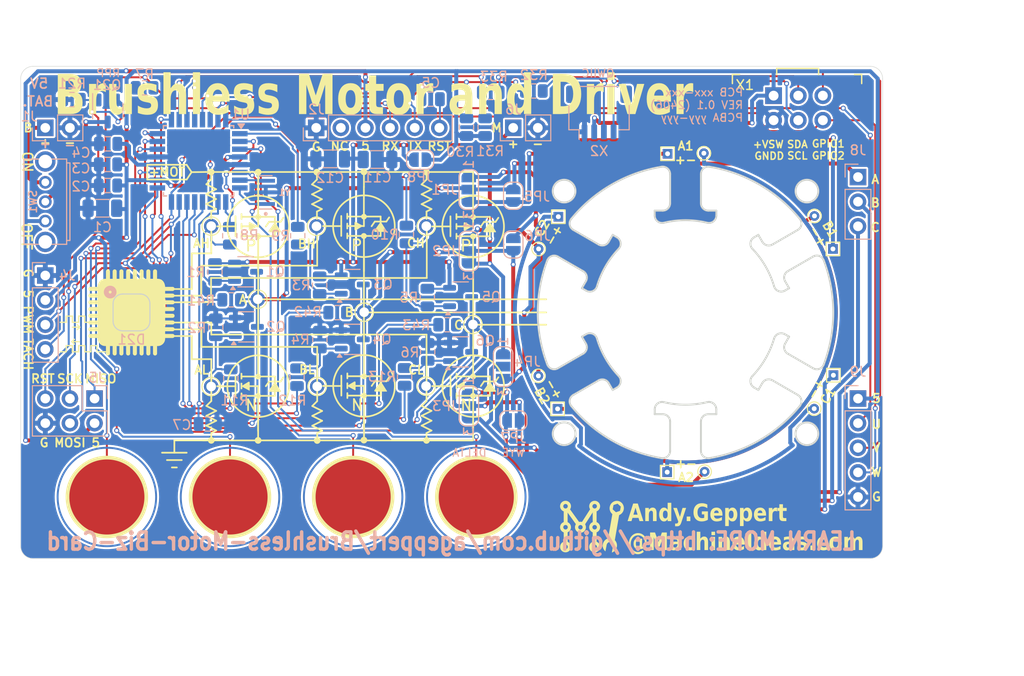
<source format=kicad_pcb>
(kicad_pcb (version 20240108) (generator "pcbnew") (generator_version "8.0")
  (title_block (title "Brushless Biz Card") (date "2024-06-20") (rev "0.1") (company "Andy Geppert - Machine Ideas, LLC"))
  (layers (0 "F.Cu" signal) (31 "B.Cu" signal) (34 "B.Paste" user) (35 "F.Paste" user) (36 "B.SilkS" user "B.Silkscreen") (37 "F.SilkS" user "F.Silkscreen") (38 "B.Mask" user) (39 "F.Mask" user) (44 "Edge.Cuts" user))
  (net 0 "")
  (net 1 "GND")
  (net 2 "Net-(U1-AREF)")
  (net 3 "~{RESET}")
  (net 4 "FEEDBACK_COM")
  (net 6 "+VSW")
  (net 7 "/I2C_SCL0_PU")
  (net 8 "/+BATT")
  (net 9 "/AH")
  (net 10 "ISP_XCK1")
  (net 11 "/AL")
  (net 12 "SPH_RXD0")
  (net 13 "/BH")
  (net 14 "+MOT")
  (net 15 "SPH_TXD0")
  (net 16 "/DTR{slash}RTS")
  (net 17 "/BL")
  (net 18 "/CH")
  (net 20 "Net-(Q21-G)")
  (net 21 "/CL")
  (net 22 "Net-(Q21-D)")
  (net 23 "/I2C_SDA0_PU")
  (net 27 "/OSC2")
  (net 28 "PWM_IN")
  (net 29 "/TOUCH_M")
  (net 30 "HALL_U")
  (net 31 "GATE_CL")
  (net 32 "FEEDBACK_C")
  (net 33 "FEEDBACK_A")
  (net 34 "FEEDBACK_B")
  (net 35 "I2C_SCL0")
  (net 36 "I2C_SDA0")
  (net 37 "GATE_BH")
  (net 38 "GATE_AL")
  (net 39 "5VUSB")
  (net 40 "GATE_CH")
  (net 41 "/OSC1")
  (net 42 "GATE_AH")
  (net 43 "GATE_BL")
  (net 44 "/TOUCH_-")
  (net 45 "/TOUCH_S")
  (net 46 "/TOUCH_+")
  (net 47 "/PHASE_A+")
  (net 48 "/A1-A2")
  (net 49 "/PHASE_A-")
  (net 50 "/PHASE_B+")
  (net 51 "/B1-B2")
  (net 52 "/PHASE_B-")
  (net 53 "/C1-C2")
  (net 54 "/PHASE_C+")
  (net 55 "/PHASE_C-")
  (net 57 "HALL_W")
  (net 58 "HALL_V")
  (footprint "TestPoint:TestPoint_THTPad_D1.0mm_Drill0.5mm" (layer "F.Cu") (at 133.6092 200.7048)
    (property "Reference" "J14" (hide yes))
    (property "Value" "A2-")
  )
  (footprint "BLDC_BIZ_CARD_Footprints:BIZ_CARD_TOUCH_PAD" (layer "F.Cu") (at 110.0582 203.3156)
    (property "Reference" "H4" (hide yes))
    (property "Value" "TP_S")
  )
  (footprint "BLDC_BIZ_CARD_Footprints:BIZ_CARD_TOUCH_PAD" (layer "F.Cu") (at 97.3582 203.3156)
    (property "Reference" "H3" (hide yes))
    (property "Value" "TP_+")
  )
  (footprint "Core_64_footprints:TestPoint_THTPad_D1.5mm_Drill1.0mm" (layer "F.Cu") (at 87.5224 182.903222)
    (property "Reference" "TP7" (hide yes))
    (property "Value" "A")
  )
  (footprint "BLDC_BIZ_CARD_Footprints:BIZ_CARD_TOUCH_PAD" (layer "F.Cu") (at 71.9582 203.3156)
    (property "Reference" "H1" (hide yes))
    (property "Value" "TP_M")
  )
  (footprint "TestPoint:TestPoint_THTPad_D1.0mm_Drill0.5mm" (layer "F.Cu") (at 116.487 177.71)
    (property "Reference" "J22" (hide yes))
    (property "Value" "C2-")
  )
  (footprint "Core_64_footprints:TestPoint_THTPad_D1.5mm_Drill1.0mm" (layer "F.Cu") (at 93.652365 191.899497)
    (property "Reference" "TP4" (hide yes))
    (property "Value" "BL")
  )
  (footprint "TestPoint:TestPoint_THTPad_1.0x1.0mm_Drill0.5mm" (layer "F.Cu") (at 146.8908 190.748)
    (property "Reference" "J19" (hide yes))
    (property "Value" "C1+")
  )
  (footprint "Core_64_footprints:TestPoint_THTPad_D1.5mm_Drill1.0mm" (layer "F.Cu") (at 104.879165 191.868897)
    (property "Reference" "TP6" (hide yes))
    (property "Value" "CL")
  )
  (footprint "TestPoint:TestPoint_THTPad_D1.0mm_Drill0.5mm" (layer "F.Cu") (at 144.9096 194.1998)
    (property "Reference" "J20" (hide yes))
    (property "Value" "C1-")
  )
  (footprint "Core_64_footprints:TestPoint_THTPad_D1.5mm_Drill1.0mm" (layer "F.Cu") (at 82.7166 191.9138)
    (property "Reference" "TP2" (hide yes))
    (property "Value" "AL")
  )
  (footprint "TestPoint:TestPoint_THTPad_D1.0mm_Drill0.5mm" (layer "F.Cu") (at 133.532 167.834)
    (property "Reference" "J12" (hide yes))
    (property "Value" "A1-")
  )
  (footprint "TestPoint:TestPoint_THTPad_1.0x1.0mm_Drill0.5mm" (layer "F.Cu") (at 129.7474 200.7514)
    (property "Reference" "J13" (hide yes))
    (property "Value" "A2+")
  )
  (footprint "TestPoint:TestPoint_THTPad_1.0x1.0mm_Drill0.5mm" (layer "F.Cu") (at 146.8426 177.7152)
    (property "Reference" "J15" (hide yes))
    (property "Value" "B1+")
  )
  (footprint "Core_64_footprints:TestPoint_THTPad_D1.5mm_Drill1.0mm" (layer "F.Cu") (at 82.719978 175.358438)
    (property "Reference" "TP1" (hide yes))
    (property "Value" "AH")
  )
  (footprint "Core_64_footprints:4960_ADA_REV_RGB_LED_short_pads" (layer "F.Cu") (at 74.4982 184.2656)
    (property "Reference" "D21")
    (property "Value" "SK6812" (hide yes))
    (fp_line (start -1.899999 -0.899999) (end -1.899999 0.900001) (stroke (width 0.12)) (layer "Edge.Cuts"))
    (fp_line (start -0.9 -1.9) (end 0.9 -1.9) (stroke (width 0.12)) (layer "Edge.Cuts"))
    (fp_line (start 0.9 1.9) (end -0.899999 1.900001) (stroke (width 0.12)) (layer "Edge.Cuts"))
    (fp_line (start 1.9 -0.9) (end 1.9 0.9) (stroke (width 0.12)) (layer "Edge.Cuts"))
    (fp_arc (start -1.9 -0.9) (mid -1.607107 -1.607107) (end -0.9 -1.9) (stroke (width 0.12)) (layer "Edge.Cuts"))
    (fp_arc (start -0.899999 1.900001) (mid -1.607101 1.607103) (end -1.899999 0.900001) (stroke (width 0.12)) (layer "Edge.Cuts"))
    (fp_arc (start 0.9 -1.9) (mid 1.607107 -1.607107) (end 1.9 -0.9) (stroke (width 0.12)) (layer "Edge.Cuts"))
    (fp_arc (start 1.9 0.9) (mid 1.607107 1.607107) (end 0.9 1.9) (stroke (width 0.12)) (layer "Edge.Cuts"))
  )
  (footprint "Core_64_footprints:TestPoint_THTPad_D1.5mm_Drill1.0mm" (layer "F.Cu") (at 98.4952 184.243)
    (property "Reference" "TP8" (hide yes))
    (property "Value" "B")
  )
  (footprint "Core_64_footprints:TestPoint_THTPad_D1.5mm_Drill1.0mm" (layer "F.Cu") (at 93.576486 175.37307)
    (property "Reference" "TP3" (hide yes))
    (property "Value" "BH")
  )
  (footprint "TestPoint:TestPoint_THTPad_1.0x1.0mm_Drill0.5mm" (layer "F.Cu") (at 129.788 167.888)
    (property "Reference" "J11" (hide yes))
    (property "Value" "A1+")
  )
  (footprint "BLDC_BIZ_CARD_Footprints:BIZ_CARD_TOUCH_PAD" (layer "F.Cu") (at 84.6582 203.3156)
    (property "Reference" "H2" (hide yes))
    (property "Value" "TP_-")
  )
  (footprint "TestPoint:TestPoint_THTPad_D1.0mm_Drill0.5mm" (layer "F.Cu") (at 144.9376 174.309)
    (property "Reference" "J16" (hide yes))
    (property "Value" "B1-")
  )
  (footprint "TestPoint:TestPoint_THTPad_1.0x1.0mm_Drill0.5mm" (layer "F.Cu") (at 118.519 174.3852)
    (property "Reference" "J21" (hide yes))
    (property "Value" "C2+")
  )
  (footprint "Core_64_footprints:TestPoint_THTPad_D1.5mm_Drill1.0mm" (layer "F.Cu") (at 109.713124 185.51257)
    (property "Reference" "TP9" (hide yes))
    (property "Value" "C")
  )
  (footprint "Core_64_footprints:TestPoint_THTPad_D1.5mm_Drill1.0mm" (layer "F.Cu") (at 104.903727 175.363361)
    (property "Reference" "TP5" (hide yes))
    (property "Value" "CH")
  )
  (footprint "TestPoint:TestPoint_THTPad_1.0x1.0mm_Drill0.5mm" (layer "F.Cu") (at 118.4454 194.22)
    (property "Reference" "J17" (hide yes))
    (property "Value" "B2+")
  )
  (footprint "BLDC_BIZ_CARD_Footprints:Badgelife-SAOv169-BADGE-2x3" (layer "F.Cu") (at 143.264 163.163)
    (property "Reference" "X1")
    (property "Value" "SAO_Header")
  )
  (footprint "TestPoint:TestPoint_THTPad_D1.0mm_Drill0.5mm" (layer "F.Cu") (at 116.4642 190.8138)
    (property "Reference" "J18" (hide yes))
    (property "Value" "B2-")
  )
  (footprint "Package_TO_SOT_SMD:SOT-23-3" (layer "B.Cu") (at 72.0492 163.4786 -90)
    (property "Reference" "Q21")
    (property "Value" "SL3401A")
  )
  (footprint "Resistor_SMD:R_0805_2012Metric" (layer "B.Cu") (at 93.9262 187.070096 90)
    (property "Reference" "R4")
    (property "Value" "1K")
  )
  (footprint "Package_TO_SOT_SMD:SOT-23-3" (layer "B.Cu") (at 86.344704 185.7556)
    (property "Reference" "Q2")
    (property "Value" "Q_NMOS_GSD")
  )
  (footprint "Resistor_SMD:R_0805_2012Metric" (layer "B.Cu") (at 75.849704 161.0796)
    (property "Reference" "R7")
    (property "Value" "10K")
  )
  (footprint "BLDC_BIZ_CARD_Footprints:OSC_CSTNE20M0V53Z000R0" (layer "B.Cu") (at 88.3452 171.8742 90)
    (property "Reference" "Y1")
    (property "Value" "16MHz 15pF Resonator")
  )
  (footprint "Package_QFP:TQFP-32_7x7mm_P0.8mm" (layer "B.Cu") (at 81.4172 168.6166 180)
    (property "Reference" "U1")
    (property "Value" "ATmega328PB-A")
  )
  (footprint "Resistor_SMD:R_0805_2012Metric" (layer "B.Cu") (at 102.6662 190.916104 90)
    (property "Reference" "R13")
    (property "Value" "470")
  )
  (footprint "Capacitor_SMD:C_0805_2012Metric" (layer "B.Cu") (at 82.362696 195.7846 180)
    (property "Reference" "C7")
    (property "Value" "0.1uF")
  )
  (footprint "Jumper:SolderJumper-3_P1.3mm_Open_RoundedPad1.0x1.5mm_NumberLabels" (layer "B.Cu") (at 112.8294 189.858 -90)
    (property "Reference" "JP4")
    (property "Value" "SolderJumper_3_Open")
  )
  (footprint "Resistor_SMD:R_0805_2012Metric" (layer "B.Cu") (at 84.6322 176.346104 -90)
    (property "Reference" "R8")
    (property "Value" "470")
  )
  (footprint "Jumper:SolderJumper-2_P1.3mm_Open_RoundedPad1.0x1.5mm" (layer "B.Cu") (at 113.8666 172.2234 90)
    (property "Reference" "JP5")
    (property "Value" "SolderJumper_2_Open")
  )
  (footprint "Connector_PinSocket_2.54mm:PinSocket_2x03_P2.54mm_Vertical" (layer "B.Cu") (at 70.6882 193.15684 90)
    (property "Reference" "J5")
    (property "Value" "Conn_02x03_Odd_Even_ISP")
  )
  (footprint "Connector_JST:JST_SH_SM04B-SRSS-TB_1x04-1MP_P1.00mm_Horizontal" (layer "B.Cu") (at 122.7194 163.6262)
    (property "Reference" "X2")
    (property "Value" "QWIIC")
  )
  (footprint "Resistor_SMD:R_0805_2012Metric" (layer "B.Cu") (at 111.5506 161.5582 180)
    (property "Reference" "R33")
    (property "Value" "68")
  )
  (footprint "Resistor_SMD:R_0805_2012Metric" (layer "B.Cu") (at 107.0532 185.5356)
    (property "Reference" "R43")
    (property "Value" "1K")
  )
  (footprint "Capacitor_SMD:C_1206_3216Metric" (layer "B.Cu") (at 94.9882 168.416096 180)
    (property "Reference" "C12")
    (property "Value" "220uF")
  )
  (footprint "Resistor_SMD:R_0805_2012Metric" (layer "B.Cu") (at 105.0442 188.340096 90)
    (property "Reference" "R6")
    (property "Value" "1K")
  )
  (footprint "Resistor_SMD:R_0805_2012Metric" (layer "B.Cu") (at 83.1046 180.0968 -90)
    (property "Reference" "R1")
    (property "Value" "1K")
  )
  (footprint "Connector_PinSocket_2.54mm:PinSocket_1x06_P2.54mm_Vertical" (layer "B.Cu") (at 93.5482 165.2156 -90)
    (property "Reference" "J2")
    (property "Value" "Conn_01x06_SERIAL_PROG_HEADER")
  )
  (footprint "Connector_PinSocket_2.54mm:PinSocket_1x04_P2.54mm_Vertical" (layer "B.Cu") (at 65.6082 180.4556 180)
    (property "Reference" "J4")
    (property "Value" "Conn_01x04")
  )
  (footprint "Connector_PinSocket_2.54mm:PinSocket_1x05_P2.54mm_Vertical" (layer "B.Cu") (at 149.4282 193.1556 180)
    (property "Reference" "J9")
    (property "Value" "Conn_01x04")
  )
  (footprint "Resistor_SMD:R_0805_2012Metric" (layer "B.Cu") (at 102.8512 176.219104 -90)
    (property "Reference" "R10")
    (property "Value" "470")
  )
  (footprint "Connector_PinSocket_2.54mm:PinSocket_1x02_P2.54mm_Vertical" (layer "B.Cu") (at 113.8682 165.2156 -90)
    (property "Reference" "J6")
    (property "Value" "Conn_01x02_MOTOR_POWER")
  )
  (footprint "Jumper:SolderJumper-3_P1.3mm_Open_RoundedPad1.0x1.5mm_NumberLabels" (layer "B.Cu") (at 109.2844 171.586 -90)
    (property "Reference" "JP1")
    (property "Value" "SolderJumper_3_Open")
  )
  (footprint "Jumper:SolderJumper-3_P1.3mm_Open_RoundedPad1.0x1.5mm_NumberLabels" (layer "B.Cu") (at 109.2962 177.932 -90)
    (property "Reference" "JP2")
    (property "Value" "SolderJumper_3_Open")
  )
  (footprint "Resistor_SMD:R_0805_2012Metric" (layer "B.Cu") (at 91.5712 190.950096 90)
    (property "Reference" "R12")
    (property "Value" "470")
  )
  (footprint "Resistor_SMD:R_0805_2012Metric" (layer "B.Cu") (at 91.6462 176.346104 -90)
    (property "Reference" "R9")
    (property "Value" "470")
  )
  (footprint "Jumper:SolderJumper-3_P1.3mm_Open_RoundedPad1.0x1.5mm_NumberLabels" (layer "B.Cu") (at 109.2962 193.928 -90)
    (property "Reference" "JP3")
    (property "Value" "SolderJumper_3_Open")
  )
  (footprint "Jumper:SolderJumper-2_P1.3mm_Open_RoundedPad1.0x1.5mm" (layer "B.Cu") (at 104.2684 168.5012)
    (property "Reference" "JP8")
    (property "Value" "SolderJumper_2_Open")
  )
  (footprint "Package_TO_SOT_SMD:SOT-23-3" (layer "B.Cu") (at 97.266704 181.3846)
    (property "Reference" "Q3")
    (property "Value" "Q_PMOS_GSD")
  )
  (footprint "Package_TO_SOT_SMD:SOT-23-3" (layer "B.Cu") (at 108.442704 182.6756)
    (property "Reference" "Q5")
    (property "Value" "Q_PMOS_GSD")
  )
  (footprint "BLDC_BIZ_CARD_Footprints:SK12D07VG4" (layer "B.Cu") (at 65.6082 172.8356 -90)
    (property "Reference" "SW1")
    (property "Value" "SK12D07L4B")
  )
  (footprint "Package_TO_SOT_SMD:SOT-23-3" (layer "B.Cu") (at 108.442704 188.3376)
    (property "Reference" "Q6")
    (property "Value" "Q_NMOS_GSD")
  )
  (footprint "Capacitor_SMD:C_0805_2012Metric" (layer "B.Cu") (at 72.0734 168.99)
    (property "Reference" "C3")
    (property "Value" "0.1uF")
  )
  (footprint "Package_TO_SOT_SMD:SOT-23-3" (layer "B.Cu") (at 97.266704 187.0466)
    (property "Reference" "Q4")
    (property "Value" "Q_NMOS_GSD")
  )
  (footprint "Resistor_SMD:R_0805_2012Metric" (layer "B.Cu") (at 110.9728 165.1456 90)
    (property "Reference" "R31")
    (property "Value" "1K2")
  )
  (footprint "Resistor_SMD:R_0805_2012Metric" (layer "B.Cu") (at 68.355696 162.2976 180)
    (property "Reference" "R21")
    (property "Value" "10K")
  )
  (footprint "Resistor_SMD:R_0805_2012Metric" (layer "B.Cu") (at 105.0102 182.731104 -90)
    (property "Reference" "R5")
    (property "Value" "1K")
  )
  (footprint "Resistor_SMD:R_0805_2012Metric" (layer "B.Cu") (at 93.9032 181.461104 -90)
    (property "Reference" "R3")
    (property "Value" "1K")
  )
  (footprint "Capacitor_SMD:C_0805_2012Metric" (layer "B.Cu") (at 105.357 162.257 180)
    (property "Reference" "C5")
    (property "Value" "0.1uF")
  )
  (footprint "Connector_PinSocket_2.54mm:PinSocket_1x02_P2.54mm_Vertical" (layer "B.Cu") (at 65.6082 165.2156 -90)
    (property "Reference" "J1")
    (property "Value" "BATTERY")
  )
  (footprint "Resistor_SMD:R_0805_2012Metric" (layer "B.Cu") (at 84.7782 182.9656)
    (property "Reference" "R41")
    (property "Value" "1K")
  )
  (footprint "Resistor_SMD:R_0805_2012Metric" (layer "B.Cu") (at 109.0488 165.1456 90)
    (property "Reference" "R30")
    (property "Value" "1K2")
  )
  (footprint "Resistor_SMD:R_0805_2012Metric" (layer "B.Cu") (at 84.739704 191.0626 90)
    (property "Reference" "R11")
    (property "Value" "470")
  )
  (footprint "Capacitor_SMD:C_1206_3216Metric" (layer "B.Cu") (at 99.872704 168.4816)
    (property "Reference" "C11")
    (property "Value" "220uF")
  )
  (footprint "Capacitor_SMD:C_0805_2012Metric" (layer "B.Cu") (at 72.0716 171.1666 180)
    (property "Reference" "C2")
    (property "Value" "10uF")
  )
  (footprint "Jumper:SolderJumper-2_P1.3mm_Open_RoundedPad1.0x1.5mm" (layer "B.Cu") (at 113.8818 195.4188)
    (property "Reference" "JP7")
    (property "Value" "SolderJumper_2_Open")
  )
  (footprint "Resistor_SMD:R_0805_2012Metric" (layer "B.Cu") (at 95.7142 184.2856)
    (property "Reference" "R42")
    (property "Value" "1K")
  )
  (footprint "Resistor_SMD:R_0805_2012Metric" (layer "B.Cu") (at 115.9956 161.4122)
    (property "Reference" "R32")
    (property "Value" "68")
  )
  (footprint "Package_TO_SOT_SMD:SOT-23-3" (layer "B.Cu") (at 86.26263 180.071038)
    (property "Reference" "Q1")
    (property "Value" "Q_PMOS_GSD")
  )
  (footprint "Jumper:SolderJumper-2_P1.3mm_Open_RoundedPad1.0x1.5mm" (layer "B.Cu") (at 113.8758 177.2578 90)
    (property "Reference" "JP6")
    (property "Value" "SolderJumper_2_Open")
  )
  (footprint "Connector_PinSocket_2.54mm:PinSocket_1x03_P2.54mm_Vertical" (layer "B.Cu") (at 149.4282 170.2956 180)
    (property "Reference" "J8")
    (property "Value" "Conn_01x03")
  )
  (footprint "Capacitor_SMD:C_0805_2012Metric" (layer "B.Cu") (at 72.0874 166.8662)
    (property "Reference" "C4")
    (property "Value" "0.1uF")
  )
  (footprint "Resistor_SMD:R_0805_2012Metric" (layer "B.Cu") (at 83.1892 185.800096 90)
    (property "Reference" "R2")
    (property "Value" "1K")
  )
  (footprint "Capacitor_SMD:C_1206_3216Metric" (layer "B.Cu") (at 71.4942 173.514 180)
    (property "Reference" "C1")
    (property "Value" "220uF")
  )
  (gr_arc (start 143.9672 174.8676) (mid 141.334354 196.35934) (end 119.786457 194.234512) (stroke (width 0.4064)) (layer "F.Cu") (net 51))
  (gr_arc (start 133.5532 168.8986) (mid 147.0152 186.1706) (end 129.7432 199.6326) (stroke (width 0.4064)) (layer "B.Cu") (net 48))
  (gr_arc (start 142.6972 197.981599) (mid 131.697875 201.878282) (end 120.676745 198.043706) (stroke (width 0.4064)) (layer "B.Cu") (net 53))
  (gr_circle (center 84.6582 203.3156) (end 89.7382 203.3156) (stroke (width 0.2)) (fill none) (layer "B.Cu"))
  (gr_circle (center 97.3582 203.3156) (end 102.4382 203.3156) (stroke (width 0.2)) (fill none) (layer "B.Cu"))
  (gr_circle (center 71.9582 203.3156) (end 77.0382 203.3156) (stroke (width 0.2)) (fill none) (layer "B.Cu"))
  (gr_circle (center 110.0582 203.3156) (end 115.1382 203.3156) (stroke (width 0.2)) (fill none) (layer "B.Cu"))
  (gr_arc (start 117.932201 195.3146) (mid 114.051611 185.020005) (end 117.036877 174.431055) (stroke (width 0.4064)) (layer "B.Cu") (net 53))
  (gr_line (start 98.467162 171.316888) (end 98.467162 174.402318) (stroke (width 0.1778)) (layer "F.SilkS"))
  (gr_line (start 119.2784 204.7888) (end 119.442581 204.545491) (stroke (width 0.1)) (layer "F.SilkS"))
  (gr_line (start 108.011289 174.116727) (end 108.011289 174.624727) (stroke (width 0.1778)) (layer "F.SilkS"))
  (gr_line (start 82.7278 178.1696) (end 82.7278 175.357766) (stroke (width 0.1778)) (layer "F.SilkS"))
  (gr_line (start 104.9274 191.8856) (end 104.9274 193.4096) (stroke (width 0.1778)) (layer "F.SilkS"))
  (gr_line (start 96.761875 192.8508) (end 100.203 192.8508) (stroke (width 0.1778)) (layer "F.SilkS"))
  (gr_line (start 68.3514 187.2882) (end 68.6054 187.5422) (stroke (width 0.127)) (layer "F.SilkS"))
  (gr_line (start 82.719978 170.532438) (end 82.211978 171.040438) (stroke (width 0.1778)) (layer "F.SilkS"))
  (gr_line (start 82.7024 180.7096) (end 104.9528 180.7096) (stroke (width 0.1778)) (layer "F.SilkS"))
  (gr_poly (pts (xy 122.467639 208.071958) (xy 122.066471 208.071958) (xy 122.066471 206.905866) (xy 122.467639 206.905866)) (stroke (width -0.000001)) (fill solid) (layer "F.SilkS"))
  (gr_line (start 93.6244 170.5496) (end 93.1164 171.0576) (stroke (width 0.1778)) (layer "F.SilkS"))
  (gr_line (start 108.012823 175.386727) (end 109.701751 175.386727) (stroke (width 0.1778)) (layer "F.SilkS"))
  (gr_line (start 67.7672 188.3296) (end 67.7672 187.6946) (stroke (width 0.127)) (layer "F.SilkS"))
  (gr_line (start 100.778316 174.889169) (end 101.07173 174.459296) (stroke (width 0.1778)) (layer "F.SilkS"))
  (gr_line (start 87.563057 178.755944) (end 87.558397 187.826888) (stroke (width 0.1778)) (layer "F.SilkS"))
  (gr_line (start 93.6244 169.7876) (end 93.6244 170.5496) (stroke (width 0.1778)) (layer "F.SilkS"))
  (gr_line (start 104.4194 195.9496) (end 105.4354 196.4576) (stroke (width 0.1778)) (layer "F.SilkS"))
  (gr_line (start 89.287251 176.397919) (end 89.287251 174.398303) (stroke (width 0.1778)) (layer "F.SilkS"))
  (gr_line (start 76.1238 169.0256) (end 80.1878 169.0256) (stroke (width 0.1778)) (layer "F.SilkS"))
  (gr_line (start 105.4354 195.4416) (end 104.4194 195.9496) (stroke (width 0.1778)) (layer "F.SilkS"))
  (gr_line (start 100.788678 191.370288) (end 101.082092 190.940415) (stroke (width 0.1778)) (layer "F.SilkS"))
  (gr_line (start 98.478806 196.478825) (end 98.481962 191.848222) (stroke (width 0.1778)) (layer "F.SilkS"))
  (gr_line (start 80.7212 181.8526) (end 80.7212 178.1696) (stroke (width 0.1778)) (layer "F.SilkS"))
  (gr_line (start 93.6498 196.723) (end 93.6498 197.485) (stroke (width 0.1778)) (layer "F.SilkS"))
  (gr_circle (center 98.4716 175.367103) (end 101.652633 175.367103) (stroke (width 0.1778)) (fill none) (layer "F.SilkS"))
  (gr_line (start 119.2784 206.922742) (end 119.2784 208.088819) (stroke (width 0.1)) (layer "F.SilkS"))
  (gr_poly (pts (xy 86.681904 175.037492) (xy 87.308296 175.368934) (xy 86.681904 175.742944)) (stroke (width 0.1778)) (fill solid) (layer "F.SilkS"))
  (gr_line (start 80.7212 178.1696) (end 82.7278 178.1696) (stroke (width 0.1778)) (layer "F.SilkS"))
  (gr_poly (pts (xy 97.587291 175.009254) (xy 98.213683 175.340696) (xy 97.587291 175.714706)) (stroke (width 0.1778)) (fill solid) (layer "F.SilkS"))
  (gr_line (start 108.449423 191.86727) (end 109.738377 191.86727) (stroke (width 0.1778)) (layer "F.SilkS"))
  (gr_line (start 93.6498 176.3916) (end 93.6498 179.4396) (stroke (width 0.1778)) (layer "F.SilkS"))
  (gr_circle (center 110.0582 203.3156) (end 114.1222 203.3156) (stroke (width 0.381)) (fill none) (layer "F.SilkS"))
  (gr_line (start 82.2198 195.9496) (end 83.2358 196.4576) (stroke (width 0.1778)) (layer "F.SilkS"))
  (gr_circle (center 71.9582 203.3156) (end 76.0222 203.3156) (stroke (width 0.381)) (fill none) (layer "F.SilkS"))
  (gr_circle (center 104.9274 197.4736) (end 105.1814 197.4736) (stroke (width 0.1778)) (fill solid) (layer "F.SilkS"))
  (gr_line (start 83.2358 194.4256) (end 82.2198 194.9336) (stroke (width 0.1778)) (layer "F.SilkS"))
  (gr_line (start 85.222657 192.8762) (end 85.222657 190.82153) (stroke (width 0.1778)) (layer "F.SilkS"))
  (gr_poly (pts (xy 119.283023 208.067187) (xy 119.303186 208.06872) (xy 119.323056 208.071245) (xy 119.342608 208.074737) (xy 119.361817 208.07917) (xy 119.380658 208.08452) (xy 119.399106 208.090762) (xy 119.417136 208.097871) (xy 119.434723 208.105822) (xy 119.451842 208.11459) (xy 119.468469 208.12415) (xy 119.484578 208.134477) (xy 119.500144 208.145546) (xy 119.515142 208.157333) (xy 119.529549 208.169812) (xy 119.543337 208.182958) (xy 119.556484 208.196746) (xy 119.568963 208.211152) (xy 119.580749 208.226151) (xy 119.591819 208.241717) (xy 119.602146 208.257825) (xy 119.611706 208.274451) (xy 119.620474 208.29157) (xy 119.628425 208.309157) (xy 119.635534 208.327187) (xy 119.641776 208.345634) (xy 119.647126 208.364474) (xy 119.651559 208.383683) (xy 119.655051 208.403234) (xy 119.657576 208.423103) (xy 119.659109 208.443266) (xy 119.659626 208.463696) (xy 119.659109 208.484128) (xy 119.657576 208.504291) (xy 119.655051 208.524161) (xy 119.651559 208.543713) (xy 119.647126 208.562922) (xy 119.641776 208.581762) (xy 119.635534 208.60021) (xy 119.628425 208.61824) (xy 119.620474 208.635827) (xy 119.611706 208.652947) (xy 119.602146 208.669573) (xy 119.591819 208.685682) (xy 119.580749 208.701248) (xy 119.568963 208.716247) (xy 119.556484 208.730653) (xy 119.543337 208.744442) (xy 119.529549 208.757588) (xy 119.515142 208.770067) (xy 119.500144 208.781854) (xy 119.484578 208.792923) (xy 119.468469 208.80325) (xy 119.451842 208.812811) (xy 119.434723 208.821578) (xy 119.417136 208.829529) (xy 119.399106 208.836638) (xy 119.380658 208.84288) (xy 119.361817 208.848231) (xy 119.342608 208.852664) (xy 119.323056 208.856155) (xy 119.303186 208.85868) (xy 119.283023 208.860214) (xy 119.262592 208.86073) (xy 119.242161 208.860214) (xy 119.221998 208.85868) (xy 119.202128 208.856155) (xy 119.182577 208.852664) (xy 119.163368 208.848231) (xy 119.144528 208.84288) (xy 119.126081 208.836638) (xy 119.108051 208.829529) (xy 119.090464 208.821578) (xy 119.073345 208.812811) (xy 119.056719 208.80325) (xy 119.04061 208.792923) (xy 119.025044 208.781854) (xy 119.010046 208.770067) (xy 118.99564 208.757588) (xy 118.981852 208.744442) (xy 118.968706 208.730653) (xy 118.956227 208.716247) (xy 118.94444 208.701248) (xy 118.933371 208.685682) (xy 118.923044 208.669573) (xy 118.913484 208.652947) (xy 118.904717 208.635827) (xy 118.896766 208.61824) (xy 118.889657 208.60021) (xy 118.883415 208.581762) (xy 118.878065 208.562922) (xy 118.873632 208.543713) (xy 118.87014 208.524161) (xy 118.867616 208.504291) (xy 118.866082 208.484128) (xy 118.865566 208.463696) (xy 118.866082 208.443266) (xy 118.867616 208.423103) (xy 118.87014 208.403234) (xy 118.873632 208.383683) (xy 118.878065 208.364474) (xy 118.883415 208.345634) (xy 118.889657 208.327187) (xy 118.896766 208.309157) (xy 118.904717 208.29157) (xy 118.913484 208.274451) (xy 118.923044 208.257825) (xy 118.933371 208.241717) (xy 118.94444 208.226151) (xy 118.956227 208.211152) (xy 118.968706 208.196746) (xy 118.981852 208.182958) (xy 118.99564 208.169812) (xy 119.010046 208.157333) (xy 119.025044 208.145546) (xy 119.04061 208.134477) (xy 119.056719 208.12415) (xy 119.073345 208.11459) (xy 119.090464 208.105822) (xy 119.108051 208.097871) (xy 119.126081 208.090762) (xy 119.144528 208.08452) (xy 119.163368 208.07917) (xy 119.182577 208.074737) (xy 119.202128 208.071245) (xy 119.221998 208.06872) (xy 119.242161 208.067187) (xy 119.262592 208.06667)) (stroke (width 0.3309)) (fill none) (layer "F.SilkS"))
  (gr_line (start 70.9422 187.6946) (end 70.9422 188.3296) (stroke (width 0.127)) (layer "F.SilkS"))
  (gr_line (start 87.5538 169.7876) (end 87.5538 169.7876) (stroke (width 0.1778)) (layer "F.SilkS"))
  (gr_line (start 82.211978 171.040438) (end 83.227978 171.548438) (stroke (width 0.1778)) (layer "F.SilkS"))
  (gr_line (start 121.1072 206.0334) (end 121.9708 204.6872) (stroke (width 0.401264)) (layer "F.SilkS"))
  (gr_line (start 89.872929 174.917407) (end 90.166343 174.487534) (stroke (width 0.1778)) (layer "F.SilkS"))
  (gr_line (start 76.1238 169.0256) (end 76.1238 170.5496) (stroke (width 0.1778)) (layer "F.SilkS"))
  (gr_line (start 89.869551 191.399169) (end 90.162965 190.969296) (stroke (width 0.1778)) (layer "F.SilkS"))
  (gr_line (start 80.7212 189.0916) (end 80.7212 186.704) (stroke (width 0.1778)) (layer "F.SilkS"))
  (gr_line (start 68.3514 187.2882) (end 68.6054 187.0342) (stroke (width 0.127)) (layer "F.SilkS"))
  (gr_poly (pts (xy 97.520106 192.181832) (xy 96.893714 191.85039) (xy 97.520106 191.47638)) (stroke (width 0.1778)) (fill solid) (layer "F.SilkS"))
  (gr_line (start 83.2358 196.4576) (end 82.7278 196.7116) (stroke (width 0.1778)) (layer "F.SilkS"))
  (gr_line (start 99.59521 174.888398) (end 100.778316 174.889169) (stroke (width 0.1778)) (layer "F.SilkS"))
  (gr_circle (center 98.481962 191.848222) (end 101.662995 191.848222) (stroke (width 0.1778)) (fill none) (layer "F.SilkS"))
  (gr_line (start 110.857899 174.924925) (end 112.041005 174.925696) (stroke (width 0.1778)) (layer "F.SilkS"))
  (gr_circle (center 109.734289 175.40363) (end 112.915322 175.40363) (stroke (width 0.1778)) (fill none) (layer "F.SilkS"))
  (gr_line (start 105.4354 171.5656) (end 104.4194 172.0736) (stroke (width 0.1778)) (layer "F.SilkS"))
  (gr_line (start 104.9274 193.4096) (end 104.4194 193.9176) (stroke (width 0.1778)) (layer "F.SilkS"))
  (gr_line (start 83.340778 175.383179) (end 85.226035 175.383179) (stroke (width 0.1778)) (layer "F.SilkS"))
  (gr_line (start 85.839835 190.880065) (end 89.283873 190.880065) (stroke (width 0.1778)) (layer "F.SilkS"))
  (gr_line (start 108.015377 190.870232) (end 111.459415 190.870232) (stroke (width 0.1778)) (layer "F.SilkS"))
  (gr_line (start 68.4022 188.3296) (end 69.0372 188.3296) (stroke (width 0.127)) (layer "F.SilkS"))
  (gr_line (start 94.1324 172.5816) (end 93.1164 173.0896) (stroke (width 0.1778)) (layer "F.SilkS"))
  (gr_line (start 122.267124 206.905828) (end 122.267124 208.071904) (stroke (width 0.1)) (layer "F.SilkS"))
  (gr_line (start 78.8162 186.704) (end 80.7212 186.704) (stroke (width 0.1778)) (layer "F.SilkS"))
  (gr_line (start 88.689823 174.916636) (end 89.872929 174.917407) (stroke (width 0.1778)) (layer "F.SilkS"))
  (gr_line (start 110.522326 175.404864) (end 110.857899 174.924925) (stroke (width 0.1778)) (layer "F.SilkS"))
  (gr_line (start 82.727709 186.5516) (end 82.7278 185.307) (stroke (width 0.1778)) (layer "F.SilkS"))
  (gr_line (start 94.1578 196.469) (end 93.6498 196.723) (stroke (width 0.1778)) (layer "F.SilkS"))
  (gr_line (start 81.8388 197.4736) (end 109.6518 197.482096) (stroke (width 0.1778)) (layer "F.SilkS"))
  (gr_line (start 110.861987 191.388565) (end 112.045093 191.389336) (stroke (width 0.1778)) (layer "F.SilkS"))
  (gr_line (start 93.6498 179.4396) (end 81.6864 179.4396) (stroke (width 0.1778)) (layer "F.SilkS"))
  (gr_poly (pts (xy 123.862376 207.56416) (xy 123.880969 207.564833) (xy 123.89962 207.565995) (xy 123.918321 207.567659) (xy 123.937069 207.569839) (xy 123.955857 207.572549) (xy 123.974681 207.575803) (xy 124.011932 207.583812) (xy 124.048296 207.593678) (xy 124.083738 207.60534) (xy 124.118225 207.618739) (xy 124.151723 207.633818) (xy 124.184197 207.650515) (xy 124.215612 207.668773) (xy 124.245936 207.688531) (xy 124.275133 207.709731) (xy 124.303169 207.732314) (xy 124.33001 207.756221) (xy 124.355622 207.781391) (xy 124.379971 207.807767) (xy 124.403021 207.835289) (xy 124.42474 207.863897) (xy 124.445093 207.893534) (xy 124.464045 207.924138) (xy 124.481562 207.955652) (xy 124.497611 207.988017) (xy 124.512156 208.021172) (xy 124.525165 208.055059) (xy 124.536601 208.089618) (xy 124.546432 208.124792) (xy 124.554622 208.160519) (xy 124.561138 208.196742) (xy 124.565946 208.2334) (xy 124.569011 208.270436) (xy 124.570299 208.307789) (xy 124.569775 208.345401) (xy 124.567406 208.383212) (xy 124.563158 208.421163) (xy 124.556995 208.459195) (xy 124.551533 208.485784) (xy 124.545196 208.511999) (xy 124.529965 208.563247) (xy 124.511453 208.612819) (xy 124.489806 208.660597) (xy 124.465173 208.706461) (xy 124.437703 208.750292) (xy 124.407545 208.791971) (xy 124.374846 208.83138) (xy 124.339755 208.868398) (xy 124.302421 208.902908) (xy 124.262992 208.934789) (xy 124.221616 208.963923) (xy 124.178442 208.99019) (xy 124.133618 209.013472) (xy 124.087293 209.033649) (xy 124.039615 209.050603) (xy 124.1641 208.386403) (xy 124.1637 208.386411) (xy 124.163707 208.386362) (xy 124.163711 208.386312) (xy 124.163712 208.386261) (xy 124.163711 208.38621) (xy 124.163709 208.386158) (xy 124.163705 208.386106) (xy 124.163696 208.386001) (xy 124.163687 208.385895) (xy 124.163684 208.385841) (xy 124.163682 208.385788) (xy 124.163682 208.385736) (xy 124.163684 208.385683) (xy 124.163688 208.385631) (xy 124.163696 208.385579) (xy 124.166794 208.366635) (xy 124.168973 208.347851) (xy 124.170252 208.32925) (xy 124.170649 208.310855) (xy 124.170184 208.292688) (xy 124.168876 208.27477) (xy 124.166743 208.257125) (xy 124.163805 208.239775) (xy 124.160079 208.222742) (xy 124.155586 208.206049) (xy 124.150343 208.189717) (xy 124.144371 208.173769) (xy 124.137687 208.158229) (xy 124.130311 208.143117) (xy 124.122261 208.128456) (xy 124.113556 208.114269) (xy 124.104216 208.100578) (xy 124.094259 208.087406) (xy 124.083704 208.074774) (xy 124.07257 208.062705) (xy 124.060876 208.051222) (xy 124.04864 208.040346) (xy 124.035882 208.030101) (xy 124.02262 208.020508) (xy 124.008874 208.01159) (xy 123.994662 208.003369) (xy 123.980003 207.995868) (xy 123.964916 207.989108) (xy 123.949419 207.983113) (xy 123.933533 207.977905) (xy 123.917275 207.973505) (xy 123.900665 207.969937) (xy 123.88389 207.96725) (xy 123.867145 207.965465) (xy 123.850455 207.964571) (xy 123.833845 207.964552) (xy 123.817341 207.965394) (xy 123.800968 207.967084) (xy 123.784753 207.969607) (xy 123.76872 207.972949) (xy 123.752896 207.977097) (xy 123.737306 207.982035) (xy 123.721975 207.987751) (xy 123.70693 207.994229) (xy 123.692195 208.001456) (xy 123.677796 208.009418) (xy 123.663759 208.018101) (xy 123.65011 208.027491) (xy 123.636873 208.037573) (xy 123.624076 208.048333) (xy 123.611742 208.059758) (xy 123.599898 208.071833) (xy 123.58857 208.084545) (xy 123.577782 208.097878) (xy 123.567561 208.11182) (xy 123.557932 208.126356) (xy 123.548921 208.141472) (xy 123.540553 208.157154) (xy 123.532854 208.173388) (xy 123.525849 208.190159) (xy 123.519565 208.207454) (xy 123.514026 208.225259) (xy 123.509258 208.24356) (xy 123.505287 208.262342) (xy 123.504886 208.263989) (xy 123.380813 208.92777) (xy 123.342412 208.89471) (xy 123.306437 208.859121) (xy 123.272985 208.821168) (xy 123.242151 208.781019) (xy 123.214033 208.738839) (xy 123.188728 208.694794) (xy 123.16633 208.649051) (xy 123.146938 208.601774) (xy 123.130648 208.553131) (xy 123.117556 208.503287) (xy 123.107759 208.452408) (xy 123.101353 208.400661) (xy 123.098436 208.348211) (xy 123.099102 208.295224) (xy 123.10345 208.241867) (xy 123.111576 208.188306) (xy 123.118503 208.155293) (xy 123.126782 208.122867) (xy 123.136376 208.091057) (xy 123.147249 208.05989) (xy 123.159366 208.029396) (xy 123.17269 207.999602) (xy 123.187186 207.970537) (xy 123.202818 207.94223) (xy 123.21955 207.91471) (xy 123.237345 207.888004) (xy 123.256169 207.862141) (xy 123.275986 207.83715) (xy 123.296758 207.813059) (xy 123.318451 207.789896) (xy 123.341029 207.76769) (xy 123.364455 207.74647) (xy 123.388694 207.726264) (xy 123.41371 207.707101) (xy 123.439466 207.689008) (xy 123.465928 207.672015) (xy 123.49306 207.65615) (xy 123.520824 207.641441) (xy 123.549186 207.627918) (xy 123.578109 207.615607) (xy 123.607558 207.604538) (xy 123.637497 207.59474) (xy 123.66789 207.58624) (xy 123.698701 207.579068) (xy 123.729893 207.573252) (xy 123.761432 207.568819) (xy 123.793281 207.5658) (xy 123.825405 207.564221) (xy 123.825382 207.564221) (xy 123.843845 207.56396)) (stroke (width -0.000001)) (fill solid) (layer "F.SilkS"))
  (gr_line (start 104.9274 196.7116) (end 104.9274 197.4736) (stroke (width 0.1778)) (layer "F.SilkS"))
  (gr_poly (pts (xy 86.600979 192.210713) (xy 85.974587 191.879271) (xy 86.600979 191.505261)) (stroke (width 0.1778)) (fill solid) (layer "F.SilkS"))
  (gr_line (start 109.728 171.319746) (end 109.728 169.7622) (stroke (width 0.1778)) (layer "F.SilkS"))
  (gr_circle (center 98.471593 169.761992) (end 98.725593 169.761992) (stroke (width 0.1778)) (fill solid) (layer "F.SilkS"))
  (gr_line (start 93.1164 171.0576) (end 94.1324 171.5656) (stroke (width 0.1778)) (layer "F.SilkS"))
  (gr_line (start 82.7278 191.8856) (end 82.7278 193.4096) (stroke (width 0.1778)) (layer "F.SilkS"))
  (gr_line (start 70.9422 188.3296) (end 71.8312 188.3296) (stroke (width 0.127)) (layer "F.SilkS"))
  (gr_line (start 105.4354 194.4256) (end 104.4194 194.9336) (stroke (width 0.1778)) (layer "F.SilkS"))
  (gr_line (start 82.719978 169.770438) (end 82.719978 170.532438) (stroke (width 0.1778)) (layer "F.SilkS"))
  (gr_line (start 87.566213 175.395341) (end 87.565232 174.398303) (stroke (width 0.1778)) (layer "F.SilkS"))
  (gr_line (start 96.758962 190.851184) (end 100.203 190.851184) (stroke (width 0.1778)) (layer "F.SilkS"))
  (gr_line (start 96.141784 192.847319) (end 96.141784 190.792649) (stroke (width 0.1778)) (layer "F.SilkS"))
  (gr_line (start 94.1578 194.437) (end 93.1418 194.945) (stroke (width 0.1778)) (layer "F.SilkS"))
  (gr_line (start 104.4194 172.0736) (end 105.4354 172.5816) (stroke (width 0.1778)) (layer "F.SilkS"))
  (gr_line (start 68.4022 184.6466) (end 68.4022 185.2816) (stroke (width 0.127)) (layer "F.SilkS"))
  (gr_poly (pts (xy 119.478912 205.95493) (xy 119.077747 205.95493) (xy 119.077747 204.788838) (xy 119.478912 204.788838)) (stroke (width -0.000001)) (fill solid) (layer "F.SilkS"))
  (gr_line (start 83.227978 172.564438) (end 82.211978 173.072438) (stroke (width 0.1778)) (layer "F.SilkS"))
  (gr_circle (center 93.6498 197.485) (end 93.9038 197.485) (stroke (width 0.1778)) (fill solid) (layer "F.SilkS"))
  (gr_line (start 105.4354 196.4576) (end 104.9274 196.7116) (stroke (width 0.1778)) (layer "F.SilkS"))
  (gr_line (start 94.256527 191.856719) (end 96.141784 191.856719) (stroke (width 0.1778)) (layer "F.SilkS"))
  (gr_line (start 80.1878 169.0256) (end 80.6958 169.7876) (stroke (width 0.1778)) (layer "F.SilkS"))
  (gr_circle (center 87.562835 191.877103) (end 90.743868 191.877103) (stroke (width 0.1778)) (fill none) (layer "F.SilkS"))
  (gr_poly (pts (xy 98.482986 192.661844) (xy 98.492923 192.6626) (xy 98.502715 192.663844) (xy 98.51235 192.665565) (xy 98.521816 192.667749) (xy 98.531101 192.670386) (xy 98.540192 192.673462) (xy 98.549078 192.676966) (xy 98.557745 192.680884) (xy 98.566181 192.685205) (xy 98.574375 192.689916) (xy 98.582314 192.695006) (xy 98.589985 192.700461) (xy 98.597376 192.70627) (xy 98.604476 192.712419) (xy 98.611271 192.718898) (xy 98.61775 192.725693) (xy 98.623899 192.732793) (xy 98.629708 192.740184) (xy 98.635163 192.747856) (xy 98.640252 192.755794) (xy 98.644964 192.763988) (xy 98.649285 192.772424) (xy 98.653203 192.781091) (xy 98.656706 192.789977) (xy 98.659783 192.799068) (xy 98.662419 192.808353) (xy 98.664604 192.817819) (xy 98.666325 192.827454) (xy 98.667569 192.837246) (xy 98.668325 192.847182) (xy 98.668579 192.857251) (xy 98.668325 192.86732) (xy 98.667569 192.877256) (xy 98.666325 192.887048) (xy 98.664604 192.896684) (xy 98.662419 192.90615) (xy 98.659783 192.915435) (xy 98.656706 192.924526) (xy 98.653203 192.933411) (xy 98.649285 192.942078) (xy 98.644964 192.950515) (xy 98.640252 192.958709) (xy 98.635163 192.966647) (xy 98.629708 192.974318) (xy 98.623899 192.98171) (xy 98.61775 192.988809) (xy 98.611271 192.995605) (xy 98.604476 193.002083) (xy 98.597376 193.008233) (xy 98.589985 193.014041) (xy 98.582314 193.019497) (xy 98.574375 193.024586) (xy 98.566181 193.029297) (xy 98.557745 193.033618) (xy 98.549078 193.037536) (xy 98.540192 193.04104) (xy 98.531101 193.044116) (xy 98.521816 193.046753) (xy 98.51235 193.048937) (xy 98.502715 193.050658) (xy 98.492923 193.051902) (xy 98.482986 193.052658) (xy 98.472918 193.052913) (xy 98.462849 193.052658) (xy 98.452913 193.051902) (xy 98.443121 193.050658) (xy 98.433485 193.048937) (xy 98.424019 193.046753) (xy 98.414734 193.044116) (xy 98.405643 193.04104) (xy 98.396758 193.037536) (xy 98.388091 193.033618) (xy 98.379654 193.029297) (xy 98.371461 193.024586) (xy 98.363522 193.019497) (xy 98.355851 193.014041) (xy 98.348459 193.008233) (xy 98.34136 193.002083) (xy 98.334565 192.995605) (xy 98.328086 192.988809) (xy 98.321936 192.98171) (xy 98.316128 192.974318) (xy 98.310672 192.966647) (xy 98.305583 192.958709) (xy 98.300872 192.950515) (xy 98.296551 192.942078) (xy 98.292632 192.933411) (xy 98.289129 192.924526) (xy 98.286053 192.915435) (xy 98.283416 192.90615) (xy 98.281231 192.896684) (xy 98.279511 192.887048) (xy 98.278266 192.877256) (xy 98.277511 192.86732) (xy 98.277256 192.857251) (xy 98.277511 192.847182) (xy 98.278266 192.837246) (xy 98.279511 192.827454) (xy 98.281231 192.817819) (xy 98.283416 192.808353) (xy 98.286053 192.799068) (xy 98.289129 192.789977) (xy 98.292632 192.781091) (xy 98.296551 192.772424) (xy 98.300872 192.763988) (xy 98.305583 192.755794) (xy 98.310672 192.747856) (xy 98.316128 192.740184) (xy 98.321936 192.732793) (xy 98.328086 192.725693) (xy 98.334565 192.718898) (xy 98.34136 192.712419) (xy 98.348459 192.70627) (xy 98.355851 192.700461) (xy 98.363522 192.695006) (xy 98.371461 192.689916) (xy 98.379654 192.685205) (xy 98.388091 192.680884) (xy 98.396758 192.676966) (xy 98.405643 192.673462) (xy 98.414734 192.670386) (xy 98.424019 192.667749) (xy 98.433485 192.665565) (xy 98.443121 192.663844) (xy 98.452913 192.6626) (xy 98.462849 192.661844) (xy 98.472918 192.661589)) (stroke (width 0.206412)) (fill solid) (layer "F.SilkS"))
  (gr_line (start 88.35425 175.396575) (end 88.689823 174.916636) (stroke (width 0.1778)) (layer "F.SilkS"))
  (gr_line (start 70.3072 188.3296) (end 70.3072 187.6946) (stroke (width 0.127)) (layer "F.SilkS"))
  (gr_line (start 78.8416 182.5384) (end 81.6864 182.5384) (stroke (width 0.1778)) (layer "F.SilkS"))
  (gr_line (start 119.2784 204.7888) (end 119.2784 205.954877) (stroke (width 0.1)) (layer "F.SilkS"))
  (gr_line (start 85.846126 176.648438) (end 85.846126 176.140438) (stroke (width 0.1778)) (layer "F.SilkS"))
  (gr_line (start 100.192638 176.369681) (end 100.192638 174.370065) (stroke (width 0.1778)) (layer "F.SilkS"))
  (gr_line (start 87.558397 187.826888) (end 87.558397 190.912318) (stroke (width 0.1778)) (layer "F.SilkS"))
  (gr_line (start 67.7672 184.6466) (end 68.4022 184.6466) (stroke (width 0.127)) (layer "F.SilkS"))
  (gr_line (start 98.468444 179.997706) (end 98.472076 176.369681) (stroke (width 0.1778)) (layer "F.SilkS"))
  (gr_line (start 78.8162 183.2242) (end 82.7024 183.1988) (stroke (width 0.1778)) (layer "F.SilkS"))
  (gr_circle (center 87.5538 197.4736) (end 87.8078 197.4736) (stroke (width 0.1778)) (fill solid) (layer "F.SilkS"))
  (gr_line (start 108.011289 174.406592) (end 111.455327 174.406592) (stroke (width 0.1778)) (layer "F.SilkS"))
  (gr_line (start 94.246165 175.354941) (end 96.131422 175.354941) (stroke (width 0.1778)) (layer "F.SilkS"))
  (gr_line (start 93.1418 193.929) (end 94.1578 194.437) (stroke (width 0.1778)) (layer "F.SilkS"))
  (gr_line (start 93.1164 172.0736) (end 94.1324 172.5816) (stroke (width 0.1778)) (layer "F.SilkS"))
  (gr_line (start 96.131422 176.3662) (end 96.131422 174.31153) (stroke (width 0.1778)) (layer "F.SilkS"))
  (gr_line (start 82.7278 196.7116) (end 82.7278 197.4736) (stroke (width 0.1778)) (layer "F.SilkS"))
  (gr_line (start 104.4194 173.0896) (end 105.4354 173.5976) (stroke (width 0.1778)) (layer "F.SilkS"))
  (gr_line (start 87.559679 195.491706) (end 87.559679 197.473609) (stroke (width 0.1778)) (layer "F.SilkS"))
  (gr_line (start 105.4354 173.5976) (end 104.9274 173.8516) (stroke (width 0.1778)) (layer "F.SilkS"))
  (gr_poly (pts (xy 119.478912 208.088872) (xy 119.077747 208.088872) (xy 119.077747 206.92278) (xy 119.478912 206.92278)) (stroke (width -0.000001)) (fill solid) (layer "F.SilkS"))
  (gr_line (start 69.0372 187.6946) (end 69.6722 187.6946) (stroke (width 0.127)) (layer "F.SilkS"))
  (gr_line (start 98.471593 171.319538) (end 98.471593 169.761992) (stroke (width 0.1778)) (layer "F.SilkS"))
  (gr_poly (pts (xy 98.491254 190.672971) (xy 98.500863 190.673701) (xy 98.510332 190.674905) (xy 98.51965 190.676569) (xy 98.528804 190.678681) (xy 98.537783 190.681231) (xy 98.546574 190.684206) (xy 98.555167 190.687594) (xy 98.563548 190.691383) (xy 98.571706 190.695561) (xy 98.57963 190.700117) (xy 98.587307 190.705039) (xy 98.594725 190.710314) (xy 98.601873 190.715931) (xy 98.608739 190.721878) (xy 98.61531 190.728143) (xy 98.621575 190.734714) (xy 98.627522 190.74158) (xy 98.63314 190.748727) (xy 98.638415 190.756146) (xy 98.643337 190.763822) (xy 98.647893 190.771746) (xy 98.652071 190.779904) (xy 98.65586 190.788285) (xy 98.659248 190.796878) (xy 98.662223 190.805669) (xy 98.664773 190.814648) (xy 98.666886 190.823802) (xy 98.66855 190.833119) (xy 98.669753 190.842588) (xy 98.670484 190.852197) (xy 98.67073 190.861934) (xy 98.670484 190.87167) (xy 98.669753 190.881279) (xy 98.66855 190.890748) (xy 98.666886 190.900066) (xy 98.664773 190.90922) (xy 98.662223 190.918199) (xy 98.659248 190.92699) (xy 98.65586 190.935583) (xy 98.652071 190.943964) (xy 98.647893 190.952122) (xy 98.643337 190.960046) (xy 98.638415 190.967723) (xy 98.63314 190.975141) (xy 98.627522 190.982289) (xy 98.621575 190.989154) (xy 98.61531 190.995726) (xy 98.608739 191.001991) (xy 98.601873 191.007938) (xy 98.594725 191.013555) (xy 98.587307 191.01883) (xy 98.57963 191.023752) (xy 98.571706 191.028308) (xy 98.563548 191.032486) (xy 98.555167 191.036275) (xy 98.546574 191.039663) (xy 98.537783 191.042638) (xy 98.528804 191.045188) (xy 98.51965 191.0473) (xy 98.510332 191.048964) (xy 98.500863 191.050168) (xy 98.491254 191.050898) (xy 98.481517 191.051144) (xy 98.471781 191.050898) (xy 98.462172 191.050168) (xy 98.452703 191.048964) (xy 98.443385 191.0473) (xy 98.434231 191.045188) (xy 98.425253 191.042638) (xy 98.416461 191.039663) (xy 98.407869 191.036275) (xy 98.399488 191.032486) (xy 98.39133 191.028308) (xy 98.383406 191.023752) (xy 98.375729 191.01883) (xy 98.368311 191.013555) (xy 98.361163 191.007938) (xy 98.354298 191.001991) (xy 98.347726 190.995726) (xy 98.341461 190.989154) (xy 98.335514 190.982289) (xy 98.329897 190.975141) (xy 98.324622 190.967723) (xy 98.3197 190.960046) (xy 98.315144 190.952122) (xy 98.310966 190.943964) (xy 98.307177 190.935583) (xy 98.303789 190.92699) (xy 98.300814 190.918199) (xy 98.298264 190.90922) (xy 98.296151 190.900066) (xy 98.294487 190.890748) (xy 98.293284 190.881279) (xy 98.292553 190.87167) (xy 98.292307 190.861934) (xy 98.292553 190.852197) (xy 98.293284 190.842588) (xy 98.294487 190.833119) (xy 98.296151 190.823802) (xy 98.298264 190.814648) (xy 98.300814 190.805669) (xy 98.303789 190.796878) (xy 98.307177 190.788285) (xy 98.310966 190.779904) (xy 98.315144 190.771746) (xy 98.3197 190.763822) (xy 98.324622 190.756146) (xy 98.329897 190.748727) (xy 98.335514 190.74158) (xy 98.341461 190.734714) (xy 98.347726 190.728143) (xy 98.354298 190.721878) (xy 98.361163 190.715931) (xy 98.368311 190.710314) (xy 98.375729 190.705039) (xy 98.383406 190.700117) (xy 98.39133 190.695561) (xy 98.399488 190.691383) (xy 98.407869 190.687594) (xy 98.416461 190.684206) (xy 98.425253 190.681231) (xy 98.434231 190.678681) (xy 98.443385 190.676569) (xy 98.452703 190.674905) (xy 98.462172 190.673701) (xy 98.471781 190.672971) (xy 98.481517 190.672725)) (stroke (width 0.206412)) (fill solid) (layer "F.SilkS"))
  (gr_line (start 85.226035 176.394438) (end 85.226035 174.339768) (stroke (width 0.1778)) (layer "F.SilkS"))
  (gr_line (start 85.846126 176.397919) (end 89.287251 176.397919) (stroke (width 0.1778)) (layer "F.SilkS"))
  (gr_line (start 109.729851 171.353415) (end 109.729851 174.438845) (stroke (width 0.1778)) (layer "F.SilkS"))
  (gr_line (start 94.1324 173.5976) (end 93.6244 173.8516) (stroke (width 0.1778)) (layer "F.SilkS"))
  (gr_line (start 87.563057 180.025944) (end 87.566689 176.397919) (stroke (width 0.1778)) (layer "F.SilkS"))
  (gr_line (start 82.2198 193.9176) (end 83.2358 194.4256) (stroke (width 0.1778)) (layer "F.SilkS"))
  (gr_line (start 104.9274 169.7876) (end 104.9274 170.5496) (stroke (width 0.1778)) (layer "F.SilkS"))
  (gr_poly (pts (xy 122.287756 208.066974) (xy 122.30793 208.068508) (xy 122.327811 208.071034) (xy 122.347373 208.074527) (xy 122.366592 208.078963) (xy 122.385442 208.084316) (xy 122.4039 208.090561) (xy 122.421939 208.097674) (xy 122.439536 208.105629) (xy 122.456664 208.114401) (xy 122.473299 208.123966) (xy 122.489417 208.134299) (xy 122.504991 208.145374) (xy 122.519998 208.157167) (xy 122.534412 208.169652) (xy 122.548208 208.182805) (xy 122.561361 208.196601) (xy 122.573847 208.211015) (xy 122.58564 208.226021) (xy 122.596715 208.241595) (xy 122.607048 208.257713) (xy 122.616613 208.274348) (xy 122.625385 208.291476) (xy 122.633341 208.309072) (xy 122.640453 208.327112) (xy 122.646699 208.345569) (xy 122.652052 208.36442) (xy 122.656487 208.383638) (xy 122.659981 208.4032) (xy 122.662507 208.423081) (xy 122.664041 208.443254) (xy 122.664558 208.463696) (xy 122.664041 208.484139) (xy 122.662507 208.504312) (xy 122.659981 208.524193) (xy 122.656487 208.543755) (xy 122.652052 208.562974) (xy 122.646699 208.581825) (xy 122.640453 208.600282) (xy 122.633341 208.618322) (xy 122.625385 208.635918) (xy 122.616613 208.653047) (xy 122.607048 208.669682) (xy 122.596715 208.6858) (xy 122.58564 208.701375) (xy 122.573847 208.716382) (xy 122.561361 208.730796) (xy 122.548208 208.744592) (xy 122.534412 208.757745) (xy 122.519998 208.770231) (xy 122.504991 208.782024) (xy 122.489417 208.793099) (xy 122.473299 208.803432) (xy 122.456664 208.812998) (xy 122.439536 208.82177) (xy 122.421939 208.829726) (xy 122.4039 208.836839) (xy 122.385442 208.843084) (xy 122.366592 208.848437) (xy 122.347373 208.852873) (xy 122.327811 208.856367) (xy 122.30793 208.858893) (xy 122.287756 208.860427) (xy 122.267314 208.860944) (xy 122.246872 208.860427) (xy 122.226699 208.858893) (xy 122.206818 208.856367) (xy 122.187256 208.852873) (xy 122.168038 208.848437) (xy 122.149187 208.843084) (xy 122.13073 208.836839) (xy 122.11269 208.829726) (xy 122.095094 208.82177) (xy 122.077966 208.812998) (xy 122.061331 208.803432) (xy 122.045213 208.793099) (xy 122.029639 208.782024) (xy 122.014633 208.770231) (xy 122.000219 208.757745) (xy 121.986423 208.744592) (xy 121.97327 208.730796) (xy 121.960785 208.716382) (xy 121.948992 208.701375) (xy 121.937917 208.6858) (xy 121.927584 208.669682) (xy 121.918019 208.653047) (xy 121.909247 208.635918) (xy 121.901292 208.618322) (xy 121.894179 208.600282) (xy 121.887934 208.581825) (xy 121.882581 208.562974) (xy 121.878145 208.543755) (xy 121.874652 208.524193) (xy 121.872126 208.504312) (xy 121.870592 208.484139) (xy 121.870075 208.463696) (xy 121.870592 208.443254) (xy 121.872126 208.423081) (xy 121.874652 208.4032) (xy 121.878145 208.383638) (xy 121.882581 208.36442) (xy 121.887934 208.345569) (xy 121.894179 208.327112) (xy 121.901292 208.309072) (xy 121.909247 208.291476) (xy 121.918019 208.274348) (xy 121.927584 208.257713) (xy 121.937917 208.241595) (xy 121.948992 208.226021) (xy 121.960785 208.211015) (xy 121.97327 208.196601) (xy 121.986423 208.182805) (xy 122.000219 208.169652) (xy 122.014633 208.157167) (xy 122.029639 208.145374) (xy 122.045213 208.134299) (xy 122.061331 208.123966) (xy 122.077966 208.114401) (xy 122.095094 208.105629) (xy 122.11269 208.097674) (xy 122.13073 208.090561) (xy 122.149187 208.084316) (xy 122.168038 208.078963) (xy 122.187256 208.074527) (xy 122.206818 208.071034) (xy 122.226699 208.068508) (xy 122.246872 208.066974) (xy 122.267314 208.066457)) (stroke (width 0.3309)) (fill none) (layer "F.SilkS"))
  (gr_line (start 83.3374 191.8856) (end 85.222657 191.8856) (stroke (width 0.1778)) (layer "F.SilkS"))
  (gr_line (start 69.6722 188.3296) (end 70.3072 188.3296) (stroke (width 0.127)) (layer "F.SilkS"))
  (gr_line (start 94.1324 171.5656) (end 93.1164 172.0736) (stroke (width 0.1778)) (layer "F.SilkS"))
  (gr_line (start 112.045093 191.389336) (end 112.338507 190.959463) (stroke (width 0.1778)) (layer "F.SilkS"))
  (gr_circle (center 84.6582 203.3156) (end 88.7222 203.3156) (stroke (width 0.381)) (fill none) (layer "F.SilkS"))
  (gr_line (start 96.751513 176.6202) (end 96.751513 176.1122) (stroke (width 0.1778)) (layer "F.SilkS"))
  (gr_line (start 99.269999 191.849456) (end 99.605572 191.369517) (stroke (width 0.1778)) (layer "F.SilkS"))
  (gr_line (start 89.283873 192.879681) (end 89.283873 190.880065) (stroke (width 0.1778)) (layer "F.SilkS"))
  (gr_line (start 85.843213 174.108438) (end 85.843213 174.616438) (stroke (width 0.1778)) (layer "F.SilkS"))
  (gr_line (start 94.1578 195.453) (end 93.1418 195.961) (stroke (width 0.1778)) (layer "F.SilkS"))
  (gr_line (start 85.843213 174.398303) (end 89.287251 174.398303) (stroke (width 0.1778)) (layer "F.SilkS"))
  (gr_line (start 98.471362 178.727912) (end 98.477524 187.798007) (stroke (width 0.1778)) (layer "F.SilkS"))
  (gr_line (start 111.455327 176.406208) (end 111.455327 174.406592) (stroke (width 0.1778)) (layer "F.SilkS"))
  (gr_line (start 109.738489 180.034927) (end 109.738489 188.089872) (stroke (width 0.1778)) (layer "F.SilkS"))
  (gr_line (start 124.2822 205.0936) (end 123.825 207.7352) (stroke (width 0.381)) (layer "F.SilkS"))
  (gr_circle (center 98.469921 197.448542) (end 98.723921 197.448542) (stroke (width 0.1778)) (fill solid) (layer "F.SilkS"))
  (gr_line (start 108.014202 176.656727) (end 108.014202 176.148727) (stroke (width 0.1778)) (layer "F.SilkS"))
  (gr_line (start 78.1558 199.5056) (end 79.6798 199.5056) (stroke (width 0.1778)) (layer "F.SilkS"))
  (gr_circle (center 82.712156 169.770438) (end 82.966156 169.770438) (stroke (width 0.1778)) (fill solid) (layer "F.SilkS"))
  (gr_line (start 78.6638 200.2676) (end 79.1718 200.2676) (stroke (width 0.1778)) (layer "F.SilkS"))
  (gr_poly (pts (xy 109.747669 190.692019) (xy 109.757278 190.692749) (xy 109.766747 190.693953) (xy 109.776065 190.695617) (xy 109.785219 190.697729) (xy 109.794198 190.700279) (xy 109.802989 190.703254) (xy 109.811582 190.706642) (xy 109.819963 190.710431) (xy 109.828121 190.714609) (xy 109.836045 190.719165) (xy 109.843722 190.724087) (xy 109.85114 190.729362) (xy 109.858288 190.734979) (xy 109.865154 190.740926) (xy 109.871725 190.747191) (xy 109.87799 190.753762) (xy 109.883937 190.760628) (xy 109.889555 190.767775) (xy 109.89483 190.775194) (xy 109.899752 190.78287) (xy 109.904308 190.790794) (xy 109.908486 190.798952) (xy 109.912275 190.807333) (xy 109.915663 190.815926) (xy 109.918638 190.824717) (xy 109.921188 190.833696) (xy 109.923301 190.84285) (xy 109.924965 190.852167) (xy 109.926168 190.861636) (xy 109.926899 190.871245) (xy 109.927145 190.880982) (xy 109.926899 190.890718) (xy 109.926168 190.900327) (xy 109.924965 190.909796) (xy 109.923301 190.919114) (xy 109.921188 190.928268) (xy 109.918638 190.937247) (xy 109.915663 190.946038) (xy 109.912275 190.954631) (xy 109.908486 190.963012) (xy 109.904308 190.97117) (xy 109.899752 190.979094) (xy 109.89483 190.986771) (xy 109.889555 190.994189) (xy 109.883937 191.001337) (xy 109.87799 191.008202) (xy 109.871725 191.014774) (xy 109.865154 191.021039) (xy 109.858288 191.026986) (xy 109.85114 191.032603) (xy 109.843722 191.037878) (xy 109.836045 191.0428) (xy 109.828121 191.047356) (xy 109.819963 191.051534) (xy 109.811582 191.055323) (xy 109.802989 191.058711) (xy 109.794198 191.061686) (xy 109.785219 191.064236) (xy 109.776065 191.066348) (xy 109.766747 191.068012) (xy 109.757278 191.069216) (xy 109.747669 191.069946) (xy 109.737932 191.070192) (xy 109.728196 191.069946) (xy 109.718587 191.069216) (xy 109.709118 191.068012) (xy 109.6998 191.066348) (xy 109.690646 191.064236) (xy 109.681668 191.061686) (xy 109.672876 191.058711) (xy 109.664284 191.055323) (xy 109.655903 191.051534) (xy 109.647745 191.047356) (xy 109.639821 191.0428) (xy 109.632144 191.037878) (xy 109.624726 191.032603) (xy 109.617578 191.026986) (xy 109.610713 191.021039) (xy 109.604141 191.014774) (xy 109.597876 191.008202) (xy 109.591929 191.001337) (xy 109.586312 190.994189) (xy 109.581037 190.986771) (xy 109.576115 190.979094) (xy 109.571559 190.97117) (xy 109.567381 190.963012) (xy 109.563592 190.954631) (xy 109.560204 190.946038) (xy 109.557229 190.937247) (xy 109.554679 190.928268) (xy 109.552566 190.919114) (xy 109.550902 190.909796) (xy 109.549699 190.900327) (xy 109.548968 190.890718) (xy 109.548722 190.880982) (xy 109.548968 190.871245) (xy 109.549699 190.861636) (xy 109.550902 190.852167) (xy 109.552566 190.84285) (xy 109.554679 190.833696) (xy 109.557229 190.824717) (xy 109.560204 190.815926) (xy 109.563592 190.807333) (xy 109.567381 190.798952) (xy 109.571559 190.790794) (xy 109.576115 190.78287) (xy 109.581037 190.775194) (xy 109.586312 190.767775) (xy 109.591929 190.760628) (xy 109.597876 190.753762) (xy 109.604141 190.747191) (xy 109.610713 190.740926) (xy 109.617578 190.734979) (xy 109.624726 190.729362) (xy 109.632144 190.724087) (xy 109.639821 190.719165) (xy 109.647745 190.714609) (xy 109.655903 190.710431) (xy 109.664284 190.706642) (xy 109.672876 190.703254) (xy 109.681668 190.700279) (xy 109.690646 190.697729) (xy 109.6998 190.695617) (xy 109.709118 190.693953) (xy 109.718587 190.692749) (xy 109.728196 190.692019) (xy 109.737932 190.691773)) (stroke (width 0.206412)) (fill solid) (layer "F.SilkS"))
  (gr_line (start 68.4022 185.7896) (end 69.1642 185.7896) (stroke (width 0.127)) (layer "F.SilkS"))
  (gr_line (start 70.3072 187.6946) (end 70.9422 187.6946) (stroke (width 0.127)) (layer "F.SilkS"))
  (gr_line (start 82.211978 172.056438) (end 83.227978 172.564438) (stroke (width 0.1778)) (layer "F.SilkS"))
  (gr_line (start 78.8162 181.8526) (end 80.7212 181.8526) (stroke (width 0.1778)) (layer "F.SilkS"))
  (gr_line (start 69.6722 187.6946) (end 69.6722 188.3296) (stroke (width 0.127)) (layer "F.SilkS"))
  (gr_line (start 85.841369 192.1142) (end 85.841369 191.6062) (stroke (width 0.1778)) (layer "F.SilkS"))
  (gr_line (start 93.6498 187.8216) (end 93.6498 191.8856) (stroke (width 0.1778)) (layer "F.SilkS"))
  (gr_line (start 80.6958 169.7876) (end 80.1878 170.5496) (stroke (width 0.1778)) (layer "F.SilkS"))
  (gr_poly (pts (xy 89.803466 192.376433) (xy 88.708208 192.377953) (xy 89.290166 191.559998)) (stroke (width 0.1778)) (fill solid) (layer "F.SilkS"))
  (gr_line (start 100.203 192.8508) (end 100.203 190.851184) (stroke (width 0.1778)) (layer "F.SilkS"))
  (gr_poly (pts (xy 122.467639 205.938016) (xy 122.066471 205.938016) (xy 122.066471 204.771924) (xy 122.467639 204.771924)) (stroke (width -0.000001)) (fill solid) (layer "F.SilkS"))
  (gr_line (start 104.9274 173.8516) (end 104.9274 174.6136) (stroke (width 0.1778)) (layer "F.SilkS"))
  (gr_poly (pts (xy 76.937756 179.820872) (xy 76.948324 179.821676) (xy 76.958739 179.823001) (xy 76.968988 179.824833) (xy 76.979057 179.827159) (xy 76.988934 179.829966) (xy 76.998606 179.83324) (xy 77.008059 179.83697) (xy 77.01728 179.841141) (xy 77.026256 179.84574) (xy 77.034974 179.850755) (xy 77.043421 179.856172) (xy 77.051584 179.861978) (xy 77.059449 179.86816) (xy 77.067005 179.874705) (xy 77.074236 179.8816) (xy 77.081131 179.888831) (xy 77.087676 179.896386) (xy 77.093858 179.904252) (xy 77.099664 179.912415) (xy 77.105081 179.920862) (xy 77.110096 179.92958) (xy 77.114695 179.938556) (xy 77.118866 179.947777) (xy 77.122595 179.95723) (xy 77.12587 179.966902) (xy 77.128677 179.976779) (xy 77.131003 179.986848) (xy 77.132834 179.997097) (xy 77.134159 180.007512) (xy 77.134964 180.01808) (xy 77.135235 180.028788) (xy 77.135235 180.795818) (xy 77.204769 180.795818) (xy 77.243798 180.796643) (xy 77.281949 180.799107) (xy 77.319213 180.803195) (xy 77.355577 180.808892) (xy 77.391034 180.816184) (xy 77.425572 180.825055) (xy 77.459182 180.835491) (xy 77.491853 180.847477) (xy 77.523575 180.860997) (xy 77.554338 180.876037) (xy 77.584132 180.892583) (xy 77.612947 180.910618) (xy 77.640773 180.930128) (xy 77.667598 180.951099) (xy 77.693415 180.973514) (xy 77.718211 180.997361) (xy 77.741977 181.022622) (xy 77.764704 181.049284) (xy 77.78638 181.077332) (xy 77.806995 181.10675) (xy 77.82654 181.137524) (xy 77.845005 181.169639) (xy 77.862379 181.20308) (xy 77.878651 181.237832) (xy 77.907854 181.311209) (xy 77.93253 181.389651) (xy 77.952601 181.473038) (xy 77.967983 181.561252) (xy 77.967983 181.628566) (xy 78.735013 181.628566) (xy 78.745721 181.628837) (xy 78.75629 181.629641) (xy 78.766705 181.630964) (xy 78.776953 181.632795) (xy 78.787023 181.635119) (xy 78.7969 181.637925) (xy 78.806571 181.641197) (xy 78.816024 181.644925) (xy 78.825245 181.649094) (xy 78.834222 181.653691) (xy 78.84294 181.658703) (xy 78.851387 181.664118) (xy 78.85955 181.669922) (xy 78.867415 181.676102) (xy 78.87497 181.682645) (xy 78.882202 181.689539) (xy 78.889097 181.696769) (xy 78.895642 181.704322) (xy 78.901824 181.712187) (xy 78.90763 181.720349) (xy 78.913047 181.728796) (xy 78.918061 181.737514) (xy 78.922661 181.746491) (xy 78.926832 181.755713) (xy 78.930561 181.765167) (xy 78.933836 181.774841) (xy 78.936642 181.78472) (xy 78.938968 181.794793) (xy 78.9408 181.805046) (xy 78.942125 181.815465) (xy 78.942929 181.826039) (xy 78.9432 181.836753) (xy 78.942929 181.847461) (xy 78.942125 181.858029) (xy 78.9408 181.868444) (xy 78.938968 181.878693) (xy 78.936642 181.888762) (xy 78.933836 181.898639) (xy 78.930561 181.908311) (xy 78.926832 181.917764) (xy 78.922661 181.926985) (xy 78.918061 181.935961) (xy 78.913047 181.944679) (xy 78.90763 181.953126) (xy 78.901824 181.961289) (xy 78.895642 181.969154) (xy 78.889097 181.976709) (xy 78.882202 181.983941) (xy 78.87497 181.990836) (xy 78.867415 181.997381) (xy 78.85955 182.003563) (xy 78.851387 182.009369) (xy 78.84294 182.014786) (xy 78.834222 182.019801) (xy 78.825245 182.0244) (xy 78.816024 182.028571) (xy 78.806571 182.0323) (xy 78.7969 182.035575) (xy 78.787023 182.038382) (xy 78.776953 182.040708) (xy 78.766705 182.04254) (xy 78.75629 182.043864) (xy 78.745721 182.044669) (xy 78.735013 182.04494) (xy 77.967983 182.04494) (xy 77.967983 182.322522) (xy 78.735013 182.322522) (xy 78.745721 182.322793) (xy 78.75629 182.323598) (xy 78.766705 182.324923) (xy 78.776953 182.326754) (xy 78.787023 182.32908) (xy 78.7969 182.331887) (xy 78.806571 182.335162) (xy 78.816024 182.338891) (xy 78.825245 182.343062) (xy 78.834222 182.347661) (xy 78.84294 182.352676) (xy 78.851387 182.358093) (xy 78.85955 182.363899) (xy 78.867415 182.370081) (xy 78.87497 182.376626) (xy 78.882202 182.383521) (xy 78.889097 182.390753) (xy 78.895642 182.398308) (xy 78.901824 182.406173) (xy 78.90763 182.414336) (xy 78.913047 182.422783) (xy 78.918061 182.431501) (xy 78.922661 182.440477) (xy 78.926832 182.449699) (xy 78.930561 182.459151) (xy 78.933836 182.468823) (xy 78.936642 182.4787) (xy 78.938968 182.488769) (xy 78.9408 182.499018) (xy 78.942125 182.509433) (xy 78.942929 182.520001) (xy 78.9432 182.530709) (xy 78.942929 182.541423) (xy 78.942125 182.551997) (xy 78.9408 182.562416) (xy 78.938968 182.572669) (xy 78.936642 182.582742) (xy 78.933836 182.592622) (xy 78.930561 182.602295) (xy 78.926832 182.611749) (xy 78.922661 182.620971) (xy 78.918061 182.629948) (xy 78.913047 182.638666) (xy 78.90763 182.647113) (xy 78.901824 182.655275) (xy 78.895642 182.66314) (xy 78.889097 182.670694) (xy 78.882202 182.677924) (xy 78.87497 182.684817) (xy 78.867415 182.69136) (xy 78.85955 182.69754) (xy 78.851387 182.703344) (xy 78.84294 182.708759) (xy 78.834222 182.713771) (xy 78.825245 182.718369) (xy 78.816024 182.722537) (xy 78.806571 182.726265) (xy 78.7969 182.729538) (xy 78.787023 182.732343) (xy 78.776953 182.734667) (xy 78.766705 182.736498) (xy 78.75629 182.737822) (xy 78.745721 182.738626) (xy 78.735013 182.738896) (xy 77.967983 182.738896) (xy 77.967983 183.016479) (xy 78.735013 183.016479) (xy 78.745721 183.01675) (xy 78.75629 183.017554) (xy 78.766705 183.018877) (xy 78.776953 183.020708) (xy 78.787023 183.023032) (xy 78.7969 183.025838) (xy 78.806571 183.02911) (xy 78.816024 183.032838) (xy 78.825245 183.037007) (xy 78.834222 183.041604) (xy 78.84294 183.046616) (xy 78.851387 183.052031) (xy 78.85955 183.057835) (xy 78.867415 183.064015) (xy 78.87497 183.070558) (xy 78.882202 183.077452) (xy 78.889097 183.084681) (xy 78.895642 183.092235) (xy 78.901824 183.1001) (xy 78.90763 183.108262) (xy 78.913047 183.116709) (xy 78.918061 183.125427) (xy 78.922661 183.134404) (xy 78.926832 183.143626) (xy 78.930561 183.15308) (xy 78.933836 183.162753) (xy 78.936642 183.172633) (xy 78.938968 183.182706) (xy 78.9408 183.192959) (xy 78.942125 183.203378) (xy 78.942929 183.213951) (xy 78.9432 183.224666) (xy 78.942929 183.235374) (xy 78.942125 183.245942) (xy 78.9408 183.256357) (xy 78.938968 183.266606) (xy 78.936642 183.276675) (xy 78.933836 183.286552) (xy 78.930561 183.296224) (xy 78.926832 183.305676) (xy 78.922661 183.314898) (xy 78.918061 183.323874) (xy 78.913047 183.332592) (xy 78.90763 183.341039) (xy 78.901824 183.349202) (xy 78.895642 183.357067) (xy 78.889097 183.364623) (xy 78.882202 183.371854) (xy 78.87497 183.378749) (xy 78.867415 183.385294) (xy 78.85955 183.391476) (xy 78.851387 183.397282) (xy 78.84294 183.402699) (xy 78.834222 183.407714) (xy 78.825245 183.412313) (xy 78.816024 183.416484) (xy 78.806571 183.420214) (xy 78.7969 183.423488) (xy 78.787023 183.426295) (xy 78.776953 183.428621) (xy 78.766705 183.430453) (xy 78.75629 183.431777) (xy 78.745721 183.432582) (xy 78.735013 183.432853) (xy 77.967983 183.432853) (xy 77.967983 183.710435) (xy 78.735013 183.710435) (xy 78.745721 183.710706) (xy 78.75629 183.71151) (xy 78.766705 183.712834) (xy 78.776953 183.714665) (xy 78.787023 183.716989) (xy 78.7969 183.719794) (xy 78.806571 183.723067) (xy 78.816024 183.726794) (xy 78.825245 183.730963) (xy 78.834222 183.73556) (xy 78.84294 183.740573) (xy 78.851387 183.745988) (xy 78.85955 183.751792) (xy 78.867415 183.757972) (xy 78.87497 183.764515) (xy 78.882202 183.771408) (xy 78.889097 183.778638) (xy 78.895642 183.786192) (xy 78.901824 183.794056) (xy 78.90763 183.802219) (xy 78.913047 183.810665) (xy 78.918061 183.819384) (xy 78.922661 183.82836) (xy 78.926832 183.837582) (xy 78.930561 183.847037) (xy 78.933836 183.85671) (xy 78.936642 183.86659) (xy 78.938968 183.876663) (xy 78.9408 183.886915) (xy 78.942125 183.897335) (xy 78.942929 183.907908) (xy 78.9432 183.918623) (xy 78.942929 183.929331) (xy 78.942125 183.939899) (xy 78.9408 183.950314) (xy 78.938968 183.960562) (xy 78.936642 183.970632) (xy 78.933836 183.980509) (xy 78.930561 183.99018) (xy 78.926832 183.999633) (xy 78.922661 184.008854) (xy 78.918061 184.01783) (xy 78.913047 184.026548) (xy 78.90763 184.034995) (xy 78.901824 184.043158) (xy 78.895642 184.051024) (xy 78.889097 184.058579) (xy 78.882202 184.06581) (xy 78.87497 184.072705) (xy 78.867415 184.07925) (xy 78.85955 184.085432) (xy 78.851387 184.091238) (xy 78.84294 184.096655) (xy 78.834222 184.10167) (xy 78.825245 184.10627) (xy 78.816024 184.11044) (xy 78.806571 184.11417) (xy 78.7969 184.117444) (xy 78.787023 184.120251) (xy 78.776953 184.122577) (xy 78.766705 184.124409) (xy 78.75629 184.125734) (xy 78.745721 184.126538) (xy 78.735013 184.126809) (xy 77.967983 184.126809) (xy 77.967983 184.404392) (xy 78.735013 184.404392) (xy 78.745721 184.404663) (xy 78.75629 184.405467) (xy 78.766705 184.406792) (xy 78.776953 184.408624) (xy 78.787023 184.41095) (xy 78.7969 184.413757) (xy 78.806571 184.417031) (xy 78.816024 184.420761) (xy 78.825245 184.424931) (xy 78.834222 184.429531) (xy 78.84294 184.434546) (xy 78.851387 184.439963) (xy 78.85955 184.445769) (xy 78.867415 184.451951) (xy 78.87497 184.458496) (xy 78.882202 184.465391) (xy 78.889097 184.472622) (xy 78.895642 184.480177) (xy 78.901824 184.488043) (xy 78.90763 184.496206) (xy 78.913047 184.504653) (xy 78.918061 184.513371) (xy 78.922661 184.522347) (xy 78.926832 184.531568) (xy 78.930561 184.541021) (xy 78.933836 184.550692) (xy 78.936642 184.560569) (xy 78.938968 184.570639) (xy 78.9408 184.580888) (xy 78.942125 184.591303) (xy 78.942929 184.601871) (xy 78.9432 184.612579) (xy 78.942929 184.623293) (xy 78.942125 184.633866) (xy 78.9408 184.644286) (xy 78.938968 184.654539) (xy 78.936642 184.664611) (xy 78.933836 184.674491) (xy 78.930561 184.684165) (xy 78.926832 184.693619) (xy 78.922661 184.702841) (xy 78.918061 184.711818) (xy 78.913047 184.720536) (xy 78.90763 184.728983) (xy 78.901824 184.737145) (xy 78.895642 184.745009) (xy 78.889097 184.752563) (xy 78.882202 184.759793) (xy 78.87497 184.766686) (xy 78.867415 184.773229) (xy 78.85955 184.779409) (xy 78.851387 184.785213) (xy 78.84294 184.790628) (xy 78.834222 184.795641) (xy 78.825245 184.800238) (xy 78.816024 184.804407) (xy 78.806571 184.808134) (xy 78.7969 184.811407) (xy 78.787023 184.814212) (xy 78.776953 184.816537) (xy 78.766705 184.818367) (xy 78.75629 184.819691) (xy 78.745721 184.820495) (xy 78.735013 184.820766) (xy 77.967983 184.820766) (xy 77.967983 185.098348) (xy 78.735013 185.098348) (xy 78.745721 185.098619) (xy 78.75629 185.099423) (xy 78.766705 185.100747) (xy 78.776953 185.102577) (xy 78.787023 185.104902) (xy 78.7969 185.107707) (xy 78.806571 185.11098) (xy 78.816024 185.114707) (xy 78.825245 185.118876) (xy 78.834222 185.123473) (xy 78.84294 185.128486) (xy 78.851387 185.133901) (xy 78.85955 185.139705) (xy 78.867415 185.145885) (xy 78.87497 185.152428) (xy 78.882202 185.159321) (xy 78.889097 185.166551) (xy 78.895642 185.174105) (xy 78.901824 185.181969) (xy 78.90763 185.190132) (xy 78.913047 185.198578) (xy 78.918061 185.207297) (xy 78.922661 185.216273) (xy 78.926832 185.225495) (xy 78.930561 185.23495) (xy 78.933836 185.244623) (xy 78.936642 185.254503) (xy 78.938968 185.264575) (xy 78.9408 185.274828) (xy 78.942125 185.285248) (xy 78.942929 185.295821) (xy 78.9432 185.306535) (xy 78.942929 185.317249) (xy 78.942125 185.327823) (xy 78.9408 185.338242) (xy 78.938968 185.348495) (xy 78.936642 185.358568) (xy 78.933836 185.368447) (xy 78.930561 185.378121) (xy 78.926832 185.387575) (xy 78.922661 185.396797) (xy 78.918061 185.405774) (xy 78.913047 185.414492) (xy 78.90763 185.422939) (xy 78.901824 185.431101) (xy 78.895642 185.438966) (xy 78.889097 185.446519) (xy 78.882202 185.453749) (xy 78.87497 185.460643) (xy 78.867415 185.467186) (xy 78.85955 185.473366) (xy 78.851387 185.47917) (xy 78.84294 185.484585) (xy 78.834222 185.489597) (xy 78.825245 185.494195) (xy 78.816024 185.498363) (xy 78.806571 185.502091) (xy 78.7969 185.505364) (xy 78.787023 185.508169) (xy 78.776953 185.510493) (xy 78.766705 185.512324) (xy 78.75629 185.513648) (xy 78.745721 185.514451) (xy 78.735013 185.514722) (xy 77.967983 185.514722) (xy 77.967983 185.792305) (xy 78.735013 185.792305) (xy 78.745721 185.792576) (xy 78.75629 185.79338) (xy 78.766705 185.794705) (xy 78.776953 185.796537) (xy 78.787023 185.798863) (xy 78.7969 185.80167) (xy 78.806571 185.804944) (xy 78.816024 185.808674) (xy 78.825245 185.812845) (xy 78.834222 185.817444) (xy 78.84294 185.822459) (xy 78.851387 185.827876) (xy 78.85955 185.833682) (xy 78.867415 185.839864) (xy 78.87497 185.846409) (xy 78.882202 185.853304) (xy 78.889097 185.860535) (xy 78.895642 185.86809) (xy 78.901824 185.875956) (xy 78.90763 185.884118) (xy 78.913047 185.892566) (xy 78.918061 185.901284) (xy 78.922661 185.91026) (xy 78.926832 185.919481) (xy 78.930561 185.928934) (xy 78.933836 185.938605) (xy 78.936642 185.948482) (xy 78.938968 185.958552) (xy 78.9408 185.968801) (xy 78.942125 185.979215) (xy 78.942929 185.989784) (xy 78.9432 186.000492) (xy 78.942929 186.011206) (xy 78.942125 186.021779) (xy 78.9408 186.032199) (xy 78.938968 186.042451) (xy 78.936642 186.052524) (xy 78.933836 186.062404) (xy 78.930561 186.072077) (xy 78.926832 186.081532) (xy 78.922661 186.090754) (xy 78.918061 186.09973) (xy 78.913047 186.108449) (xy 78.90763 186.116895) (xy 78.901824 186.125057) (xy 78.895642 186.132922) (xy 78.889097 186.140476) (xy 78.882202 186.147706) (xy 78.87497 186.154599) (xy 78.867415 186.161142) (xy 78.85955 186.167322) (xy 78.851387 186.173126) (xy 78.84294 186.178541) (xy 78.834222 186.183554) (xy 78.825245 186.188151) (xy 78.816024 186.19232) (xy 78.806571 186.196047) (xy 78.7969 186.19932) (xy 78.787023 186.202125) (xy 78.776953 186.20445) (xy 78.766705 186.20628) (xy 78.75629 186.207604) (xy 78.745721 186.208408) (xy 78.735013 186.208679) (xy 77.967983 186.208679) (xy 77.967983 186.486261) (xy 78.735013 186.486261) (xy 78.745721 186.486532) (xy 78.75629 186.487336) (xy 78.766705 186.48866) (xy 78.776953 186.490491) (xy 78.787023 186.492815) (xy 78.7969 186.49562) (xy 78.806571 186.498893) (xy 78.816024 186.50262) (xy 78.825245 186.506789) (xy 78.834222 186.511386) (xy 78.84294 186.516399) (xy 78.851387 186.521814) (xy 78.85955 186.527618) (xy 78.867415 186.533798) (xy 78.87497 186.540341) (xy 78.882202 186.547234) (xy 78.889097 186.554464) (xy 78.895642 186.562018) (xy 78.901824 186.569882) (xy 78.90763 186.578044) (xy 78.913047 186.586491) (xy 78.918061 186.595209) (xy 78.922661 186.604186) (xy 78.926832 186.613408) (xy 78.930561 186.622862) (xy 78.933836 186.632536) (xy 78.936642 186.642416) (xy 78.938968 186.652488) (xy 78.9408 186.662741) (xy 78.942125 186.67316) (xy 78.942929 186.683734) (xy 78.9432 186.694448) (xy 78.942929 186.705156) (xy 78.942125 186.715724) (xy 78.9408 186.726139) (xy 78.938968 186.736388) (xy 78.936642 186.746457) (xy 78.933836 186.756334) (xy 78.930561 186.766006) (xy 78.926832 186.775459) (xy 78.922661 186.78468) (xy 78.918061 186.793656) (xy 78.913047 186.802374) (xy 78.90763 186.810821) (xy 78.901824 186.818984) (xy 78.895642 186.826849) (xy 78.889097 186.834405) (xy 78.882202 186.841636) (xy 78.87497 186.848531) (xy 78.867415 186.855076) (xy 78.85955 186.861258) (xy 78.851387 186.867064) (xy 78.84294 186.872481) (xy 78.834222 186.877496) (xy 78.825245 186.882095) (xy 78.816024 186.886266) (xy 78.806571 186.889995) (xy 78.7969 186.89327) (xy 78.787023 186.896077) (xy 78.776953 186.898403) (xy 78.766705 186.900234) (xy 78.75629 186.901559) (xy 78.745721 186.902364) (xy 78.735013 186.902635) (xy 77.967983 186.902635) (xy 77.967983 186.973974) (xy 77.966988 187.013194) (xy 77.964037 187.051896) (xy 77.959176 187.09003) (xy 77.952454 187.12755) (xy 77.943921 187.164408) (xy 77.933623 187.200557) (xy 77.921609 187.235948) (xy 77.907928 187.270534) (xy 77.892627 187.304268) (xy 77.875755 187.337101) (xy 77.857361 187.368987) (xy 77.837491 187.399878) (xy 77.816196 187.429726) (xy 77.793522 187.458483) (xy 77.769519 187.486103) (xy 77.744234 187.512536) (xy 77.717716 187.537737) (xy 77.690013 187.561656) (xy 77.661173 187.584247) (xy 77.631245 187.605462) (xy 77.600276 187.625254) (xy 77.568316 187.643574) (xy 77.535411 187.660375) (xy 77.501612 187.67561) (xy 77.466965 187.68923) (xy 77.431519 187.701189) (xy 77.395323 187.711439) (xy 77.358424 187.719932) (xy 77.320871 187.72662) (xy 77.282712 187.731457) (xy 77.243995 187.734394) (xy 77.204769 187.735383) (xy 77.135235 187.735383) (xy 77.135235 188.502413) (xy 77.134964 188.513121) (xy 77.134159 188.52369) (xy 77.132834 188.534105) (xy 77.131003 188.544353) (xy 77.128677 188.554423) (xy 77.12587 188.5643) (xy 77.122595 188.573971) (xy 77.118866 188.583424) (xy 77.114695 188.592645) (xy 77.110096 188.601622) (xy 77.105081 188.61034) (xy 77.099664 188.618787) (xy 77.093858 188.62695) (xy 77.087676 188.634815) (xy 77.081131 188.64237) (xy 77.074236 188.649602) (xy 77.067005 188.656497) (xy 77.059449 188.663042) (xy 77.051584 188.669224) (xy 77.043421 188.67503) (xy 77.034974 188.680447) (xy 77.026256 188.685461) (xy 77.01728 188.690061) (xy 77.008059 188.694232) (xy 76.998606 188.697961) (xy 76.988934 188.701236) (xy 76.979057 188.704042) (xy 76.968988 188.706368) (xy 76.958739 188.7082) (xy 76.948324 188.709525) (xy 76.937756 188.710329) (xy 76.927048 188.7106) (xy 76.916328 188.710329) (xy 76.905749 188.709525) (xy 76.895325 188.7082) (xy 76.885068 188.706368) (xy 76.874992 188.704042) (xy 76.86511 188.701236) (xy 76.855435 188.697961) (xy 76.845979 188.694232) (xy 76.836756 188.690061) (xy 76.827779 188.685461) (xy 76.81906 188.680447) (xy 76.810614 188.67503) (xy 76.802452 188.669224) (xy 76.794589 188.663042) (xy 76.787036 188.656497) (xy 76.779808 188.649602) (xy 76.772917 188.64237) (xy 76.766375 188.634815) (xy 76.760197 188.62695) (xy 76.754395 188.618787) (xy 76.748983 188.61034) (xy 76.743972 188.601622) (xy 76.739377 188.592645) (xy 76.735211 188.583424) (xy 76.731485 188.573971) (xy 76.728214 188.5643) (xy 76.725411 188.554423) (xy 76.723088 188.544353) (xy 76.721258 188.534105) (xy 76.719935 188.52369) (xy 76.719132 188.513121) (xy 76.718861 188.502413) (xy 76.718861 187.735383) (xy 76.441279 187.735383) (xy 76.441279 188.502413) (xy 76.441008 188.513121) (xy 76.440203 188.52369) (xy 76.438879 188.534105) (xy 76.437047 188.544353) (xy 76.434721 188.554423) (xy 76.431914 188.5643) (xy 76.428639 188.573971) (xy 76.42491 188.583424) (xy 76.420739 188.592645) (xy 76.41614 188.601622) (xy 76.411125 188.61034) (xy 76.405708 188.618787) (xy 76.399902 188.62695) (xy 76.39372 188.634815) (xy 76.387175 188.64237) (xy 76.38028 188.649602) (xy 76.373048 188.656497) (xy 76.365493 188.663042) (xy 76.357628 188.669224) (xy 76.349465 188.67503) (xy 76.341018 188.680447) (xy 76.3323 188.685461) (xy 76.323323 188.690061) (xy 76.314102 188.694232) (xy 76.30465 188.697961) (xy 76.294978 188.701236) (xy 76.285101 188.704042) (xy 76.275032 188.706368) (xy 76.264783 188.7082) (xy 76.254368 188.709525) (xy 76.2438 188.710329) (xy 76.233092 188.7106) (xy 76.222371 188.710329) (xy 76.211793 188.709525) (xy 76.201369 188.7082) (xy 76.191112 188.706368) (xy 76.181036 188.704042) (xy 76.171154 188.701236) (xy 76.161478 188.697961) (xy 76.152023 188.694232) (xy 76.1428 188.690061) (xy 76.133822 188.685461) (xy 76.125104 188.680447) (xy 76.116658 188.67503) (xy 76.108496 188.669224) (xy 76.100633 188.663042) (xy 76.09308 188.656497) (xy 76.085852 188.649602) (xy 76.07896 188.64237) (xy 76.072419 188.634815) (xy 76.066241 188.62695) (xy 76.060439 188.618787) (xy 76.055026 188.61034) (xy 76.050016 188.601622) (xy 76.045421 188.592645) (xy 76.041254 188.583424) (xy 76.037529 188.573971) (xy 76.034258 188.5643) (xy 76.031454 188.554423) (xy 76.029131 188.544353) (xy 76.027302 188.534105) (xy 76.025979 188.52369) (xy 76.025176 188.513121) (xy 76.024905 188.502413) (xy 76.024905 187.735383) (xy 75.747322 187.735383) (xy 75.747322 188.502413) (xy 75.747051 188.513121) (xy 75.746247 188.52369) (xy 75.744922 188.534105) (xy 75.74309 188.544353) (xy 75.740764 188.554423) (xy 75.737958 188.5643) (xy 75.734683 188.573971) (xy 75.730954 188.583424) (xy 75.726783 188.592645) (xy 75.722183 188.601622) (xy 75.717169 188.61034) (xy 75.711752 188.618787) (xy 75.705945 188.62695) (xy 75.699763 188.634815) (xy 75.693218 188.64237) (xy 75.686324 188.649602) (xy 75.679092 188.656497) (xy 75.671537 188.663042) (xy 75.663671 188.669224) (xy 75.655509 188.67503) (xy 75.647061 188.680447) (xy 75.638343 188.685461) (xy 75.629367 188.690061) (xy 75.620146 188.694232) (xy 75.610693 188.697961) (xy 75.601022 188.701236) (xy 75.591145 188.704042) (xy 75.581075 188.706368) (xy 75.570826 188.7082) (xy 75.560411 188.709525) (xy 75.549843 188.710329) (xy 75.539135 188.7106) (xy 75.528415 188.710329) (xy 75.517836 188.709525) (xy 75.507412 188.7082) (xy 75.497156 188.706368) (xy 75.48708 188.704042) (xy 75.477197 188.701236) (xy 75.467522 188.697961) (xy 75.458066 188.694232) (xy 75.448843 188.690061) (xy 75.439866 188.685461) (xy 75.431147 188.680447) (xy 75.422701 188.67503) (xy 75.414539 188.669224) (xy 75.406676 188.663042) (xy 75.399123 188.656497) (xy 75.391895 188.649602) (xy 75.385004 188.64237) (xy 75.378462 188.634815) (xy 75.372284 188.62695) (xy 75.366482 188.618787) (xy 75.36107 188.61034) (xy 75.356059 188.601622) (xy 75.351464 188.592645) (xy 75.347297 188.583424) (xy 75.343572 188.573971) (xy 75.340301 188.5643) (xy 75.337498 188.554423) (xy 75.335175 188.544353) (xy 75.333345 188.534105) (xy 75.332022 188.52369) (xy 75.331219 188.513121) (xy 75.330948 188.502413) (xy 75.330948 187.735383) (xy 75.053366 187.735383) (xy 75.053366 188.502413) (xy 75.053095 188.513121) (xy 75.05229 188.52369) (xy 75.050966 188.534105) (xy 75.049134 188.544353) (xy 75.046808 188.554423) (xy 75.044001 188.5643) (xy 75.040727 188.573971) (xy 75.036997 188.583424) (xy 75.032826 188.592645) (xy 75.028227 188.601622) (xy 75.023212 188.61034) (xy 75.017795 188.618787) (xy 75.011989 188.62695) (xy 75.005807 188.634815) (xy 74.999262 188.64237) (xy 74.992367 188.649602) (xy 74.985136 188.656497) (xy 74.977581 188.663042) (xy 74.969715 188.669224) (xy 74.961552 188.67503) (xy 74.953105 188.680447) (xy 74.944387 188.685461) (xy 74.935411 188.690061) (xy 74.92619 188.694232) (xy 74.916737 188.697961) (xy 74.907065 188.701236) (xy 74.897188 188.704042) (xy 74.887119 188.706368) (xy 74.87687 188.7082) (xy 74.866455 188.709525) (xy 74.855887 188.710329) (xy 74.845179 188.7106) (xy 74.834459 188.710329) (xy 74.82388 188.709525) (xy 74.813456 188.7082) (xy 74.803199 188.706368) (xy 74.793123 188.704042) (xy 74.783241 188.701236) (xy 74.773565 188.697961) (xy 74.76411 188.694232) (xy 74.754887 188.690061) (xy 74.745909 188.685461) (xy 74.737191 188.680447) (xy 74.728745 188.67503) (xy 74.720583 188.669224) (xy 74.71272 188.663042) (xy 74.705167 188.656497) (xy 74.697939 188.649602) (xy 74.691047 188.64237) (xy 74.684506 188.634815) (xy 74.678328 188.62695) (xy 74.672526 188.618787) (xy 74.667113 188.61034) (xy 74.662103 188.601622) (xy 74.657508 188.592645) (xy 74.653341 188.583424) (xy 74.649616 188.573971) (xy 74.646345 188.5643) (xy 74.643541 188.554423) (xy 74.641218 188.544353) (xy 74.639389 188.534105) (xy 74.638066 188.52369) (xy 74.637262 188.513121) (xy 74.636992 188.502413) (xy 74.636992 187.735383) (xy 74.359409 187.735383) (xy 74.359409 188.502413) (xy 74.359138 188.513121) (xy 74.358334 188.52369) (xy 74.357009 188.534105) (xy 74.355177 188.544353) (xy 74.352851 188.554423) (xy 74.350044 188.5643) (xy 74.34677 188.573971) (xy 74.34304 188.583424) (xy 74.33887 188.592645) (xy 74.33427 188.601622) (xy 74.329255 188.61034) (xy 74.323838 188.618787) (xy 74.318032 188.62695) (xy 74.31185 188.634815) (xy 74.305305 188.64237) (xy 74.29841 188.649602) (xy 74.291179 188.656497) (xy 74.283624 188.663042) (xy 74.275758 188.669224) (xy 74.267595 188.67503) (xy 74.259148 188.680447) (xy 74.25043 188.685461) (xy 74.241454 188.690061) (xy 74.232233 188.694232) (xy 74.22278 188.697961) (xy 74.213109 188.701236) (xy 74.203232 188.704042) (xy 74.193162 188.706368) (xy 74.182914 188.7082) (xy 74.172499 188.709525) (xy 74.161931 188.710329) (xy 74.151223 188.7106) (xy 74.140502 188.710329) (xy 74.129923 188.709525) (xy 74.119499 188.7082) (xy 74.109243 188.706368) (xy 74.099167 188.704042) (xy 74.089284 188.701236) (xy 74.079609 188.697961) (xy 74.070153 188.694232) (xy 74.06093 188.690061) (xy 74.051953 188.685461) (xy 74.043234 188.680447) (xy 74.034788 188.67503) (xy 74.026627 188.669224) (xy 74.018763 188.663042) (xy 74.011211 188.656497) (xy 74.003982 188.649602) (xy 73.997091 188.64237) (xy 73.990549 188.634815) (xy 73.984371 188.62695) (xy 73.978569 188.618787) (xy 73.973157 188.61034) (xy 73.968146 188.601622) (xy 73.963551 188.592645) (xy 73.959385 188.583424) (xy 73.955659 188.573971) (xy 73.952388 188.5643) (xy 73.949585 188.554423) (xy 73.947262 188.544353) (xy 73.945432 188.534105) (xy 73.944109 188.52369) (xy 73.943306 188.513121) (xy 73.943035 188.502413) (xy 73.943035 187.735383) (xy 73.665453 187.735383) (xy 73.665453 188.502413) (xy 73.665182 188.513121) (xy 73.664377 188.52369) (xy 73.663053 188.534105) (xy 73.661221 188.544353) (xy 73.658895 188.554423) (xy 73.656088 188.5643) (xy 73.652814 188.573971) (xy 73.649084 188.583424) (xy 73.644913 188.592645) (xy 73.640314 188.601622) (xy 73.635299 188.61034) (xy 73.629882 188.618787) (xy 73.624076 188.62695) (xy 73.617894 188.634815) (xy 73.611349 188.64237) (xy 73.604454 188.649602) (xy 73.597223 188.656497) (xy 73.589667 188.663042) (xy 73.581802 188.669224) (xy 73.573639 188.67503) (xy 73.565192 188.680447) (xy 73.556474 188.685461) (xy 73.547498 188.690061) (xy 73.538276 188.694232) (xy 73.528824 188.697961) (xy 73.519152 188.701236) (xy 73.509275 188.704042) (xy 73.499206 188.706368) (xy 73.488957 188.7082) (xy 73.478542 188.709525) (xy 73.467974 188.710329) (xy 73.457266 188.7106) (xy 73.446545 188.710329) (xy 73.435967 188.709525) (xy 73.425542 188.7082) (xy 73.415286 188.706368) (xy 73.40521 188.704042) (xy 73.395328 188.701236) (xy 73.385652 188.697961) (xy 73.376196 188.694232) (xy 73.366973 188.690061) (xy 73.357996 188.685461) (xy 73.349278 188.680447) (xy 73.340831 188.67503) (xy 73.33267 188.669224) (xy 73.324806 188.663042) (xy 73.317254 188.656497) (xy 73.310025 188.649602) (xy 73.303134 188.64237) (xy 73.296593 188.634815) (xy 73.290415 188.62695) (xy 73.284613 188.618787) (xy 73.2792 188.61034) (xy 73.27419 188.601622) (xy 73.269595 188.592645) (xy 73.265428 188.583424) (xy 73.261703 188.573971) (xy 73.258432 188.5643) (xy 73.255628 188.554423) (xy 73.253305 188.544353) (xy 73.251476 188.534105) (xy 73.250153 188.52369) (xy 73.249349 188.513121) (xy 73.249079 188.502413) (xy 73.249079 187.735383) (xy 72.971496 187.735383) (xy 72.971496 188.502413) (xy 72.971225 188.513121) (xy 72.970421 188.52369) (xy 72.969096 188.534105) (xy 72.967264 188.544353) (xy 72.964938 188.554423) (xy 72.962132 188.5643) (xy 72.958857 188.573971) (xy 72.955128 188.583424) (xy 72.950957 188.592645) (xy 72.946357 188.601622) (xy 72.941343 188.61034) (xy 72.935926 188.618787) (xy 72.93012 188.62695) (xy 72.923937 188.634815) (xy 72.917392 188.64237) (xy 72.910498 188.649602) (xy 72.903266 188.656497) (xy 72.895711 188.663042) (xy 72.887845 188.669224) (xy 72.879683 188.67503) (xy 72.871235 188.680447) (xy 72.862517 188.685461) (xy 72.853541 188.690061) (xy 72.84432 188.694232) (xy 72.834867 188.697961) (xy 72.825196 188.701236) (xy 72.815319 188.704042) (xy 72.805249 188.706368) (xy 72.795 188.7082) (xy 72.784585 188.709525) (xy 72.774017 188.710329) (xy 72.763309 188.7106) (xy 72.752589 188.710329) (xy 72.74201 188.709525) (xy 72.731586 188.7082) (xy 72.72133 188.706368) (xy 72.711254 188.704042) (xy 72.701371 188.701236) (xy 72.691696 188.697961) (xy 72.68224 188.694232) (xy 72.673017 188.690061) (xy 72.66404 188.685461) (xy 72.655322 188.680447) (xy 72.646875 188.67503) (xy 72.638714 188.669224) (xy 72.63085 188.663042) (xy 72.623298 188.656497) (xy 72.616069 188.649602) (xy 72.609178 188.64237) (xy 72.602636 188.634815) (xy 72.596458 188.62695) (xy 72.590656 188.618787) (xy 72.585244 188.61034) (xy 72.580233 188.601622) (xy 72.575638 188.592645) (xy 72.571472 188.583424) (xy 72.567746 188.573971) (xy 72.564475 188.5643) (xy 72.561672 188.554423) (xy 72.559349 188.544353) (xy 72.557519 188.534105) (xy 72.556196 188.52369) (xy 72.555393 188.513121) (xy 72.555122 188.502413) (xy 72.555122 187.735383) (xy 72.27754 187.735383) (xy 72.27754 188.502413) (xy 72.277269 188.513121) (xy 72.276464 188.52369) (xy 72.27514 188.534105) (xy 72.273308 188.544353) (xy 72.270982 188.554423) (xy 72.268175 188.5643) (xy 72.2649 188.573971) (xy 72.261171 188.583424) (xy 72.257 188.592645) (xy 72.252401 188.601622) (xy 72.247386 188.61034) (xy 72.241969 188.618787) (xy 72.236163 188.62695) (xy 72.229981 188.634815) (xy 72.223436 188.64237) (xy 72.216541 188.649602) (xy 72.209309 188.656497) (xy 72.201754 188.663042) (xy 72.193889 188.669224) (xy 72.185726 188.67503) (xy 72.177279 188.680447) (xy 72.168561 188.685461) (xy 72.159585 188.690061) (xy 72.150363 188.694232) (xy 72.140911 188.697961) (xy 72.131239 188.701236) (xy 72.121362 188.704042) (xy 72.111293 188.706368) (xy 72.101044 188.7082) (xy 72.090629 188.709525) (xy 72.080061 188.710329) (xy 72.069353 188.7106) (xy 72.058632 188.710329) (xy 72.048054 188.709525) (xy 72.03763 188.7082) (xy 72.027373 188.706368) (xy 72.017297 188.704042) (xy 72.007415 188.701236) (xy 71.997739 188.697961) (xy 71.988283 188.694232) (xy 71.97906 188.690061) (xy 71.970083 188.685461) (xy 71.961365 188.680447) (xy 71.952919 188.67503) (xy 71.944757 188.669224) (xy 71.936894 188.663042) (xy 71.929341 188.656497) (xy 71.922113 188.649602) (xy 71.915221 188.64237) (xy 71.90868 188.634815) (xy 71.902502 188.62695) (xy 71.8967 188.618787) (xy 71.891287 188.61034) (xy 71.886277 188.601622) (xy 71.881682 188.592645) (xy 71.877515 188.583424) (xy 71.87379 188.573971) (xy 71.870519 188.5643) (xy 71.867715 188.554423) (xy 71.865392 188.544353) (xy 71.863563 188.534105) (xy 71.86224 188.52369) (xy 71.861436 188.513121) (xy 71.861166 188.502413) (xy 71.861166 187.735383) (xy 71.792048 187.735383) (xy 71.752827 187.734394) (xy 71.714112 187.731457) (xy 71.675952 187.72662) (xy 71.638396 187.719932) (xy 71.601491 187.711439) (xy 71.565286 187.701189) (xy 71.529829 187.68923) (xy 71.49517 187.67561) (xy 71.461356 187.660375) (xy 71.428436 187.643574) (xy 71.396458 187.625254) (xy 71.365471 187.605462) (xy 71.335524 187.584247) (xy 71.306664 187.561656) (xy 71.27894 187.537737) (xy 71.252401 187.512536) (xy 71.227095 187.486103) (xy 71.203071 187.458483) (xy 71.180376 187.429726) (xy 71.15906 187.399878) (xy 71.139171 187.368987) (xy 71.120757 187.337101) (xy 71.103866 187.304268) (xy 71.088548 187.270534) (xy 71.074851 187.235948) (xy 71.062823 187.200557) (xy 71.052512 187.164408) (xy 71.043967 187.12755) (xy 71.037237 187.09003) (xy 71.03237 187.051896) (xy 71.029414 187.013194) (xy 71.028418 186.973974) (xy 71.028418 186.902635) (xy 70.261388 186.902635) (xy 70.250668 186.902364) (xy 70.240089 186.901559) (xy 70.229665 186.900234) (xy 70.219408 186.898403) (xy 70.209332 186.896077) (xy 70.19945 186.89327) (xy 70.189774 186.889995) (xy 70.180319 186.886266) (xy 70.171096 186.882095) (xy 70.162118 186.877496) (xy 70.1534 186.872481) (xy 70.144954 186.867064) (xy 70.136792 186.861258) (xy 70.128929 186.855076) (xy 70.121376 186.848531) (xy 70.114148 186.841636) (xy 70.107256 186.834405) (xy 70.100715 186.826849) (xy 70.094537 186.818984) (xy 70.088735 186.810821) (xy 70.083322 186.802374) (xy 70.078312 186.793656) (xy 70.073717 186.78468) (xy 70.06955 186.775459) (xy 70.065825 186.766006) (xy 70.062554 186.756334) (xy 70.05975 186.746457) (xy 70.057427 186.736388) (xy 70.055598 186.726139) (xy 70.054275 186.715724) (xy 70.053472 186.705156) (xy 70.053201 186.694448) (xy 70.053472 186.683734) (xy 70.054275 186.67316) (xy 70.055598 186.662741) (xy 70.057427 186.652488) (xy 70.05975 186.642416) (xy 70.062554 186.632536) (xy 70.065825 186.622862) (xy 70.06955 186.613408) (xy 70.073717 186.604186) (xy 70.078312 186.595209) (xy 70.083322 186.586491) (xy 70.088735 186.578044) (xy 70.094537 186.569882) (xy 70.100715 186.562018) (xy 70.107256 186.554464) (xy 70.114148 186.547234) (xy 70.121376 186.540341) (xy 70.128929 186.533798) (xy 70.136792 186.527618) (xy 70.144954 186.521814) (xy 70.1534 186.516399) (xy 70.162118 186.511386) (xy 70.171096 186.506789) (xy 70.180319 186.50262) (xy 70.189774 186.498893) (xy 70.19945 186.49562) (xy 70.209332 186.492815) (xy 70.219408 186.490491) (xy 70.229665 186.48866) (xy 70.240089 186.487336) (xy 70.250668 186.486532) (xy 70.261388 186.486261) (xy 71.028418 186.486261) (xy 71.028418 186.208679) (xy 70.261388 186.208679) (xy 70.250668 186.208408) (xy 70.240089 186.207604) (xy 70.229665 186.20628) (xy 70.219408 186.20445) (xy 70.209332 186.202125) (xy 70.19945 186.19932) (xy 70.189774 186.196047) (xy 70.180319 186.19232) (xy 70.171096 186.188151) (xy 70.162118 186.183554) (xy 70.1534 186.178541) (xy 70.144954 186.173126) (xy 70.136792 186.167322) (xy 70.128929 186.161142) (xy 70.121376 186.154599) (xy 70.114148 186.147706) (xy 70.107256 186.140476) (xy 70.100715 186.132922) (xy 70.094537 186.125057) (xy 70.088735 186.116895) (xy 70.083322 186.108449) (xy 70.078312 186.09973) (xy 70.073717 186.090754) (xy 70.06955 186.081532) (xy 70.065825 186.072077) (xy 70.062554 186.062404) (xy 70.05975 186.052524) (xy 70.057427 186.042451) (xy 70.055598 186.032199) (xy 70.054275 186.021779) (xy 70.053472 186.011206) (xy 70.053201 186.000492) (xy 70.053472 185.989784) (xy 70.054275 185.979215) (xy 70.055598 185.968801) (xy 70.057427 185.958552) (xy 70.05975 185.948482) (xy 70.062554 185.938605) (xy 70.065825 185.928934) (xy 70.06955 185.919481) (xy 70.073717 185.91026) (xy 70.078312 185.901284) (xy 70.083322 185.892566) (xy 70.088735 185.884118) (xy 70.094537 185.875956) (xy 70.100715 185.86809) (xy 70.107256 185.860535) (xy 70.114148 185.853304) (xy 70.121376 185.846409) (xy 70.128929 185.839864) (xy 70.136792 185.833682) (xy 70.144954 185.827876) (xy 70.1534 185.822459) (xy 70.162118 185.817444) (xy 70.171096 185.812845) (xy 70.180319 185.808674) (xy 70.189774 185.804944) (xy 70.19945 185.80167) (xy 70.209332 185.798863) (xy 70.219408 185.796537) (xy 70.229665 185.794705) (xy 70.240089 185.79338) (xy 70.250668 185.792576) (xy 70.261388 185.792305) (xy 71.028418 185.792305) (xy 71.028418 185.514722) (xy 70.261388 185.514722) (xy 70.250668 185.514451) (xy 70.240089 185.513648) (xy 70.229665 185.512324) (xy 70.219408 185.510493) (xy 70.209332 185.508169) (xy 70.19945 185.505364) (xy 70.189774 185.502091) (xy 70.180319 185.498363) (xy 70.171096 185.494195) (xy 70.162118 185.489597) (xy 70.1534 185.484585) (xy 70.144954 185.47917) (xy 70.136792 185.473366) (xy 70.128929 185.467186) (xy 70.121376 185.460643) (xy 70.114148 185.453749) (xy 70.107256 185.446519) (xy 70.100715 185.438966) (xy 70.094537 185.431101) (xy 70.088735 185.422939) (xy 70.083322 185.414492) (xy 70.078312 185.405774) (xy 70.073717 185.396797) (xy 70.06955 185.387575) (xy 70.065825 185.378121) (xy 70.062554 185.368447) (xy 70.05975 185.358568) (xy 70.057427 185.348495) (xy 70.055598 185.338242) (xy 70.054275 185.327823) (xy 70.053472 185.317249) (xy 70.053201 185.306535) (xy 70.053472 185.295821) (xy 70.054275 185.285248) (xy 70.055598 185.274828) (xy 70.057427 185.264575) (xy 70.05975 185.254503) (xy 70.062554 185.244623) (xy 70.065825 185.23495) (xy 70.06955 185.225495) (xy 70.073717 185.216273) (xy 70.078312 185.207297) (xy 70.083322 185.198578) (xy 70.088735 185.190132) (xy 70.094537 185.181969) (xy 70.100715 185.174105) (xy 70.107256 185.166551) (xy 70.114148 185.159321) (xy 70.121376 185.152428) (xy 70.128929 185.145885) (xy 70.136792 185.139705) (xy 70.144954 185.133901) (xy 70.1534 185.128486) (xy 70.162118 185.123473) (xy 70.171096 185.118876) (xy 70.180319 185.114707) (xy 70.189774 185.11098) (xy 70.19945 185.107707) (xy 70.209332 185.104902) (xy 70.219408 185.102577) (xy 70.229665 185.100747) (xy 70.240089 185.099423) (xy 70.250668 185.098619) (xy 70.261388 185.098348) (xy 71.028418 185.098348) (xy 71.028418 184.820766) (xy 70.261388 184.820766) (xy 70.250668 184.820495) (xy 70.240089 184.819691) (xy 70.229665 184.818367) (xy 70.219408 184.816537) (xy 70.209332 184.814212) (xy 70.19945 184.811407) (xy 70.189774 184.808134) (xy 70.180319 184.804407) (xy 70.171096 184.800238) (xy 70.162118 184.795641) (xy 70.1534 184.790628) (xy 70.144954 184.785213) (xy 70.136792 184.779409) (xy 70.128929 184.773229) (xy 70.121376 184.766686) (xy 70.114148 184.759793) (xy 70.107256 184.752563) (xy 70.100715 184.745009) (xy 70.094537 184.737145) (xy 70.088735 184.728983) (xy 70.083322 184.720536) (xy 70.078312 184.711818) (xy 70.073717 184.702841) (xy 70.06955 184.693619) (xy 70.065825 184.684165) (xy 70.062554 184.674491) (xy 70.05975 184.664611) (xy 70.057427 184.654539) (xy 70.055598 184.644286) (xy 70.054275 184.633866) (xy 70.053472 184.623293) (xy 70.053201 184.612579) (xy 70.053472 184.601871) (xy 70.054275 184.591303) (xy 70.055598 184.580888) (xy 70.057427 184.570639) (xy 70.05975 184.560569) (xy 70.062554 184.550692) (xy 70.065825 184.541021) (xy 70.06955 184.531568) (xy 70.073717 184.522347) (xy 70.078312 184.513371) (xy 70.083322 184.504653) (xy 70.088735 184.496206) (xy 70.094537 184.488043) (xy 70.100715 184.480177) (xy 70.107256 184.472622) (xy 70.114148 184.465391) (xy 70.121376 184.458496) (xy 70.128929 184.451951) (xy 70.136792 184.445769) (xy 70.144954 184.439963) (xy 70.1534 184.434546) (xy 70.162118 184.429531) (xy 70.171096 184.424931) (xy 70.180319 184.420761) (xy 70.189774 184.417031) (xy 70.19945 184.413757) (xy 70.209332 184.41095) (xy 70.219408 184.408624) (xy 70.229665 184.406792) (xy 70.240089 184.405467) (xy 70.250668 184.404663) (xy 70.261388 184.404392) (xy 71.028418 184.404392) (xy 71.028418 184.126809) (xy 70.261388 184.126809) (xy 70.250668 184.126538) (xy 70.240089 184.125734) (xy 70.229665 184.124409) (xy 70.219408 184.122577) (xy 70.209332 184.120251) (xy 70.19945 184.117444) (xy 70.189774 184.11417) (xy 70.180319 184.11044) (xy 70.171096 184.10627) (xy 70.162118 184.10167) (xy 70.1534 184.096655) (xy 70.144954 184.091238) (xy 70.136792 184.085432) (xy 70.128929 184.07925) (xy 70.121376 184.072705) (xy 70.114148 184.06581) (xy 70.107256 184.058579) (xy 70.100715 184.051024) (xy 70.094537 184.043158) (xy 70.088735 184.034995) (xy 70.083322 184.026548) (xy 70.078312 184.01783) (xy 70.073717 184.008854) (xy 70.06955 183.999633) (xy 70.065825 183.99018) (xy 70.062554 183.980509) (xy 70.05975 183.970632) (xy 70.057427 183.960562) (xy 70.055598 183.950314) (xy 70.054275 183.939899) (xy 70.053472 183.929331) (xy 70.053201 183.918623) (xy 70.053472 183.907908) (xy 70.054275 183.897335) (xy 70.055598 183.886915) (xy 70.057427 183.876663) (xy 70.05975 183.86659) (xy 70.062554 183.85671) (xy 70.065825 183.847037) (xy 70.06955 183.837582) (xy 70.073717 183.82836) (xy 70.078312 183.819384) (xy 70.083322 183.810665) (xy 70.088735 183.802219) (xy 70.094537 183.794056) (xy 70.100715 183.786192) (xy 70.107256 183.778638) (xy 70.114148 183.771408) (xy 70.121376 183.764515) (xy 70.128929 183.757972) (xy 70.136792 183.751792) (xy 70.144954 183.745988) (xy 70.1534 183.740573) (xy 70.162118 183.73556) (xy 70.171096 183.730963) (xy 70.180319 183.726794) (xy 70.189774 183.723067) (xy 70.19945 183.719794) (xy 70.209332 183.716989) (xy 70.219408 183.714665) (xy 70.229665 183.712834) (xy 70.240089 183.71151) (xy 70.250668 183.710706) (xy 70.261388 183.710435) (xy 71.028418 183.710435) (xy 71.028418 183.432853) (xy 70.261388 183.432853) (xy 70.250668 183.432582) (xy 70.240089 183.431777) (xy 70.229665 183.430453) (xy 70.219408 183.428621) (xy 70.209332 183.426295) (xy 70.19945 183.423488) (xy 70.189774 183.420214) (xy 70.180319 183.416484) (xy 70.171096 183.412313) (xy 70.162118 183.407714) (xy 70.1534 183.402699) (xy 70.144954 183.397282) (xy 70.136792 183.391476) (xy 70.128929 183.385294) (xy 70.121376 183.378749) (xy 70.114148 183.371854) (xy 70.107256 183.364623) (xy 70.100715 183.357067) (xy 70.094537 183.349202) (xy 70.088735 183.341039) (xy 70.083322 183.332592) (xy 70.078312 183.323874) (xy 70.073717 183.314898) (xy 70.06955 183.305676) (xy 70.065825 183.296224) (xy 70.062554 183.286552) (xy 70.05975 183.276675) (xy 70.057427 183.266606) (xy 70.055598 183.256357) (xy 70.054275 183.245942) (xy 70.053472 183.235374) (xy 70.053201 183.224666) (xy 70.053472 183.213951) (xy 70.054275 183.203378) (xy 70.055598 183.192959) (xy 70.057427 183.182706) (xy 70.05975 183.172633) (xy 70.062554 183.162753) (xy 70.065825 183.15308) (xy 70.06955 183.143626) (xy 70.073717 183.134404) (xy 70.078312 183.125427) (xy 70.083322 183.116709) (xy 70.088735 183.108262) (xy 70.094537 183.1001) (xy 70.100715 183.092235) (xy 70.107256 183.084681) (xy 70.114148 183.077452) (xy 70.121376 183.070558) (xy 70.128929 183.064015) (xy 70.136792 183.057835) (xy 70.144954 183.052031) (xy 70.1534 183.046616) (xy 70.162118 183.041604) (xy 70.171096 183.037007) (xy 70.180319 183.032838) (xy 70.189774 183.02911) (xy 70.19945 183.025838) (xy 70.209332 183.023032) (xy 70.219408 183.020708) (xy 70.229665 183.018877) (xy 70.240089 183.017554) (xy 70.250668 183.01675) (xy 70.261388 183.016479) (xy 71.028418 183.016479) (xy 71.028418 182.738896) (xy 70.261388 182.738896) (xy 70.250668 182.738626) (xy 70.240089 182.737822) (xy 70.229665 182.736498) (xy 70.219408 182.734667) (xy 70.209332 182.732343) (xy 70.19945 182.729538) (xy 70.189774 182.726265) (xy 70.180319 182.722537) (xy 70.171096 182.718369) (xy 70.162118 182.713771) (xy 70.1534 182.708759) (xy 70.144954 182.703344) (xy 70.136792 182.69754) (xy 70.128929 182.69136) (xy 70.121376 182.684817) (xy 70.114148 182.677924) (xy 70.107256 182.670694) (xy 70.100715 182.66314) (xy 70.094537 182.655275) (xy 70.088735 182.647113) (xy 70.083322 182.638666) (xy 70.078312 182.629948) (xy 70.073717 182.620971) (xy 70.06955 182.611749) (xy 70.065825 182.602295) (xy 70.062554 182.592622) (xy 70.05975 182.582742) (xy 70.057427 182.572669) (xy 70.055598 182.562416) (xy 70.054275 182.551997) (xy 70.053472 182.541423) (xy 70.053201 182.530709) (xy 70.053472 182.520001) (xy 70.054275 182.509433) (xy 70.055598 182.499018) (xy 70.057427 182.488769) (xy 70.05975 182.4787) (xy 70.062554 182.468823) (xy 70.065825 182.459151) (xy 70.06955 182.449699) (xy 70.073717 182.440477) (xy 70.078312 182.431501) (xy 70.083322 182.422783) (xy 70.088735 182.414336) (xy 70.094537 182.406173) (xy 70.100715 182.398308) (xy 70.107256 182.390753) (xy 70.114148 182.383521) (xy 70.121376 182.376626) (xy 70.128929 182.370081) (xy 70.136792 182.363899) (xy 70.144954 182.358093) (xy 70.1534 182.352676) (xy 70.162118 182.347661) (xy 70.171096 182.343062) (xy 70.180319 182.338891) (xy 70.189774 182.335162) (xy 70.19945 182.331887) (xy 70.209332 182.32908) (xy 70.219408 182.326754) (xy 70.229665 182.324923) (xy 70.240089 182.323598) (xy 70.250668 182.322793) (xy 70.261388 182.322522) (xy 71.028418 182.322522) (xy 71.028418 182.04494) (xy 70.261388 182.04494) (xy 70.250668 182.044669) (xy 70.240089 182.043864) (xy 70.229665 182.04254) (xy 70.219408 182.040708) (xy 70.209332 182.038382) (xy 70.19945 182.035575) (xy 70.189774 182.0323) (xy 70.180319 182.028571) (xy 70.171096 182.0244) (xy 70.162118 182.019801) (xy 70.1534 182.014786) (xy 70.144954 182.009369) (xy 70.136792 182.003563) (xy 70.128929 181.997381) (xy 70.121376 181.990836) (xy 70.114148 181.983941) (xy 70.107256 181.976709) (xy 70.100715 181.969154) (xy 70.094537 181.961289) (xy 70.088735 181.953126) (xy 70.083322 181.944679) (xy 70.078312 181.935961) (xy 70.073717 181.926985) (xy 70.06955 181.917763) (xy 70.065825 181.908311) (xy 70.062554 181.898639) (xy 70.05975 181.888762) (xy 70.057427 181.878693) (xy 70.055598 181.868444) (xy 70.054275 181.858029) (xy 70.053472 181.847461) (xy 70.053201 181.836753) (xy 70.053472 181.826039) (xy 70.054275 181.815465) (xy 70.055598 181.805046) (xy 70.057427 181.794793) (xy 70.05975 181.78472) (xy 70.062554 181.774841) (xy 70.065825 181.765167) (xy 70.06955 181.755713) (xy 70.073717 181.746491) (xy 70.078312 181.737514) (xy 70.083322 181.728796) (xy 70.088735 181.720349) (xy 70.094537 181.712187) (xy 70.100715 181.704322) (xy 70.107256 181.696769) (xy 70.114148 181.689539) (xy 70.121376 181.682645) (xy 70.128929 181.676102) (xy 70.136792 181.669922) (xy 70.144954 181.664118) (xy 70.1534 181.658703) (xy 70.162118 181.653691) (xy 70.171096 181.649094) (xy 70.180319 181.644925) (xy 70.189774 181.641197) (xy 70.19945 181.637925) (xy 70.209332 181.635119) (xy 70.219408 181.632795) (xy 70.229665 181.630964) (xy 70.240089 181.629641) (xy 70.250668 181.628837) (xy 70.261388 181.628566) (xy 71.028418 181.628566) (xy 71.028418 181.561252) (xy 71.029414 181.522026) (xy 71.03237 181.483296) (xy 71.037237 181.445112) (xy 71.043968 181.407522) (xy 71.052512 181.370577) (xy 71.062823 181.334323) (xy 71.074851 181.298812) (xy 71.088548 181.264092) (xy 71.103866 181.230212) (xy 71.120757 181.197222) (xy 71.139171 181.16517) (xy 71.15906 181.134105) (xy 71.180376 181.104077) (xy 71.203071 181.075134) (xy 71.227095 181.047327) (xy 71.252401 181.020703) (xy 71.27894 180.995313) (xy 71.306664 180.971204) (xy 71.335524 180.948427) (xy 71.365472 180.927031) (xy 71.396458 180.907064) (xy 71.428436 180.888575) (xy 71.461356 180.871614) (xy 71.49517 180.85623) (xy 71.529829 180.842472) (xy 71.565286 180.830389) (xy 71.601491 180.82003) (xy 71.638396 180.811445) (xy 71.675952 180.804682) (xy 71.714112 180.79979) (xy 71.752827 180.796819) (xy 71.792048 180.795818) (xy 71.861166 180.795818) (xy 71.861166 180.028788) (xy 71.861436 180.01808) (xy 71.86224 180.007512) (xy 71.863563 179.997097) (xy 71.865392 179.986848) (xy 71.867715 179.976779) (xy 71.870519 179.966902) (xy 71.87379 179.95723) (xy 71.877515 179.947777) (xy 71.881682 179.938556) (xy 71.886277 179.92958) (xy 71.891287 179.920862) (xy 71.8967 179.912415) (xy 71.902502 179.904252) (xy 71.90868 179.896386) (xy 71.915221 179.888831) (xy 71.922113 179.8816) (xy 71.929341 179.874705) (xy 71.936894 179.86816) (xy 71.944757 179.861978) (xy 71.952919 179.856172) (xy 71.961365 179.850755) (xy 71.970083 179.84574) (xy 71.979061 179.841141) (xy 71.988284 179.83697) (xy 71.997739 179.83324) (xy 72.007415 179.829966) (xy 72.017297 179.827159) (xy 72.027373 179.824833) (xy 72.03763 179.823001) (xy 72.048054 179.821676) (xy 72.058633 179.820872) (xy 72.069353 179.820601) (xy 72.080061 179.820872) (xy 72.090629 179.821676) (xy 72.101044 179.823001) (xy 72.111293 179.824833) (xy 72.121362 179.827159) (xy 72.131239 179.829966) (xy 72.140911 179.83324) (xy 72.150364 179.83697) (xy 72.159585 179.841141) (xy 72.168561 179.84574) (xy 72.177279 179.850755) (xy 72.185726 179.856172) (xy 72.193889 179.861978) (xy 72.201754 179.86816) (xy 72.209309 179.874705) (xy 72.216541 179.8816) (xy 72.223436 179.888831) (xy 72.229981 179.896386) (xy 72.236163 179.904252) (xy 72.241969 179.912415) (xy 72.247386 179.920862) (xy 72.252401 179.92958) (xy 72.257 179.938556) (xy 72.261171 179.947777) (xy 72.2649 179.95723) (xy 72.268175 179.966902) (xy 72.270982 179.976779) (xy 72.273308 179.986848) (xy 72.27514 179.997097) (xy 72.276464 180.007512) (xy 72.277269 180.01808) (xy 72.27754 180.028788) (xy 72.27754 180.795818) (xy 72.555122 180.795818) (xy 72.555122 180.028788) (xy 72.555393 180.01808) (xy 72.556196 180.007512) (xy 72.557519 179.997097) (xy 72.559349 179.986848) (xy 72.561672 179.976779) (xy 72.564475 179.966902) (xy 72.567746 179.95723) (xy 72.571472 179.947777) (xy 72.575638 179.938556) (xy 72.580233 179.92958) (xy 72.585244 179.920862) (xy 72.590656 179.912415) (xy 72.596458 179.904252) (xy 72.602636 179.896386) (xy 72.609178 179.888831) (xy 72.616069 179.8816) (xy 72.623298 179.874705) (xy 72.63085 179.86816) (xy 72.638714 179.861978) (xy 72.646875 179.856172) (xy 72.655322 179.850755) (xy 72.66404 179.84574) (xy 72.673017 179.841141) (xy 72.68224 179.83697) (xy 72.691696 179.83324) (xy 72.701371 179.829966) (xy 72.711254 179.827159) (xy 72.72133 179.824833) (xy 72.731586 179.823001) (xy 72.74201 179.821676) (xy 72.752589 179.820872) (xy 72.763309 179.820601) (xy 72.774017 179.820872) (xy 72.784585 179.821676) (xy 72.795 179.823001) (xy 72.805249 179.824833) (xy 72.815319 179.827159) (xy 72.825196 179.829966) (xy 72.834867 179.83324) (xy 72.84432 179.83697) (xy 72.853541 179.841141) (xy 72.862517 179.84574) (xy 72.871235 179.850755) (xy 72.879683 179.856172) (xy 72.887845 179.861978) (xy 72.895711 179.86816) (xy 72.903266 179.874705) (xy 72.910498 179.8816) (xy 72.917392 179.888831) (xy 72.923937 179.896386) (xy 72.93012 179.904252) (xy 72.935926 179.912415) (xy 72.941343 179.920862) (xy 72.946357 179.92958) (xy 72.950957 179.938556) (xy 72.955128 179.947777) (xy 72.958857 179.95723) (xy 72.962132 179.966902) (xy 72.964938 179.976779) (xy 72.967264 179.986848) (xy 72.969096 179.997097) (xy 72.970421 180.007512) (xy 72.971225 180.01808) (xy 72.971496 180.028788) (xy 72.971496 180.795818) (xy 73.249079 180.795818) (xy 73.249079 180.028788) (xy 73.249349 180.01808) (xy 73.250153 180.007512) (xy 73.251476 179.997097) (xy 73.253305 179.986848) (xy 73.255628 179.976779) (xy 73.258432 179.966902) (xy 73.261703 179.95723) (xy 73.265428 179.947777) (xy 73.269595 179.938556) (xy 73.27419 179.92958) (xy 73.2792 179.920862) (xy 73.284613 179.912415) (xy 73.290415 179.904252) (xy 73.296593 179.896386) (xy 73.303134 179.888831) (xy 73.310025 179.8816) (xy 73.317254 179.874705) (xy 73.324806 179.86816) (xy 73.33267 179.861978) (xy 73.340831 179.856172) (xy 73.349278 179.850755) (xy 73.357996 179.84574) (xy 73.366973 179.841141) (xy 73.376196 179.83697) (xy 73.385652 179.83324) (xy 73.395328 179.829966) (xy 73.40521 179.827159) (xy 73.415286 179.824833) (xy 73.425542 179.823001) (xy 73.435967 179.821676) (xy 73.446545 179.820872) (xy 73.457266 179.820601) (xy 73.467974 179.820872) (xy 73.478542 179.821676) (xy 73.488957 179.823001) (xy 73.499206 179.824833) (xy 73.509275 179.827159) (xy 73.519152 179.829966) (xy 73.528824 179.83324) (xy 73.538276 179.83697) (xy 73.547498 179.841141) (xy 73.556474 179.84574) (xy 73.565192 179.850755) (xy 73.573639 179.856172) (xy 73.581802 179.861978) (xy 73.589667 179.86816) (xy 73.597223 179.874705) (xy 73.604454 179.8816) (xy 73.611349 179.888831) (xy 73.617894 179.896386) (xy 73.624076 179.904252) (xy 73.629882 179.912415) (xy 73.635299 179.920862) (xy 73.640314 179.92958) (xy 73.644913 179.938556) (xy 73.649084 179.947777) (xy 73.652814 179.95723) (xy 73.656088 179.966902) (xy 73.658895 179.976779) (xy 73.661221 179.986848) (xy 73.663053 179.997097) (xy 73.664377 180.007512) (xy 73.665182 180.01808) (xy 73.665453 180.028788) (xy 73.665453 180.795818) (xy 73.943035 180.795818) (xy 73.943035 180.028788) (xy 73.943306 180.01808) (xy 73.944109 180.007512) (xy 73.945432 179.997097) (xy 73.947262 179.986848) (xy 73.949585 179.976779) (xy 73.952388 179.966902) (xy 73.955659 179.95723) (xy 73.959385 179.947777) (xy 73.963551 179.938556) (xy 73.968146 179.92958) (xy 73.973157 179.920862) (xy 73.978569 179.912415) (xy 73.984371 179.904252) (xy 73.990549 179.896386) (xy 73.997091 179.888831) (xy 74.003982 179.8816) (xy 74.011211 179.874705) (xy 74.018763 179.86816) (xy 74.026627 179.861978) (xy 74.034788 179.856172) (xy 74.043234 179.850755) (xy 74.051953 179.84574) (xy 74.06093 179.841141) (xy 74.070153 179.83697) (xy 74.079609 179.83324) (xy 74.089284 179.829966) (xy 74.099167 179.827159) (xy 74.109243 179.824833) (xy 74.119499 179.823001) (xy 74.129923 179.821676) (xy 74.140502 179.820872) (xy 74.151223 179.820601) (xy 74.161931 179.820872) (xy 74.172499 179.821676) (xy 74.182914 179.823001) (xy 74.193162 179.824833) (xy 74.203232 179.827159) (xy 74.213109 179.829966) (xy 74.22278 179.83324) (xy 74.232233 179.83697) (xy 74.241454 179.841141) (xy 74.25043 179.84574) (xy 74.259148 179.850755) (xy 74.267595 179.856172) (xy 74.275758 179.861978) (xy 74.283624 179.86816) (xy 74.291179 179.874705) (xy 74.29841 179.8816) (xy 74.305305 179.888831) (xy 74.31185 179.896386) (xy 74.318032 179.904252) (xy 74.323838 179.912415) (xy 74.329255 179.920862) (xy 74.33427 179.92958) (xy 74.33887 179.938556) (xy 74.34304 179.947777) (xy 74.34677 179.95723) (xy 74.350044 179.966902) (xy 74.352851 179.976779) (xy 74.355177 179.986848) (xy 74.357009 179.997097) (xy 74.358334 180.007512) (xy 74.359138 180.01808) (xy 74.359409 180.028788) (xy 74.359409 180.795818) (xy 74.636992 180.795818) (xy 74.636992 180.028788) (xy 74.637262 180.01808) (xy 74.638066 180.007512) (xy 74.639389 179.997097) (xy 74.641218 179.986848) (xy 74.643541 179.976779) (xy 74.646345 179.966902) (xy 74.649616 179.95723) (xy 74.653341 179.947777) (xy 74.657508 179.938556) (xy 74.662103 179.92958) (xy 74.667113 179.920862) (xy 74.672526 179.912415) (xy 74.678328 179.904252) (xy 74.684506 179.896386) (xy 74.691047 179.888831) (xy 74.697939 179.8816) (xy 74.705167 179.874705) (xy 74.71272 179.86816) (xy 74.720583 179.861978) (xy 74.728745 179.856172) (xy 74.737191 179.850755) (xy 74.745909 179.84574) (xy 74.754887 179.841141) (xy 74.76411 179.83697) (xy 74.773565 179.83324) (xy 74.783241 179.829966) (xy 74.793123 179.827159) (xy 74.803199 179.824833) (xy 74.813456 179.823001) (xy 74.82388 179.821676) (xy 74.834459 179.820872) (xy 74.845179 179.820601) (xy 74.855887 179.820872) (xy 74.866455 179.821676) (xy 74.87687 179.823001) (xy 74.887119 179.824833) (xy 74.897188 179.827159) (xy 74.907065 179.829966) (xy 74.916737 179.83324) (xy 74.92619 179.83697) (xy 74.935411 179.841141) (xy 74.944387 179.84574) (xy 74.953105 179.850755) (xy 74.961552 179.856172) (xy 74.969715 179.861978) (xy 74.977581 179.86816) (xy 74.985136 179.874705) (xy 74.992367 179.8816) (xy 74.999262 179.888831) (xy 75.005807 179.896386) (xy 75.011989 179.904252) (xy 75.017795 179.912415) (xy 75.023212 179.920862) (xy 75.028227 179.92958) (xy 75.032826 179.938556) (xy 75.036997 179.947777) (xy 75.040727 179.95723) (xy 75.044001 179.966902) (xy 75.046808 179.976779) (xy 75.049134 179.986848) (xy 75.050966 179.997097) (xy 75.05229 180.007512) (xy 75.053095 180.01808) (xy 75.053366 180.028788) (xy 75.053366 180.795818) (xy 75.330948 180.795818) (xy 75.330948 180.028788) (xy 75.331219 180.01808) (xy 75.332022 180.007512) (xy 75.333345 179.997097) (xy 75.335175 179.986848) (xy 75.337498 179.976779) (xy 75.340301 179.966902) (xy 75.343572 179.95723) (xy 75.347297 179.947777) (xy 75.351464 179.938556) (xy 75.356059 179.92958) (xy 75.36107 179.920862) (xy 75.366482 179.912415) (xy 75.372284 179.904252) (xy 75.378462 179.896386) (xy 75.385004 179.888831) (xy 75.391895 179.8816) (xy 75.399123 179.874705) (xy 75.406676 179.86816) (xy 75.414539 179.861978) (xy 75.422701 179.856172) (xy 75.431147 179.850755) (xy 75.439866 179.84574) (xy 75.448843 179.841141) (xy 75.458066 179.83697) (xy 75.467522 179.83324) (xy 75.477197 179.829966) (xy 75.48708 179.827159) (xy 75.497156 179.824833) (xy 75.507412 179.823001) (xy 75.517836 179.821676) (xy 75.528415 179.820872) (xy 75.539135 179.820601) (xy 75.549843 179.820872) (xy 75.560411 179.821676) (xy 75.570826 179.823001) (xy 75.581075 179.824833) (xy 75.591145 179.827159) (xy 75.601022 179.829966) (xy 75.610693 179.83324) (xy 75.620146 179.83697) (xy 75.629367 179.841141) (xy 75.638343 179.84574) (xy 75.647061 179.850755) (xy 75.655509 179.856172) (xy 75.663671 179.861978) (xy 75.671537 179.86816) (xy 75.679092 179.874705) (xy 75.686324 179.8816) (xy 75.693218 179.888831) (xy 75.699763 179.896386) (xy 75.705945 179.904252) (xy 75.711752 179.912415) (xy 75.717169 179.920862) (xy 75.722183 179.92958) (xy 75.726783 179.938556) (xy 75.730954 179.947777) (xy 75.734683 179.95723) (xy 75.737958 179.966902) (xy 75.740764 179.976779) (xy 75.74309 179.986848) (xy 75.744922 179.997097) (xy 75.746247 180.007512) (xy 75.747051 180.01808) (xy 75.747322 180.028788) (xy 75.747322 180.795818) (xy 76.024905 180.795818) (xy 76.024905 180.028788) (xy 76.025176 180.01808) (xy 76.025979 180.007512) (xy 76.027302 179.997097) (xy 76.029131 179.986848) (xy 76.031454 179.976779) (xy 76.034258 179.966902) (xy 76.037529 179.95723) (xy 76.041254 179.947777) (xy 76.045421 179.938556) (xy 76.050016 179.92958) (xy 76.055026 179.920862) (xy 76.060439 179.912415) (xy 76.066241 179.904252) (xy 76.072419 179.896386) (xy 76.07896 179.888831) (xy 76.085852 179.8816) (xy 76.09308 179.874705) (xy 76.100633 179.86816) (xy 76.108496 179.861978) (xy 76.116658 179.856172) (xy 76.125104 179.850755) (xy 76.133822 179.84574) (xy 76.1428 179.841141) (xy 76.152023 179.83697) (xy 76.161478 179.83324) (xy 76.171154 179.829966) (xy 76.181036 179.827159) (xy 76.191112 179.824833) (xy 76.201369 179.823001) (xy 76.211793 179.821676) (xy 76.222371 179.820872) (xy 76.233092 179.820601) (xy 76.2438 179.820872) (xy 76.254368 179.821676) (xy 76.264783 179.823001) (xy 76.275032 179.824833) (xy 76.285101 179.827159) (xy 76.294978 179.829966) (xy 76.30465 179.83324) (xy 76.314102 179.83697) (xy 76.323323 179.841141) (xy 76.3323 179.84574) (xy 76.341018 179.850755) (xy 76.349465 179.856172) (xy 76.357628 179.861978) (xy 76.365493 179.86816) (xy 76.373048 179.874705) (xy 76.38028 179.8816) (xy 76.387175 179.888831) (xy 76.39372 179.896386) (xy 76.399902 179.904252) (xy 76.405708 179.912415) (xy 76.411125 179.920862) (xy 76.41614 179.92958) (xy 76.420739 179.938556) (xy 76.42491 179.947777) (xy 76.428639 179.95723) (xy 76.431914 179.966902) (xy 76.434721 179.976779) (xy 76.437047 179.986848) (xy 76.438879 179.997097) (xy 76.440203 180.007512) (xy 76.441008 180.01808) (xy 76.441279 180.028788) (xy 76.441279 180.795818) (xy 76.718861 180.795818) (xy 76.718861 180.028788) (xy 76.719132 180.01808) (xy 76.719935 180.007512) (xy 76.721258 179.997097) (xy 76.723088 179.986848) (xy 76.725411 179.976779) (xy 76.728214 179.966902) (xy 76.731485 179.95723) (xy 76.735211 179.947777) (xy 76.739377 179.938556) (xy 76.743972 179.92958) (xy 76.748983 179.920862) (xy 76.754395 179.912415) (xy 76.760197 179.904252) (xy 76.766375 179.896386) (xy 76.772917 179.888831) (xy 76.779808 179.8816) (xy 76.787036 179.874705) (xy 76.794589 179.86816) (xy 76.802452 179.861978) (xy 76.810614 179.856172) (xy 76.81906 179.850755) (xy 76.827779 179.84574) (xy 76.836756 179.841141) (xy 76.845979 179.83697) (xy 76.855435 179.83324) (xy 76.86511 179.829966) (xy 76.874992 179.827159) (xy 76.885068 179.824833) (xy 76.895325 179.823001) (xy 76.905749 179.821676) (xy 76.916328 179.820872) (xy 76.927048 179.820601)) (stroke (width -0.000001)) (fill solid) (layer "F.SilkS"))
  (gr_line (start 98.478806 195.462825) (end 98.478806 197.444728) (stroke (width 0.1778)) (layer "F.SilkS"))
  (gr_poly (pts (xy 119.283237 206.040744) (xy 119.303399 206.042277) (xy 119.323269 206.044802) (xy 119.342821 206.048293) (xy 119.362029 206.052727) (xy 119.38087 206.058077) (xy 119.399317 206.064319) (xy 119.417347 206.071428) (xy 119.434934 206.079379) (xy 119.452053 206.088147) (xy 119.46868 206.097707) (xy 119.484788 206.108034) (xy 119.500354 206.119103) (xy 119.515353 206.13089) (xy 119.529759 206.143369) (xy 119.543548 206.156515) (xy 119.556694 206.170304) (xy 119.569173 206.18471) (xy 119.580959 206.199709) (xy 119.592029 206.215275) (xy 119.602356 206.231384) (xy 119.611916 206.24801) (xy 119.620684 206.26513) (xy 119.628635 206.282717) (xy 119.635744 206.300747) (xy 119.641986 206.319195) (xy 119.647336 206.338035) (xy 119.651769 206.357244) (xy 119.655261 206.376796) (xy 119.657786 206.396666) (xy 119.659319 206.416829) (xy 119.659835 206.437261) (xy 119.659319 206.457691) (xy 119.657786 206.477854) (xy 119.655261 206.497723) (xy 119.651769 206.517274) (xy 119.647336 206.536483) (xy 119.641986 206.555323) (xy 119.635744 206.57377) (xy 119.628635 206.5918) (xy 119.620684 206.609387) (xy 119.611916 206.626506) (xy 119.602356 206.643132) (xy 119.592029 206.659241) (xy 119.580959 206.674807) (xy 119.569173 206.689805) (xy 119.556694 206.704211) (xy 119.543548 206.717999) (xy 119.529759 206.731146) (xy 119.515353 206.743624) (xy 119.500354 206.755411) (xy 119.484788 206.76648) (xy 119.46868 206.776807) (xy 119.452053 206.786367) (xy 119.434934 206.795135) (xy 119.417347 206.803086) (xy 119.399317 206.810195) (xy 119.38087 206.816437) (xy 119.362029 206.821787) (xy 119.342821 206.82622) (xy 119.323269 206.829712) (xy 119.303399 206.832237) (xy 119.283237 206.83377) (xy 119.262805 206.834287) (xy 119.242374 206.83377) (xy 119.222212 206.832237) (xy 119.202342 206.829712) (xy 119.18279 206.82622) (xy 119.163582 206.821787) (xy 119.144741 206.816437) (xy 119.126294 206.810195) (xy 119.108264 206.803086) (xy 119.090677 206.795135) (xy 119.073558 206.786367) (xy 119.056931 206.776807) (xy 119.040823 206.76648) (xy 119.025257 206.755411) (xy 119.010258 206.743624) (xy 118.995852 206.731146) (xy 118.982063 206.717999) (xy 118.968917 206.704211) (xy 118.956438 206.689805) (xy 118.944652 206.674807) (xy 118.933582 206.659241) (xy 118.923255 206.643132) (xy 118.913695 206.626506) (xy 118.904927 206.609387) (xy 118.896976 206.5918) (xy 118.889867 206.57377) (xy 118.883625 206.555323) (xy 118.878275 206.536483) (xy 118.873842 206.517274) (xy 118.87035 206.497723) (xy 118.867825 206.477854) (xy 118.866292 206.457691) (xy 118.865776 206.437261) (xy 118.866292 206.416829) (xy 118.867825 206.396666) (xy 118.87035 206.376796) (xy 118.873842 206.357244) (xy 118.878275 206.338035) (xy 118.883625 206.319195) (xy 118.889867 206.300747) (xy 118.896976 206.282717) (xy 118.904927 206.26513) (xy 118.913695 206.24801) (xy 118.923255 206.231384) (xy 118.933582 206.215275) (xy 118.944652 206.199709) (xy 118.956438 206.18471) (xy 118.968917 206.170304) (xy 118.982063 206.156515) (xy 118.995852 206.143369) (xy 119.010258 206.13089) (xy 119.025257 206.119103) (xy 119.040823 206.108034) (xy 119.056931 206.097707) (xy 119.073558 206.088147) (xy 119.090677 206.079379) (xy 119.108264 206.071428) (xy 119.126294 206.064319) (xy 119.144741 206.058077) (xy 119.163582 206.052727) (xy 119.18279 206.048293) (xy 119.202342 206.044802) (xy 119.222212 206.042277) (xy 119.242374 206.040744) (xy 119.262805 206.040227)) (stroke (width 0.3309)) (fill none) (layer "F.SilkS"))
  (gr_line (start 69.0372 184.6466) (end 69.6722 184.6466) (stroke (width 0.127)) (layer "F.SilkS"))
  (gr_line (start 108.01829 193.120367) (end 108.01829 192.612367) (stroke (width 0.1778)) (layer "F.SilkS"))
  (gr_poly (pts (xy 87.575505 174.22009) (xy 87.585114 174.22082) (xy 87.594583 174.222024) (xy 87.603901 174.223688) (xy 87.613055 174.2258) (xy 87.622034 174.22835) (xy 87.630825 174.231325) (xy 87.639418 174.234713) (xy 87.647799 174.238502) (xy 87.655957 174.24268) (xy 87.663881 174.247236) (xy 87.671558 174.252158) (xy 87.678976 174.257433) (xy 87.686124 174.26305) (xy 87.69299 174.268997) (xy 87.699561 174.275262) (xy 87.705826 174.281833) (xy 87.711773 174.288699) (xy 87.717391 174.295846) (xy 87.722666 174.303265) (xy 87.727588 174.310941) (xy 87.732144 174.318865) (xy 87.736322 174.327023) (xy 87.740111 174.335404) (xy 87.743499 174.343997) (xy 87.746474 174.352788) (xy 87.749024 174.361767) (xy 87.751137 174.370921) (xy 87.752801 174.380238) (xy 87.754004 174.389707) (xy 87.754735 174.399316) (xy 87.754981 174.409053) (xy 87.754735 174.418789) (xy 87.754004 174.428398) (xy 87.752801 174.437867) (xy 87.751137 174.447185) (xy 87.749024 174.456339) (xy 87.746474 174.465318) (xy 87.743499 174.474109) (xy 87.740111 174.482702) (xy 87.736322 174.491083) (xy 87.732144 174.499241) (xy 87.727588 174.507165) (xy 87.722666 174.514842) (xy 87.717391 174.52226) (xy 87.711773 174.529408) (xy 87.705826 174.536273) (xy 87.699561 174.542845) (xy 87.69299 174.54911) (xy 87.686124 174.555057) (xy 87.678976 174.560674) (xy 87.671558 174.565949) (xy 87.663881 174.570871) (xy 87.655957 174.575427) (xy 87.647799 174.579605) (xy 87.639418 174.583394) (xy 87.630825 174.586782) (xy 87.622034 174.589757) (xy 87.613055 174.592307) (xy 87.603901 174.594419) (xy 87.594583 174.596083) (xy 87.585114 174.597287) (xy 87.575505 174.598017) (xy 87.565768 174.598263) (xy 87.556032 174.598017) (xy 87.546423 174.597287) (xy 87.536954 174.596083) (xy 87.527636 174.594419) (xy 87.518482 174.592307) (xy 87.509504 174.589757) (xy 87.500712 174.586782) (xy 87.49212 174.583394) (xy 87.483739 174.579605) (xy 87.475581 174.575427) (xy 87.467657 174.570871) (xy 87.45998 174.565949) (xy 87.452562 174.560674) (xy 87.445414 174.555057) (xy 87.438549 174.54911) (xy 87.431977 174.542845) (xy 87.425712 174.536273) (xy 87.419765 174.529408) (xy 87.414148 174.52226) (xy 87.408873 174.514842) (xy 87.403951 174.507165) (xy 87.399395 174.499241) (xy 87.395217 174.491083) (xy 87.391428 174.482702) (xy 87.38804 174.474109) (xy 87.385065 174.465318) (xy 87.382515 174.456339) (xy 87.380402 174.447185) (xy 87.378738 174.437867) (xy 87.377535 174.428398) (xy 87.376804 174.418789) (xy 87.376558 174.409053) (xy 87.376804 174.399316) (xy 87.377535 174.389707) (xy 87.378738 174.380238) (xy 87.380402 174.370921) (xy 87.382515 174.361767) (xy 87.385065 174.352788) (xy 87.38804 174.343997) (xy 87.391428 174.335404) (xy 87.395217 174.327023) (xy 87.399395 174.318865) (xy 87.403951 174.310941) (xy 87.408873 174.303265) (xy 87.414148 174.295846) (xy 87.419765 174.288699) (xy 87.425712 174.281833) (xy 87.431977 174.275262) (xy 87.438549 174.268997) (xy 87.445414 174.26305) (xy 87.452562 174.257433) (xy 87.45998 174.252158) (xy 87.467657 174.247236) (xy 87.475581 174.24268) (xy 87.483739 174.238502) (xy 87.49212 174.234713) (xy 87.500712 174.231325) (xy 87.509504 174.22835) (xy 87.518482 174.2258) (xy 87.527636 174.223688) (xy 87.536954 174.222024) (xy 87.546423 174.22082) (xy 87.556032 174.22009) (xy 87.565768 174.219844)) (stroke (width 0.206412)) (fill solid) (layer "F.SilkS"))
  (gr_line (start 108.01829 192.869848) (end 111.459415 192.869848) (stroke (width 0.1778)) (layer "F.SilkS"))
  (gr_line (start 78.8162 185.307) (end 82.7278 185.307) (stroke (width 0.1778)) (layer "F.SilkS"))
  (gr_line (start 96.758962 190.561319) (end 96.758962 191.069319) (stroke (width 0.1778)) (layer "F.SilkS"))
  (gr_line (start 109.735221 195.481873) (end 109.735221 197.463776) (stroke (width 0.1778)) (layer "F.SilkS"))
  (gr_line (start 93.6244 173.8516) (end 93.6244 174.6136) (stroke (width 0.1778)) (layer "F.SilkS"))
  (gr_line (start 69.0372 185.2816) (end 69.0372 184.6466) (stroke (width 0.127)) (layer "F.SilkS"))
  (gr_line (start 78.9178 197.4736) (end 78.9178 198.7436) (stroke (width 0.1778)) (layer "F.SilkS"))
  (gr_poly (pts (xy 98.472624 176.180725) (xy 98.482561 176.181481) (xy 98.492353 176.182725) (xy 98.501988 176.184446) (xy 98.511454 176.18663) (xy 98.520739 176.189267) (xy 98.52983 176.192343) (xy 98.538716 176.195847) (xy 98.547383 176.199765) (xy 98.555819 176.204086) (xy 98.564013 176.208797) (xy 98.571952 176.213887) (xy 98.579623 176.219342) (xy 98.587014 176.225151) (xy 98.594114 176.2313) (xy 98.600909 176.237779) (xy 98.607388 176.244574) (xy 98.613537 176.251674) (xy 98.619346 176.259065) (xy 98.624801 176.266737) (xy 98.62989 176.274675) (xy 98.634602 176.282869) (xy 98.638923 176.291305) (xy 98.642841 176.299972) (xy 98.646344 176.308858) (xy 98.649421 176.317949) (xy 98.652057 176.327234) (xy 98.654242 176.3367) (xy 98.655963 176.346335) (xy 98.657207 176.356127) (xy 98.657963 176.366063) (xy 98.658217 176.376132) (xy 98.657963 176.386201) (xy 98.657207 176.396137) (xy 98.655963 176.405929) (xy 98.654242 176.415565) (xy 98.652057 176.425031) (xy 98.649421 176.434316) (xy 98.646344 176.443407) (xy 98.642841 176.452292) (xy 98.638923 176.460959) (xy 98.634602 176.469396) (xy 98.62989 176.47759) (xy 98.624801 176.485528) (xy 98.619346 176.493199) (xy 98.613537 176.500591) (xy 98.607388 176.50769) (xy 98.600909 176.514486) (xy 98.594114 176.520964) (xy 98.587014 176.527114) (xy 98.579623 176.532922) (xy 98.571952 176.538378) (xy 98.564013 176.543467) (xy 98.555819 176.548178) (xy 98.547383 176.552499) (xy 98.538716 176.556417) (xy 98.52983 176.559921) (xy 98.520739 176.562997) (xy 98.511454 176.565634) (xy 98.501988 176.567818) (xy 98.492353 176.569539) (xy 98.482561 176.570783) (xy 98.472624 176.571539) (xy 98.462556 176.571794) (xy 98.452487 176.571539) (xy 98.442551 176.570783) (xy 98.432759 176.569539) (xy 98.423123 176.567818) (xy 98.413657 176.565634) (xy 98.404372 176.562997) (xy 98.395281 176.559921) (xy 98.386396 176.556417) (xy 98.377729 176.552499) (xy 98.369292 176.548178) (xy 98.361099 176.543467) (xy 98.35316 176.538378) (xy 98.345489 176.532922) (xy 98.338097 176.527114) (xy 98.330998 176.520964) (xy 98.324203 176.514486) (xy 98.317724 176.50769) (xy 98.311574 176.500591) (xy 98.305766 176.493199) (xy 98.30031 176.485528) (xy 98.295221 176.47759) (xy 98.29051 176.469396) (xy 98.286189 176.460959) (xy 98.28227 176.452292) (xy 98.278767 176.443407) (xy 98.275691 176.434316) (xy 98.273054 176.425031) (xy 98.270869 176.415565) (xy 98.269149 176.405929) (xy 98.267904 176.396137) (xy 98.267149 176.386201) (xy 98.266894 176.376132) (xy 98.267149 176.366063) (xy 98.267904 176.356127) (xy 98.269149 176.346335) (xy 98.270869 176.3367) (xy 98.273054 176.327234) (xy 98.275691 176.317949) (xy 98.278767 176.308858) (xy 98.28227 176.299972) (xy 98.286189 176.291305) (xy 98.29051 176.282869) (xy 98.295221 176.274675) (xy 98.30031 176.266737) (xy 98.305766 176.259065) (xy 98.311574 176.251674) (xy 98.317724 176.244574) (xy 98.324203 176.237779) (xy 98.330998 176.2313) (xy 98.338097 176.225151) (xy 98.345489 176.219342) (xy 98.35316 176.213887) (xy 98.361099 176.208797) (xy 98.369292 176.204086) (xy 98.377729 176.199765) (xy 98.386396 176.195847) (xy 98.395281 176.192343) (xy 98.404372 176.189267) (xy 98.413657 176.18663) (xy 98.423123 176.184446) (xy 98.432759 176.182725) (xy 98.442551 176.181481) (xy 98.452487 176.180725) (xy 98.462556 176.18047)) (stroke (width 0.206412)) (fill solid) (layer "F.SilkS"))
  (gr_line (start 82.211978 173.072438) (end 83.227978 173.580438) (stroke (width 0.1778)) (layer "F.SilkS"))
  (gr_line (start 104.4194 171.0576) (end 105.4354 171.5656) (stroke (width 0.1778)) (layer "F.SilkS"))
  (gr_line (start 69.1642 185.7896) (end 68.9102 185.5356) (stroke (width 0.127)) (layer "F.SilkS"))
  (gr_line (start 80.7212 189.0916) (end 82.7278 189.091485) (stroke (width 0.1778)) (layer "F.SilkS"))
  (gr_line (start 82.161178 169.770438) (end 80.6958 169.7876) (stroke (width 0.1778)) (layer "F.SilkS"))
  (gr_poly (pts (xy 111.979008 192.3666) (xy 110.88375 192.36812) (xy 111.465708 191.550165)) (stroke (width 0.1778)) (fill solid) (layer "F.SilkS"))
  (gr_line (start 67.7672 187.6946) (end 68.4022 187.6946) (stroke (width 0.127)) (layer "F.SilkS"))
  (gr_line (start 104.9274 191.5808) (end 104.9274 186.5516) (stroke (width 0.1778)) (layer "F.SilkS"))
  (gr_line (start 108.015377 190.580367) (end 108.015377 191.088367) (stroke (width 0.1778)) (layer "F.SilkS"))
  (gr_poly (pts (xy 100.722593 192.347552) (xy 99.627335 192.349072) (xy 100.209293 191.531117)) (stroke (width 0.1778)) (fill solid) (layer "F.SilkS"))
  (gr_poly (pts (xy 98.480892 174.191852) (xy 98.490501 174.192582) (xy 98.49997 174.193786) (xy 98.509288 174.19545) (xy 98.518442 174.197562) (xy 98.527421 174.200112) (xy 98.536212 174.203087) (xy 98.544805 174.206475) (xy 98.553186 174.210264) (xy 98.561344 174.214442) (xy 98.569268 174.218998) (xy 98.576945 174.22392) (xy 98.584363 174.229195) (xy 98.591511 174.234812) (xy 98.598377 174.240759) (xy 98.604948 174.247024) (xy 98.611213 174.253595) (xy 98.61716 174.260461) (xy 98.622778 174.267608) (xy 98.628053 174.275027) (xy 98.632975 174.282703) (xy 98.637531 174.290627) (xy 98.641709 174.298785) (xy 98.645498 174.307166) (xy 98.648886 174.315759) (xy 98.651861 174.32455) (xy 98.654411 174.333529) (xy 98.656524 174.342683) (xy 98.658188 174.352) (xy 98.659391 174.361469) (xy 98.660122 174.371078) (xy 98.660368 174.380815) (xy 98.660122 174.390551) (xy 98.659391 174.40016) (xy 98.658188 174.409629) (xy 98.656524 174.418947) (xy 98.654411 174.428101) (xy 98.651861 174.43708) (xy 98.648886 174.445871) (xy 98.645498 174.454464) (xy 98.641709 174.462845) (xy 98.637531 174.471003) (xy 98.632975 174.478927) (xy 98.628053 174.486604) (xy 98.622778 174.494022) (xy 98.61716 174.50117) (xy 98.611213 174.508035) (xy 98.604948 174.514607) (xy 98.598377 174.520872) (xy 98.591511 174.526819) (xy 98.584363 174.532436) (xy 98.576945 174.537711) (xy 98.569268 174.542633) (xy 98.561344 174.547189) (xy 98.553186 174.551367) (xy 98.544805 174.555156) (xy 98.536212 174.558544) (xy 98.527421 174.561519) (xy 98.518442 174.564069) (xy 98.509288 174.566181) (xy 98.49997 174.567845) (xy 98.490501 174.569049) (xy 98.480892 174.569779) (xy 98.471155 174.570025) (xy 98.461419 174.569779) (xy 98.45181 174.569049) (xy 98.442341 174.567845) (xy 98.433023 174.566181) (xy 98.423869 174.564069) (xy 98.414891 174.561519) (xy 98.406099 174.558544) (xy 98.397507 174.555156) (xy 98.389126 174.551367) (xy 98.380968 174.547189) (xy 98.373044 174.542633) (xy 98.365367 174.537711) (xy 98.357949 174.532436) (xy 98.350801 174.526819) (xy 98.343936 174.520872) (xy 98.337364 174.514607) (xy 98.331099 174.508035) (xy 98.325152 174.50117) (xy 98.319535 174.494022) (xy 98.31426 174.486604) (xy 98.309338 174.478927) (xy 98.304782 174.471003) (xy 98.300604 174.462845) (xy 98.296815 174.454464) (xy 98.293427 174.445871) (xy 98.290452 174.43708) (xy 98.287902 174.428101) (xy 98.285789 174.418947) (xy 98.284125 174.409629) (xy 98.282922 174.40016) (xy 98.282191 174.390551) (xy 98.281945 174.380815) (xy 98.282191 174.371078) (xy 98.282922 174.361469) (xy 98.284125 174.352) (xy 98.285789 174.342683) (xy 98.287902 174.333529) (xy 98.290452 174.32455) (xy 98.293427 174.315759) (xy 98.296815 174.307166) (xy 98.300604 174.298785) (xy 98.304782 174.290627) (xy 98.309338 174.282703) (xy 98.31426 174.275027) (xy 98.319535 174.267608) (xy 98.325152 174.260461) (xy 98.331099 174.253595) (xy 98.337364 174.247024) (xy 98.343936 174.240759) (xy 98.350801 174.234812) (xy 98.357949 174.229195) (xy 98.365367 174.22392) (xy 98.373044 174.218998) (xy 98.380968 174.214442) (xy 98.389126 174.210264) (xy 98.397507 174.206475) (xy 98.406099 174.203087) (xy 98.414891 174.200112) (xy 98.423869 174.197562) (xy 98.433023 174.19545) (xy 98.442341 174.193786) (xy 98.45181 174.192582) (xy 98.461419 174.191852) (xy 98.471155 174.191606)) (stroke (width 0.206412)) (fill solid) (layer "F.SilkS"))
  (gr_line (start 119.5324 204.6618) (end 120.4976 206.008) (stroke (width 0.401264)) (layer "F.SilkS"))
  (gr_line (start 85.842748 192.879681) (end 89.283873 192.879681) (stroke (width 0.1778)) (layer "F.SilkS"))
  (gr_line (start 107.398199 192.866367) (end 107.398199 190.811697) (stroke (width 0.1778)) (layer "F.SilkS"))
  (gr_circle (center 97.3582 203.3156) (end 101.4222 203.3156) (stroke (width 0.381)) (fill none) (layer "F.SilkS"))
  (gr_line (start 98.4758 184.2656) (end 117.2718 184.2656) (stroke (width 0.1778)) (layer "F.SilkS"))
  (gr_line (start 99.605572 191.369517) (end 100.788678 191.370288) (stroke (width 0.1778)) (layer "F.SilkS"))
  (gr_line (start 93.6498 191.897) (end 93.6498 193.421) (stroke (width 0.1778)) (layer "F.SilkS"))
  (gr_line (start 81.7118 187.8216) (end 81.7118 186.0182) (stroke (width 0.1778)) (layer "F.SilkS"))
  (gr_line (start 82.161178 169.770438) (end 109.728001 169.770438) (stroke (width 0.1778)) (layer "F.SilkS"))
  (gr_line (start 82.2198 194.9336) (end 83.2358 195.4416) (stroke (width 0.1778)) (layer "F.SilkS"))
  (gr_line (start 93.1418 194.945) (end 94.1578 195.453) (stroke (width 0.1778)) (layer "F.SilkS"))
  (gr_line (start 87.559679 196.507706) (end 87.562835 191.877103) (stroke (width 0.1778)) (layer "F.SilkS"))
  (gr_circle (center 109.738377 191.86727) (end 112.91941 191.86727) (stroke (width 0.1778)) (fill none) (layer "F.SilkS"))
  (gr_line (start 85.842748 193.1302) (end 85.842748 192.6222) (stroke (width 0.1778)) (layer "F.SilkS"))
  (gr_line (start 104.4194 193.9176) (end 105.4354 194.4256) (stroke (width 0.1778)) (layer "F.SilkS"))
  (gr_line (start 67.1322 185.2816) (end 67.7672 185.2816) (stroke (width 0.127)) (layer "F.SilkS"))
  (gr_line (start 88.350872 191.878337) (end 88.686445 191.398398) (stroke (width 0.1778)) (layer "F.SilkS"))
  (gr_line (start 93.1418 195.961) (end 94.1578 196.469) (stroke (width 0.1778)) (layer "F.SilkS"))
  (gr_poly (pts (xy 109.739401 192.680892) (xy 109.749338 192.681648) (xy 109.75913 192.682892) (xy 109.768765 192.684613) (xy 109.778231 192.686797) (xy 109.787516 192.689434) (xy 109.796607 192.69251) (xy 109.805493 192.696014) (xy 109.81416 192.699932) (xy 109.822596 192.704253) (xy 109.83079 192.708964) (xy 109.838729 192.714054) (xy 109.8464 192.719509) (xy 109.853791 192.725318) (xy 109.860891 192.731467) (xy 109.867686 192.737946) (xy 109.874165 192.744741) (xy 109.880314 192.751841) (xy 109.886123 192.759232) (xy 109.891578 192.766904) (xy 109.896667 192.774842) (xy 109.901379 192.783036) (xy 109.9057 192.791472) (xy 109.909618 192.800139) (xy 109.913121 192.809025) (xy 109.916198 192.818116) (xy 109.918834 192.827401) (xy 109.921019 192.836867) (xy 109.92274 192.846502) (xy 109.923984 192.856294) (xy 109.92474 192.86623) (xy 109.924994 192.876299) (xy 109.92474 192.886368) (xy 109.923984 192.896304) (xy 109.92274 192.906096) (xy 109.921019 192.915732) (xy 109.918834 192.925198) (xy 109.916198 192.934483) (xy 109.913121 192.943574) (xy 109.909618 192.952459) (xy 109.9057 192.961126) (xy 109.901379 192.969563) (xy 109.896667 192.977757) (xy 109.891578 192.985695) (xy 109.886123 192.993366) (xy 109.880314 193.000758) (xy 109.874165 193.007857) (xy 109.867686 193.014653) (xy 109.860891 193.021131) (xy 109.853791 193.027281) (xy 109.8464 193.033089) (xy 109.838729 193.038545) (xy 109.83079 193.043634) (xy 109.822596 193.048345) (xy 109.81416 193.052666) (xy 109.805493 193.056584) (xy 109.796607 193.060088) (xy 109.787516 193.063164) (xy 109.778231 193.065801) (xy 109.768765 193.067985) (xy 109.75913 193.069706) (xy 109.749338 193.07095) (xy 109.739401 193.071706) (xy 109.729333 193.071961) (xy 109.719264 193.071706) (xy 109.709328 193.07095) (xy 109.699536 193.069706) (xy 109.6899 193.067985) (xy 109.680434 193.065801) (xy 109.671149 193.063164) (xy 109.662058 193.060088) (xy 109.653173 193.056584) (xy 109.644506 193.052666) (xy 109.636069 193.048345) (xy 109.627876 193.043634) (xy 109.619937 193.038545) (xy 109.612266 193.033089) (xy 109.604874 193.027281) (xy 109.597775 193.021131) (xy 109.59098 193.014653) (xy 109.584501 193.007857) (xy 109.578351 193.000758) (xy 109.572543 192.993366) (xy 109.567087 192.985695) (xy 109.561998 192.977757) (xy 109.557287 192.969563) (xy 109.552966 192.961126) (xy 109.549047 192.952459) (xy 109.545544 192.943574) (xy 109.542468 192.934483) (xy 109.539831 192.925198) (xy 109.537646 192.915732) (xy 109.535926 192.906096) (xy 109.534681 192.896304) (xy 109.533926 192.886368) (xy 109.533671 192.876299) (xy 109.533926 192.86623) (xy 109.534681 192.856294) (xy 109.535926 192.846502) (xy 109.537646 192.836867) (xy 109.539831 192.827401) (xy 109.542468 192.818116) (xy 109.545544 192.809025) (xy 109.549047 192.800139) (xy 109.552966 192.791472) (xy 109.557287 192.783036) (xy 109.561998 192.774842) (xy 109.567087 192.766904) (xy 109.572543 192.759232) (xy 109.578351 192.751841) (xy 109.584501 192.744741) (xy 109.59098 192.737946) (xy 109.597775 192.731467) (xy 109.604874 192.725318) (xy 109.612266 192.719509) (xy 109.619937 192.714054) (xy 109.627876 192.708964) (xy 109.636069 192.704253) (xy 109.644506 192.699932) (xy 109.653173 192.696014) (xy 109.662058 192.69251) (xy 109.671149 192.689434) (xy 109.680434 192.686797) (xy 109.6899 192.684613) (xy 109.699536 192.682892) (xy 109.709328 192.681648) (xy 109.719264 192.680892) (xy 109.729333 192.680637)) (stroke (width 0.206412)) (fill solid) (layer "F.SilkS"))
  (gr_line (start 87.561775 171.345126) (end 87.561775 174.430556) (stroke (width 0.1778)) (layer "F.SilkS"))
  (gr_line (start 109.731133 180.034233) (end 109.731133 176.406206) (stroke (width 0.1778)) (layer "F.SilkS"))
  (gr_line (start 96.751513 176.369681) (end 100.192638 176.369681) (stroke (width 0.1778)) (layer "F.SilkS"))
  (gr_line (start 87.561775 171.345126) (end 87.561775 169.78758) (stroke (width 0.1778)) (layer "F.SilkS"))
  (gr_poly (pts (xy 109.743581 174.228379) (xy 109.75319 174.229109) (xy 109.762659 174.230313) (xy 109.771977 174.231977) (xy 109.781131 174.234089) (xy 109.79011 174.236639) (xy 109.798901 174.239614) (xy 109.807494 174.243002) (xy 109.815875 174.246791) (xy 109.824033 174.250969) (xy 109.831957 174.255525) (xy 109.839634 174.260447) (xy 109.847052 174.265722) (xy 109.8542 174.271339) (xy 109.861066 174.277286) (xy 109.867637 174.283551) (xy 109.873902 174.290122) (xy 109.879849 174.296988) (xy 109.885467 174.304135) (xy 109.890742 174.311554) (xy 109.895664 174.31923) (xy 109.90022 174.327154) (xy 109.904398 174.335312) (xy 109.908187 174.343693) (xy 109.911575 174.352286) (xy 109.91455 174.361077) (xy 109.9171 174.370056) (xy 109.919213 174.37921) (xy 109.920877 174.388527) (xy 109.92208 174.397996) (xy 109.922811 174.407605) (xy 109.923057 174.417342) (xy 109.922811 174.427078) (xy 109.92208 174.436687) (xy 109.920877 174.446156) (xy 109.919213 174.455474) (xy 109.9171 174.464628) (xy 109.91455 174.473607) (xy 109.911575 174.482398) (xy 109.908187 174.490991) (xy 109.904398 174.499372) (xy 109.90022 174.50753) (xy 109.895664 174.515454) (xy 109.890742 174.523131) (xy 109.885467 174.530549) (xy 109.879849 174.537697) (xy 109.873902 174.544562) (xy 109.867637 174.551134) (xy 109.861066 174.557399) (xy 109.8542 174.563346) (xy 109.847052 174.568963) (xy 109.839634 174.574238) (xy 109.831957 174.57916) (xy 109.824033 174.583716) (xy 109.815875 174.587894) (xy 109.807494 174.591683) (xy 109.798901 174.595071) (xy 109.79011 174.598046) (xy 109.781131 174.600596) (xy 109.771977 174.602708) (xy 109.762659 174.604372) (xy 109.75319 174.605576) (xy 109.743581 174.606306) (xy 109.733844 174.606552) (xy 109.724108 174.606306) (xy 109.714499 174.605576) (xy 109.70503 174.604372) (xy 109.695712 174.602708) (xy 109.686558 174.600596) (xy 109.67758 174.598046) (xy 109.668788 174.595071) (xy 109.660196 174.591683) (xy 109.651815 174.587894) (xy 109.643657 174.583716) (xy 109.635733 174.57916) (xy 109.628056 174.574238) (xy 109.620638 174.568963) (xy 109.61349 174.563346) (xy 109.606625 174.557399) (xy 109.600053 174.551134) (xy 109.593788 174.544562) (xy 109.587841 174.537697) (xy 109.582224 174.530549) (xy 109.576949 174.523131) (xy 109.572027 174.515454) (xy 109.567471 174.50753) (xy 109.563293 174.499372) (xy 109.559504 174.490991) (xy 109.556116 174.482398) (xy 109.553141 174.473607) (xy 109.550591 174.464628) (xy 109.548478 174.455474) (xy 109.546814 174.446156) (xy 109.545611 174.436687) (xy 109.54488 174.427078) (xy 109.544634 174.417342) (xy 109.54488 174.407605) (xy 109.545611 174.397996) (xy 109.546814 174.388527) (xy 109.548478 174.37921) (xy 109.550591 174.370056) (xy 109.553141 174.361077) (xy 109.556116 174.352286) (xy 109.559504 174.343693) (xy 109.563293 174.335312) (xy 109.567471 174.327154) (xy 109.572027 174.31923) (xy 109.576949 174.311554) (xy 109.582224 174.304135) (xy 109.587841 174.296988) (xy 109.593788 174.290122) (xy 109.600053 174.283551) (xy 109.606625 174.277286) (xy 109.61349 174.271339) (xy 109.620638 174.265722) (xy 109.628056 174.260447) (xy 109.635733 174.255525) (xy 109.643657 174.250969) (xy 109.651815 174.246791) (xy 109.660196 174.243002) (xy 109.668788 174.239614) (xy 109.67758 174.236639) (xy 109.686558 174.234089) (xy 109.695712 174.231977) (xy 109.70503 174.230313) (xy 109.714499 174.229109) (xy 109.724108 174.228379) (xy 109.733844 174.228133)) (stroke (width 0.206412)) (fill solid) (layer "F.SilkS"))
  (gr_line (start 107.394111 176.402727) (end 107.394111 174.348057) (stroke (width 0.1778)) (layer "F.SilkS"))
  (gr_poly (pts (xy 87.572127 190.701852) (xy 87.581736 190.702582) (xy 87.591205 190.703786) (xy 87.600523 190.70545) (xy 87.609677 190.707562) (xy 87.618656 190.710112) (xy 87.627447 190.713087) (xy 87.63604 190.716475) (xy 87.644421 190.720264) (xy 87.652579 190.724442) (xy 87.660503 190.728998) (xy 87.66818 190.73392) (xy 87.675598 190.739195) (xy 87.682746 190.744812) (xy 87.689612 190.750759) (xy 87.696183 190.757024) (xy 87.702448 190.763595) (xy 87.708395 190.770461) (xy 87.714013 190.777608) (xy 87.719288 190.785027) (xy 87.72421 190.792703) (xy 87.728766 190.800627) (xy 87.732944 190.808785) (xy 87.736733 190.817166) (xy 87.740121 190.825759) (xy 87.743096 190.83455) (xy 87.745646 190.843529) (xy 87.747759 190.852683) (xy 87.749423 190.862) (xy 87.750626 190.871469) (xy 87.751357 190.881078) (xy 87.751603 190.890815) (xy 87.751357 190.900551) (xy 87.750626 190.91016) (xy 87.749423 190.919629) (xy 87.747759 190.928947) (xy 87.745646 190.938101) (xy 87.743096 190.94708) (xy 87.740121 190.955871) (xy 87.736733 190.964464) (xy 87.732944 190.972845) (xy 87.728766 190.981003) (xy 87.72421 190.988927) (xy 87.719288 190.996604) (xy 87.714013 191.004022) (xy 87.708395 191.01117) (xy 87.702448 191.018035) (xy 87.696183 191.024607) (xy 87.689612 191.030872) (xy 87.682746 191.036819) (xy 87.675598 191.042436) (xy 87.66818 191.047711) (xy 87.660503 191.052633) (xy 87.652579 191.057189) (xy 87.644421 191.061367) (xy 87.63604 191.065156) (xy 87.627447 191.068544) (xy 87.618656 191.071519) (xy 87.609677 191.074069) (xy 87.600523 191.076181) (xy 87.591205 191.077845) (xy 87.581736 191.079049) (xy 87.572127 191.079779) (xy 87.56239 191.080025) (xy 87.552654 191.079779) (xy 87.543045 191.079049) (xy 87.533576 191.077845) (xy 87.524258 191.076181) (xy 87.515104 191.074069) (xy 87.506126 191.071519) (xy 87.497334 191.068544) (xy 87.488742 191.065156) (xy 87.480361 191.061367) (xy 87.472203 191.057189) (xy 87.464279 191.052633) (xy 87.456602 191.047711) (xy 87.449184 191.042436) (xy 87.442036 191.036819) (xy 87.435171 191.030872) (xy 87.428599 191.024607) (xy 87.422334 191.018035) (xy 87.416387 191.01117) (xy 87.41077 191.004022) (xy 87.405495 190.996604) (xy 87.400573 190.988927) (xy 87.396017 190.981003) (xy 87.391839 190.972845) (xy 87.38805 190.964464) (xy 87.384662 190.955871) (xy 87.381687 190.94708) (xy 87.379137 190.938101) (xy 87.377024 190.928947) (xy 87.37536 190.919629) (xy 87.374157 190.91016) (xy 87.373426 190.900551) (xy 87.37318 190.890815) (xy 87.373426 190.881078) (xy 87.374157 190.871469) (xy 87.37536 190.862) (xy 87.377024 190.852683) (xy 87.379137 190.843529) (xy 87.381687 190.83455) (xy 87.384662 190.825759) (xy 87.38805 190.817166) (xy 87.391839 190.808785) (xy 87.396017 190.800627) (xy 87.400573 190.792703) (xy 87.405495 190.785027) (xy 87.41077 190.777608) (xy 87.416387 190.770461) (xy 87.422334 190.763595) (xy 87.428599 190.757024) (xy 87.435171 190.750759) (xy 87.442036 190.744812) (xy 87.449184 190.739195) (xy 87.456602 190.73392) (xy 87.464279 190.728998) (xy 87.472203 190.724442) (xy 87.480361 190.720264) (xy 87.488742 190.716475) (xy 87.497334 190.713087) (xy 87.506126 190.710112) (xy 87.515104 190.707562) (xy 87.524258 190.70545) (xy 87.533576 190.703786) (xy 87.543045 190.702582) (xy 87.552654 190.701852) (xy 87.56239 190.701606)) (stroke (width 0.206412)) (fill solid) (layer "F.SilkS"))
  (gr_poly (pts (xy 111.97492 175.90296) (xy 110.879662 175.90448) (xy 111.46162 175.086525)) (stroke (width 0.1778)) (fill solid) (layer "F.SilkS"))
  (gr_line (start 82.7278 191.8856) (end 82.7278 189.091485) (stroke (width 0.1778)) (layer "F.SilkS"))
  (gr_poly (pts (xy 89.806844 175.894671) (xy 88.711586 175.896191) (xy 89.293544 175.078236)) (stroke (width 0.1778)) (fill solid) (layer "F.SilkS"))
  (gr_line (start 105.512942 191.875767) (end 107.398199 191.875767) (stroke (width 0.1778)) (layer "F.SilkS"))
  (gr_line (start 82.7278 193.4096) (end 82.2198 193.9176) (stroke (width 0.1778)) (layer "F.SilkS"))
  (gr_line (start 93.6498 193.421) (end 93.1418 193.929) (stroke (width 0.1778)) (layer "F.SilkS"))
  (gr_line (start 104.9274 170.5496) (end 104.4194 171.0576) (stroke (width 0.1778)) (layer "F.SilkS"))
  (gr_line (start 110.526414 191.868504) (end 110.861987 191.388565) (stroke (width 0.1778)) (layer "F.SilkS"))
  (gr_line (start 112.041005 174.925696) (end 112.334419 174.495823) (stroke (width 0.1778)) (layer "F.SilkS"))
  (gr_line (start 82.7024 183.1988) (end 82.7024 180.7096) (stroke (width 0.1778)) (layer "F.SilkS"))
  (gr_line (start 69.0372 188.3296) (end 69.0372 187.6946) (stroke (width 0.127)) (layer "F.SilkS"))
  (gr_line (start 96.761875 193.101319) (end 96.761875 192.593319) (stroke (width 0.1778)) (layer "F.SilkS"))
  (gr_line (start 117.2718 185.5356) (end 109.713089 185.5356) (stroke (width 0.1778)) (layer "F.SilkS"))
  (gr_circle (center 82.7278 197.4736) (end 82.9818 197.4736) (stroke (width 0.1778)) (fill solid) (layer "F.SilkS"))
  (gr_line (start 88.686445 191.398398) (end 89.869551 191.399169) (stroke (width 0.1778)) (layer "F.SilkS"))
  (gr_line (start 105.4354 172.5816) (end 104.4194 173.0896) (stroke (width 0.1778)) (layer "F.SilkS"))
  (gr_line (start 67.1322 188.3296) (end 67.7672 188.3296) (stroke (width 0.127)) (layer "F.SilkS"))
  (gr_circle (center 104.919578 169.7876) (end 105.173578 169.7876) (stroke (width 0.1778)) (fill solid) (layer "F.SilkS"))
  (gr_line (start 85.844747 175.378438) (end 87.533675 175.378438) (stroke (width 0.1778)) (layer "F.SilkS"))
  (gr_poly (pts (xy 109.735313 176.217252) (xy 109.74525 176.218008) (xy 109.755042 176.219252) (xy 109.764677 176.220973) (xy 109.774143 176.223157) (xy 109.783428 176.225794) (xy 109.792519 176.22887) (xy 109.801405 176.232374) (xy 109.810072 176.236292) (xy 109.818508 176.240613) (xy 109.826702 176.245324) (xy 109.834641 176.250414) (xy 109.842312 176.255869) (xy 109.849703 176.261678) (xy 109.856803 176.267827) (xy 109.863598 176.274306) (xy 109.870077 176.281101) (xy 109.876226 176.288201) (xy 109.882035 176.295592) (xy 109.88749 176.303264) (xy 109.892579 176.311202) (xy 109.897291 176.319396) (xy 109.901612 176.327832) (xy 109.90553 176.336499) (xy 109.909033 176.345385) (xy 109.91211 176.354476) (xy 109.914746 176.363761) (xy 109.916931 176.373227) (xy 109.918652 176.382862) (xy 109.919896 176.392654) (xy 109.920652 176.40259) (xy 109.920906 176.412659) (xy 109.920652 176.422728) (xy 109.919896 176.432664) (xy 109.918652 176.442456) (xy 109.916931 176.452092) (xy 109.914746 176.461558) (xy 109.91211 176.470843) (xy 109.909033 176.479934) (xy 109.90553 176.488819) (xy 109.901612 176.497486) (xy 109.897291 176.505923) (xy 109.892579 176.514117) (xy 109.88749 176.522055) (xy 109.882035 176.529726) (xy 109.876226 176.537118) (xy 109.870077 176.544217) (xy 109.863598 176.551013) (xy 109.856803 176.557491) (xy 109.849703 176.563641) (xy 109.842312 176.569449) (xy 109.834641 176.574905) (xy 109.826702 176.579994) (xy 109.818508 176.584705) (xy 109.810072 176.589026) (xy 109.801405 176.592944) (xy 109.792519 176.596448) (xy 109.783428 176.599524) (xy 109.774143 176.602161) (xy 109.764677 176.604345) (xy 109.755042 176.606066) (xy 109.74525 176.60731) (xy 109.735313 176.608066) (xy 109.725245 176.608321) (xy 109.715176 176.608066) (xy 109.70524 176.60731) (xy 109.695448 176.606066) (xy 109.685812 176.604345) (xy 109.676346 176.602161) (xy 109.667061 176.599524) (xy 109.65797 176.596448) (xy 109.649085 176.592944) (xy 109.640418 176.589026) (xy 109.631981 176.584705) (xy 109.623788 176.579994) (xy 109.615849 176.574905) (xy 109.608178 176.569449) (xy 109.600786 176.563641) (xy 109.593687 176.557491) (xy 109.586892 176.551013) (xy 109.580413 176.544217) (xy 109.574263 176.537118) (xy 109.568455 176.529726) (xy 109.562999 176.522055) (xy 109.55791 176.514117) (xy 109.553199 176.505923) (xy 109.548878 176.497486) (xy 109.544959 176.488819) (xy 109.541456 176.479934) (xy 109.53838 176.470843) (xy 109.535743 176.461558) (xy 109.533558 176.452092) (xy 109.531838 176.442456) (xy 109.530593 176.432664) (xy 109.529838 176.422728) (xy 109.529583 176.412659) (xy 109.529838 176.40259) (xy 109.530593 176.392654) (xy 109.531838 176.382862) (xy 109.533558 176.373227) (xy 109.535743 176.363761) (xy 109.53838 176.354476) (xy 109.541456 176.345385) (xy 109.544959 176.336499) (xy 109.548878 176.327832) (xy 109.553199 176.319396) (xy 109.55791 176.311202) (xy 109.562999 176.303264) (xy 109.568455 176.295592) (xy 109.574263 176.288201) (xy 109.580413 176.281101) (xy 109.586892 176.274306) (xy 109.593687 176.267827) (xy 109.600786 176.261678) (xy 109.608178 176.255869) (xy 109.615849 176.250414) (xy 109.623788 176.245324) (xy 109.631981 176.240613) (xy 109.640418 176.236292) (xy 109.649085 176.232374) (xy 109.65797 176.22887) (xy 109.667061 176.225794) (xy 109.676346 176.223157) (xy 109.685812 176.220973) (xy 109.695448 176.219252) (xy 109.70524 176.218008) (xy 109.715176 176.217252) (xy 109.725245 176.216997)) (stroke (width 0.206412)) (fill solid) (layer "F.SilkS"))
  (gr_line (start 69.1642 185.7896) (end 68.9102 186.0436) (stroke (width 0.127)) (layer "F.SilkS"))
  (gr_circle (center 87.566213 175.395341) (end 90.747246 175.395341) (stroke (width 0.1778)) (fill none) (layer "F.SilkS"))
  (gr_line (start 97.193008 191.848222) (end 98.481962 191.848222) (stroke (width 0.1778)) (layer "F.SilkS"))
  (gr_poly (pts (xy 108.84998 175.045781) (xy 109.476372 175.377223) (xy 108.84998 175.751233)) (stroke (width 0.1778)) (fill solid) (layer "F.SilkS"))
  (gr_line (start 98.477524 187.798007) (end 98.477524 190.883437) (stroke (width 0.1778)) (layer "F.SilkS"))
  (gr_line (start 93.6498 187.8216) (end 81.7118 187.8216) (stroke (width 0.1778)) (layer "F.SilkS"))
  (gr_line (start 82.719978 173.834438) (end 82.719978 174.596438) (stroke (width 0.1778)) (layer "F.SilkS"))
  (gr_line (start 69.6722 185.2816) (end 70.3072 185.2816) (stroke (width 0.127)) (layer "F.SilkS"))
  (gr_line (start 96.7486 174.0802) (end 96.7486 174.5882) (stroke (width 0.1778)) (layer "F.SilkS"))
  (gr_line (start 99.259637 175.368337) (end 99.59521 174.888398) (stroke (width 0.1778)) (layer "F.SilkS"))
  (gr_line (start 69.1134 187.2882) (end 68.3514 187.2882) (stroke (width 0.127)) (layer "F.SilkS"))
  (gr_line (start 77.6478 198.7436) (end 80.1878 198.7436) (stroke (width 0.1778)) (layer "F.SilkS"))
  (gr_line (start 96.750134 175.3502) (end 98.439062 175.3502) (stroke (width 0.1778)) (layer "F.SilkS"))
  (gr_line (start 109.735221 196.497873) (end 109.738377 191.86727) (stroke (width 0.1778)) (layer "F.SilkS"))
  (gr_line (start 83.227978 171.548438) (end 82.211978 172.056438) (stroke (width 0.1778)) (layer "F.SilkS"))
  (gr_line (start 109.734289 175.40363) (end 109.733308 174.406592) (stroke (width 0.1778)) (layer "F.SilkS"))
  (gr_line (start 78.8162 186.0182) (end 81.7118 186.0182) (stroke (width 0.1778)) (layer "F.SilkS"))
  (gr_poly (pts (xy 87.563859 192.690725) (xy 87.573796 192.691481) (xy 87.583588 192.692725) (xy 87.593223 192.694446) (xy 87.602689 192.69663) (xy 87.611974 192.699267) (xy 87.621065 192.702343) (xy 87.629951 192.705847) (xy 87.638618 192.709765) (xy 87.647054 192.714086) (xy 87.655248 192.718797) (xy 87.663187 192.723887) (xy 87.670858 192.729342) (xy 87.678249 192.735151) (xy 87.685349 192.7413) (xy 87.692144 192.747779) (xy 87.698623 192.754574) (xy 87.704772 192.761674) (xy 87.710581 192.769065) (xy 87.716036 192.776737) (xy 87.721125 192.784675) (xy 87.725837 192.792869) (xy 87.730158 192.801305) (xy 87.734076 192.809972) (xy 87.737579 192.818858) (xy 87.740656 192.827949) (xy 87.743292 192.837234) (xy 87.745477 192.8467) (xy 87.747198 192.856335) (xy 87.748442 192.866127) (xy 87.749198 192.876063) (xy 87.749452 192.886132) (xy 87.749198 192.896201) (xy 87.748442 192.906137) (xy 87.747198 192.915929) (xy 87.745477 192.925565) (xy 87.743292 192.935031) (xy 87.740656 192.944316) (xy 87.737579 192.953407) (xy 87.734076 192.962292) (xy 87.730158 192.970959) (xy 87.725837 192.979396) (xy 87.721125 192.98759) (xy 87.716036 192.995528) (xy 87.710581 193.003199) (xy 87.704772 193.010591) (xy 87.698623 193.01769) (xy 87.692144 193.024486) (xy 87.685349 193.030964) (xy 87.678249 193.037114) (xy 87.670858 193.042922) (xy 87.663187 193.048378) (xy 87.655248 193.053467) (xy 87.647054 193.058178) (xy 87.638618 193.062499) (xy 87.629951 193.066417) (xy 87.621065 193.069921) (xy 87.611974 193.072997) (xy 87.602689 193.075634) (xy 87.593223 193.077818) (xy 87.583588 193.079539) (xy 87.573796 193.080783) (xy 87.563859 193.081539) (xy 87.553791 193.081794) (xy 87.543722 193.081539) (xy 87.533786 193.080783) (xy 87.523994 193.079539) (xy 87.514358 193.077818) (xy 87.504892 193.075634) (xy 87.495607 193.072997) (xy 87.486516 193.069921) (xy 87.477631 193.066417) (xy 87.468964 193.062499) (xy 87.460527 193.058178) (xy 87.452334 193.053467) (xy 87.444395 193.048378) (xy 87.436724 193.042922) (xy 87.429332 193.037114) (xy 87.422233 193.030964) (xy 87.415438 193.024486) (xy 87.408959 193.01769) (xy 87.402809 193.010591) (xy 87.397001 193.003199) (xy 87.391545 192.995528) (xy 87.386456 192.98759) (xy 87.381745 192.979396) (xy 87.377424 192.970959) (xy 87.373505 192.962292) (xy 87.370002 192.953407) (xy 87.366926 192.944316) (xy 87.364289 192.935031) (xy 87.362104 192.925565) (xy 87.360384 192.915929) (xy 87.359139 192.906137) (xy 87.358384 192.896201) (xy 87.358129 192.886132) (xy 87.358384 192.876063) (xy 87.359139 192.866127) (xy 87.360384 192.856335) (xy 87.362104 192.8467) (xy 87.364289 192.837234) (xy 87.366926 192.827949) (xy 87.370002 192.818858) (xy 87.373505 192.809972) (xy 87.377424 192.801305) (xy 87.381745 192.792869) (xy 87.386456 192.784675) (xy 87.391545 192.776737) (xy 87.397001 192.769065) (xy 87.402809 192.761674) (xy 87.408959 192.754574) (xy 87.415438 192.747779) (xy 87.422233 192.7413) (xy 87.429332 192.735151) (xy 87.436724 192.729342) (xy 87.444395 192.723887) (xy 87.452334 192.718797) (xy 87.460527 192.714086) (xy 87.468964 192.709765) (xy 87.477631 192.705847) (xy 87.486516 192.702343) (xy 87.495607 192.699267) (xy 87.504892 192.69663) (xy 87.514358 192.694446) (xy 87.523994 192.692725) (xy 87.533786 192.691481) (xy 87.543722 192.690725) (xy 87.553791 192.69047)) (stroke (width 0.206412)) (fill solid) (layer "F.SilkS"))
  (gr_line (start 81.6864 182.5384) (end 81.6864 179.4396) (stroke (width 0.1778)) (layer "F.SilkS"))
  (gr_line (start 82.2198 197.4736) (end 78.9178 197.4736) (stroke (width 0.1778)) (layer "F.SilkS"))
  (gr_line (start 87.5538 197.4736) (end 87.5538 197.4736) (stroke (width 0.1778)) (layer "F.SilkS"))
  (gr_line (start 68.4022 185.2816) (end 69.0372 185.2816) (stroke (width 0.127)) (layer "F.SilkS"))
  (gr_line (start 96.760496 192.085319) (end 96.760496 191.577319) (stroke (width 0.1778)) (layer "F.SilkS"))
  (gr_line (start 108.012823 175.640727) (end 108.012823 175.132727) (stroke (width 0.1778)) (layer "F.SilkS"))
  (gr_circle (center 87.561775 169.78758) (end 87.815775 169.78758) (stroke (width 0.1778)) (fill solid) (layer "F.SilkS"))
  (gr_line (start 68.4022 187.6946) (end 68.4022 188.3296) (stroke (width 0.127)) (layer "F.SilkS"))
  (gr_line (start 67.7672 185.2816) (end 67.7672 184.6466) (stroke (width 0.127)) (layer "F.SilkS"))
  (gr_poly (pts (xy 120.822654 206.040744) (xy 120.842817 206.042277) (xy 120.862686 206.044802) (xy 120.882238 206.048293) (xy 120.901446 206.052727) (xy 120.920287 206.058077) (xy 120.938735 206.064319) (xy 120.956764 206.071428) (xy 120.974351 206.079379) (xy 120.99147 206.088147) (xy 121.008097 206.097707) (xy 121.024206 206.108034) (xy 121.039772 206.119103) (xy 121.05477 206.13089) (xy 121.069176 206.143369) (xy 121.082965 206.156515) (xy 121.096111 206.170304) (xy 121.10859 206.18471) (xy 121.120377 206.199709) (xy 121.131446 206.215275) (xy 121.141773 206.231384) (xy 121.151333 206.24801) (xy 121.160101 206.26513) (xy 121.168052 206.282717) (xy 121.175161 206.300747) (xy 121.181403 206.319195) (xy 121.186753 206.338035) (xy 121.191186 206.357244) (xy 121.194678 206.376796) (xy 121.197203 206.396666) (xy 121.198736 206.416829) (xy 121.199253 206.437261) (xy 121.198736 206.457691) (xy 121.197203 206.477854) (xy 121.194678 206.497723) (xy 121.191186 206.517274) (xy 121.186753 206.536483) (xy 121.181403 206.555323) (xy 121.175161 206.57377) (xy 121.168052 206.5918) (xy 121.160101 206.609387) (xy 121.151333 206.626506) (xy 121.141773 206.643132) (xy 121.131446 206.659241) (xy 121.120377 206.674807) (xy 121.10859 206.689805) (xy 121.096111 206.704211) (xy 121.082965 206.717999) (xy 121.069176 206.731146) (xy 121.05477 206.743624) (xy 121.039772 206.755411) (xy 121.024206 206.76648) (xy 121.008097 206.776807) (xy 120.99147 206.786367) (xy 120.974351 206.795135) (xy 120.956764 206.803086) (xy 120.938735 206.810195) (xy 120.920287 206.816437) (xy 120.901446 206.821787) (xy 120.882238 206.82622) (xy 120.862686 206.829712) (xy 120.842817 206.832237) (xy 120.822654 206.83377) (xy 120.802223 206.834287) (xy 120.781792 206.83377) (xy 120.761629 206.832237) (xy 120.741759 206.829712) (xy 120.722208 206.82622) (xy 120.702999 206.821787) (xy 120.684159 206.816437) (xy 120.665711 206.810195) (xy 120.647681 206.803086) (xy 120.630094 206.795135) (xy 120.612975 206.786367) (xy 120.596349 206.776807) (xy 120.58024 206.76648) (xy 120.564674 206.755411) (xy 120.549675 206.743624) (xy 120.535269 206.731146) (xy 120.521481 206.717999) (xy 120.508334 206.704211) (xy 120.495856 206.689805) (xy 120.484069 206.674807) (xy 120.473 206.659241) (xy 120.462672 206.643132) (xy 120.453112 206.626506) (xy 120.444344 206.609387) (xy 120.436394 206.5918) (xy 120.429285 206.57377) (xy 120.423043 206.555323) (xy 120.417692 206.536483) (xy 120.413259 206.517274) (xy 120.409768 206.497723) (xy 120.407243 206.477854) (xy 120.405709 206.457691) (xy 120.405193 206.437261) (xy 120.405709 206.416829) (xy 120.407243 206.396666) (xy 120.409768 206.376796) (xy 120.413259 206.357244) (xy 120.417692 206.338035) (xy 120.423043 206.319195) (xy 120.429285 206.300747) (xy 120.436394 206.282717) (xy 120.444344 206.26513) (xy 120.453112 206.24801) (xy 120.462672 206.231384) (xy 120.473 206.215275) (xy 120.484069 206.199709) (xy 120.495856 206.18471) (xy 120.508334 206.170304) (xy 120.521481 206.156515) (xy 120.535269 206.143369) (xy 120.549675 206.13089) (xy 120.564674 206.119103) (xy 120.58024 206.108034) (xy 120.596349 206.097707) (xy 120.612975 206.088147) (xy 120.630094 206.079379) (xy 120.647681 206.071428) (xy 120.665711 206.064319) (xy 120.684159 206.058077) (xy 120.702999 206.052727) (xy 120.722208 206.048293) (xy 120.741759 206.044802) (xy 120.761629 206.042277) (xy 120.781792 206.040744) (xy 120.802223 206.040227)) (stroke (width 0.336808)) (fill none) (layer "F.SilkS"))
  (gr_poly (pts (xy 122.287959 206.040744) (xy 122.308122 206.042277) (xy 122.327992 206.044802) (xy 122.347543 206.048293) (xy 122.366752 206.052727) (xy 122.385592 206.058077) (xy 122.40404 206.064319) (xy 122.42207 206.071428) (xy 122.439657 206.079379) (xy 122.456776 206.088147) (xy 122.473402 206.097707) (xy 122.489511 206.108034) (xy 122.505077 206.119103) (xy 122.520076 206.13089) (xy 122.534482 206.143369) (xy 122.54827 206.156515) (xy 122.561416 206.170304) (xy 122.573895 206.18471) (xy 122.585682 206.199709) (xy 122.596751 206.215275) (xy 122.607078 206.231384) (xy 122.616638 206.24801) (xy 122.625406 206.26513) (xy 122.633357 206.282717) (xy 122.640466 206.300747) (xy 122.646708 206.319195) (xy 122.652058 206.338035) (xy 122.656492 206.357244) (xy 122.659983 206.376796) (xy 122.662508 206.396666) (xy 122.664041 206.416829) (xy 122.664558 206.437261) (xy 122.664041 206.457691) (xy 122.662508 206.477854) (xy 122.659983 206.497723) (xy 122.656492 206.517274) (xy 122.652058 206.536483) (xy 122.646708 206.555323) (xy 122.640466 206.57377) (xy 122.633357 206.5918) (xy 122.625406 206.609387) (xy 122.616638 206.626506) (xy 122.607078 206.643132) (xy 122.596751 206.659241) (xy 122.585682 206.674807) (xy 122.573895 206.689805) (xy 122.561416 206.704211) (xy 122.54827 206.717999) (xy 122.534482 206.731146) (xy 122.520076 206.743624) (xy 122.505077 206.755411) (xy 122.489511 206.76648) (xy 122.473402 206.776807) (xy 122.456776 206.786367) (xy 122.439657 206.795135) (xy 122.42207 206.803086) (xy 122.40404 206.810195) (xy 122.385592 206.816437) (xy 122.366752 206.821787) (xy 122.347543 206.82622) (xy 122.327992 206.829712) (xy 122.308122 206.832237) (xy 122.287959 206.83377) (xy 122.267528 206.834287) (xy 122.247097 206.83377) (xy 122.226934 206.832237) (xy 122.207065 206.829712) (xy 122.187513 206.82622) (xy 122.168304 206.821787) (xy 122.149464 206.816437) (xy 122.131016 206.810195) (xy 122.112987 206.803086) (xy 122.0954 206.795135) (xy 122.07828 206.786367) (xy 122.061654 206.776807) (xy 122.045545 206.76648) (xy 122.029979 206.755411) (xy 122.014981 206.743624) (xy 122.000575 206.731146) (xy 121.986786 206.717999) (xy 121.97364 206.704211) (xy 121.961161 206.689805) (xy 121.949374 206.674807) (xy 121.938305 206.659241) (xy 121.927978 206.643132) (xy 121.918418 206.626506) (xy 121.90965 206.609387) (xy 121.901699 206.5918) (xy 121.89459 206.57377) (xy 121.888348 206.555323) (xy 121.882998 206.536483) (xy 121.878564 206.517274) (xy 121.875073 206.497723) (xy 121.872548 206.477854) (xy 121.871015 206.457691) (xy 121.870498 206.437261) (xy 121.871015 206.416829) (xy 121.872548 206.396666) (xy 121.875073 206.376796) (xy 121.878564 206.357244) (xy 121.882998 206.338035) (xy 121.888348 206.319195) (xy 121.89459 206.300747) (xy 121.901699 206.282717) (xy 121.90965 206.26513) (xy 121.918418 206.24801) (xy 121.927978 206.231384) (xy 121.938305 206.215275) (xy 121.949374 206.199709) (xy 121.961161 206.18471) (xy 121.97364 206.170304) (xy 121.986786 206.156515) (xy 122.000575 206.143369) (xy 122.014981 206.13089) (xy 122.029979 206.119103) (xy 122.045545 206.108034) (xy 122.061654 206.097707) (xy 122.07828 206.088147) (xy 122.0954 206.079379) (xy 122.112987 206.071428) (xy 122.131016 206.064319) (xy 122.149464 206.058077) (xy 122.168304 206.052727) (xy 122.187513 206.048293) (xy 122.207065 206.044802) (xy 122.226934 206.042277) (xy 122.247097 206.040744) (xy 122.267528 206.040227)) (stroke (width 0.3309)) (fill none) (layer "F.SilkS"))
  (gr_line (start 105.508854 175.391468) (end 107.394111 175.391468) (stroke (width 0.1778)) (layer "F.SilkS"))
  (gr_line (start 93.1164 173.0896) (end 94.1324 173.5976) (stroke (width 0.1778)) (layer "F.SilkS"))
  (gr_line (start 96.750134 175.6042) (end 96.750134 175.0962) (stroke (width 0.1778)) (layer "F.SilkS"))
  (gr_poly (pts (xy 119.283023 203.873706) (xy 119.303186 203.875239) (xy 119.323056 203.877764) (xy 119.342608 203.881255) (xy 119.361817 203.885689) (xy 119.380658 203.891039) (xy 119.399106 203.897281) (xy 119.417136 203.90439) (xy 119.434723 203.912341) (xy 119.451842 203.921108) (xy 119.468469 203.930668) (xy 119.484578 203.940995) (xy 119.500144 203.952065) (xy 119.515142 203.963851) (xy 119.529549 203.97633) (xy 119.543337 203.989476) (xy 119.556484 204.003265) (xy 119.568963 204.017671) (xy 119.580749 204.032669) (xy 119.591819 204.048235) (xy 119.602146 204.064344) (xy 119.611706 204.08097) (xy 119.620474 204.098089) (xy 119.628425 204.115676) (xy 119.635534 204.133705) (xy 119.641776 204.152153) (xy 119.647126 204.170993) (xy 119.651559 204.190201) (xy 119.655051 204.209752) (xy 119.657576 204.229622) (xy 119.659109 204.249784) (xy 119.659626 204.270215) (xy 119.659109 204.290646) (xy 119.657576 204.31081) (xy 119.655051 204.33068) (xy 119.651559 204.350231) (xy 119.647126 204.36944) (xy 119.641776 204.388281) (xy 119.635534 204.406729) (xy 119.628425 204.424759) (xy 119.620474 204.442346) (xy 119.611706 204.459465) (xy 119.602146 204.476092) (xy 119.591819 204.492201) (xy 119.580749 204.507767) (xy 119.568963 204.522766) (xy 119.556484 204.537172) (xy 119.543337 204.550961) (xy 119.529549 204.564107) (xy 119.515142 204.576586) (xy 119.500144 204.588372) (xy 119.484578 204.599442) (xy 119.468469 204.609769) (xy 119.451842 204.619329) (xy 119.434723 204.628097) (xy 119.417136 204.636048) (xy 119.399106 204.643157) (xy 119.380658 204.649399) (xy 119.361817 204.654749) (xy 119.342608 204.659182) (xy 119.323056 204.662674) (xy 119.303186 204.665199) (xy 119.283023 204.666732) (xy 119.262592 204.667249) (xy 119.242161 204.666732) (xy 119.221998 204.665199) (xy 119.202128 204.662674) (xy 119.182577 204.659182) (xy 119.163368 204.654749) (xy 119.144528 204.649399) (xy 119.126081 204.643157) (xy 119.108051 204.636048) (xy 119.090464 204.628097) (xy 119.073345 204.619329) (xy 119.056719 204.609769) (xy 119.04061 204.599442) (xy 119.025044 204.588372) (xy 119.010046 204.576586) (xy 118.99564 204.564107) (xy 118.981852 204.550961) (xy 118.968706 204.537172) (xy 118.956227 204.522766) (xy 118.94444 204.507767) (xy 118.933371 204.492201) (xy 118.923044 204.476092) (xy 118.913484 204.459465) (xy 118.904717 204.442346) (xy 118.896766 204.424759) (xy 118.889657 204.406729) (xy 118.883415 204.388281) (xy 118.878065 204.36944) (xy 118.873632 204.350231) (xy 118.87014 204.33068) (xy 118.867616 204.31081) (xy 118.866082 204.290646) (xy 118.865566 204.270215) (xy 118.866082 204.249784) (xy 118.867616 204.229622) (xy 118.87014 204.209752) (xy 118.873632 204.190201) (xy 118.878065 204.170993) (xy 118.883415 204.152153) (xy 118.889657 204.133705) (xy 118.896766 204.115676) (xy 118.904717 204.098089) (xy 118.913484 204.08097) (xy 118.923044 204.064344) (xy 118.933371 204.048235) (xy 118.94444 204.032669) (xy 118.956227 204.017671) (xy 118.968706 204.003265) (xy 118.981852 203.989476) (xy 118.99564 203.97633) (xy 119.010046 203.963851) (xy 119.025044 203.952065) (xy 119.04061 203.940995) (xy 119.056719 203.930668) (xy 119.073345 203.921108) (xy 119.090464 203.912341) (xy 119.108051 203.90439) (xy 119.126081 203.897281) (xy 119.144528 203.891039) (xy 119.163368 203.885689) (xy 119.182577 203.881255) (xy 119.202128 203.877764) (xy 119.221998 203.875239) (xy 119.242161 203.873706) (xy 119.262592 203.873189)) (stroke (width 0.3309)) (fill none) (layer "F.SilkS"))
  (gr_line (start 96.7486 174.370065) (end 100.192638 174.370065) (stroke (width 0.1778)) (layer "F.SilkS"))
  (gr_poly (pts (xy 100.712231 175.866433) (xy 99.616973 175.867953) (xy 100.198931 175.049998)) (stroke (width 0.1778)) (fill solid) (layer "F.SilkS"))
  (gr_poly (pts (xy 108.776521 192.20088) (xy 108.150129 191.869438) (xy 108.776521 191.495428)) (stroke (width 0.1778)) (fill solid) (layer "F.SilkS"))
  (gr_line (start 85.839835 190.5902) (end 85.839835 191.0982) (stroke (width 0.1778)) (layer "F.SilkS"))
  (gr_line (start 117.2718 182.910416) (end 87.5538 182.910416) (stroke (width 0.1778)) (layer "F.SilkS"))
  (gr_circle (center 93.616578 169.7876) (end 93.870578 169.7876) (stroke (width 0.1778)) (fill solid) (layer "F.SilkS"))
  (gr_line (start 124.6124 205.119) (end 124.1552 207.7606) (stroke (width 0.381)) (layer "F.SilkS"))
  (gr_line (start 108.016911 192.104367) (end 108.016911 191.596367) (stroke (width 0.1778)) (layer "F.SilkS"))
  (gr_poly (pts (xy 122.287959 203.873706) (xy 122.308122 203.875239) (xy 122.327992 203.877764) (xy 122.347543 203.881255) (xy 122.366752 203.885689) (xy 122.385592 203.891039) (xy 122.40404 203.897281) (xy 122.42207 203.90439) (xy 122.439657 203.912341) (xy 122.456776 203.921108) (xy 122.473402 203.930668) (xy 122.489511 203.940995) (xy 122.505077 203.952065) (xy 122.520076 203.963851) (xy 122.534482 203.97633) (xy 122.54827 203.989476) (xy 122.561416 204.003265) (xy 122.573895 204.017671) (xy 122.585682 204.032669) (xy 122.596751 204.048235) (xy 122.607078 204.064344) (xy 122.616638 204.08097) (xy 122.625406 204.098089) (xy 122.633357 204.115676) (xy 122.640466 204.133705) (xy 122.646708 204.152153) (xy 122.652058 204.170993) (xy 122.656492 204.190201) (xy 122.659983 204.209752) (xy 122.662508 204.229622) (xy 122.664041 204.249784) (xy 122.664558 204.270215) (xy 122.664041 204.290646) (xy 122.662508 204.31081) (xy 122.659983 204.33068) (xy 122.656492 204.350231) (xy 122.652058 204.36944) (xy 122.646708 204.388281) (xy 122.640466 204.406729) (xy 122.633357 204.424759) (xy 122.625406 204.442346) (xy 122.616638 204.459465) (xy 122.607078 204.476092) (xy 122.596751 204.492201) (xy 122.585682 204.507767) (xy 122.573895 204.522766) (xy 122.561416 204.537172) (xy 122.54827 204.550961) (xy 122.534482 204.564107) (xy 122.520076 204.576586) (xy 122.505077 204.588372) (xy 122.489511 204.599442) (xy 122.473402 204.609769) (xy 122.456776 204.619329) (xy 122.439657 204.628097) (xy 122.42207 204.636048) (xy 122.40404 204.643157) (xy 122.385592 204.649399) (xy 122.366752 204.654749) (xy 122.347543 204.659182) (xy 122.327992 204.662674) (xy 122.308122 204.665199) (xy 122.287959 204.666732) (xy 122.267528 204.667249) (xy 122.247097 204.666732) (xy 122.226934 204.665199) (xy 122.207065 204.662674) (xy 122.187513 204.659182) (xy 122.168304 204.654749) (xy 122.149464 204.649399) (xy 122.131016 204.643157) (xy 122.112987 204.636048) (xy 122.0954 204.628097) (xy 122.07828 204.619329) (xy 122.061654 204.609769) (xy 122.045545 204.599442) (xy 122.029979 204.588372) (xy 122.014981 204.576586) (xy 122.000575 204.564107) (xy 121.986786 204.550961) (xy 121.97364 204.537172) (xy 121.961161 204.522766) (xy 121.949374 204.507767) (xy 121.938305 204.492201) (xy 121.927978 204.476092) (xy 121.918418 204.459465) (xy 121.90965 204.442346) (xy 121.901699 204.424759) (xy 121.89459 204.406729) (xy 121.888348 204.388281) (xy 121.882998 204.36944) (xy 121.878564 204.350231) (xy 121.875073 204.33068) (xy 121.872548 204.31081) (xy 121.871015 204.290646) (xy 121.870498 204.270215) (xy 121.871015 204.249784) (xy 121.872548 204.229622) (xy 121.875073 204.209752) (xy 121.878564 204.190201) (xy 121.882998 204.170993) (xy 121.888348 204.152153) (xy 121.89459 204.133705) (xy 121.901699 204.115676) (xy 121.90965 204.098089) (xy 121.918418 204.08097) (xy 121.927978 204.064344) (xy 121.938305 204.048235) (xy 121.949374 204.032669) (xy 121.961161 204.017671) (xy 121.97364 204.003265) (xy 121.986786 203.989476) (xy 122.000575 203.97633) (xy 122.014981 203.963851) (xy 122.029979 203.952065) (xy 122.045545 203.940995) (xy 122.061654 203.930668) (xy 122.07828 203.921108) (xy 122.0954 203.912341) (xy 122.112987 203.90439) (xy 122.131016 203.897281) (xy 122.149464 203.891039) (xy 122.168304 203.885689) (xy 122.187513 203.881255) (xy 122.207065 203.877764) (xy 122.226934 203.875239) (xy 122.247097 203.873706) (xy 122.267528 203.873189)) (stroke (width 0.3309)) (fill none) (layer "F.SilkS"))
  (gr_line (start 109.733939 187.817055) (end 109.733939 190.902485) (stroke (width 0.1778)) (layer "F.SilkS"))
  (gr_line (start 85.844747 175.632438) (end 85.844747 175.124438) (stroke (width 0.1778)) (layer "F.SilkS"))
  (gr_line (start 83.2358 195.4416) (end 82.2198 195.9496) (stroke (width 0.1778)) (layer "F.SilkS"))
  (gr_line (start 122.267124 204.771886) (end 122.267124 205.937963) (stroke (width 0.1)) (layer "F.SilkS"))
  (gr_line (start 86.273881 191.877103) (end 87.562835 191.877103) (stroke (width 0.1778)) (layer "F.SilkS"))
  (gr_line (start 104.9528 180.7096) (end 104.9528 175.312561) (stroke (width 0.1778)) (layer "F.SilkS"))
  (gr_line (start 69.6722 184.6466) (end 69.6722 185.2816) (stroke (width 0.127)) (layer "F.SilkS"))
  (gr_line (start 104.9274 186.5516) (end 82.727709 186.5516) (stroke (width 0.1778)) (layer "F.SilkS"))
  (gr_line (start 111.459415 192.869848) (end 111.459415 190.870232) (stroke (width 0.1778)) (layer "F.SilkS"))
  (gr_poly (pts (xy 87.567237 176.208963) (xy 87.577174 176.209719) (xy 87.586966 176.210963) (xy 87.596601 176.212684) (xy 87.606067 176.214868) (xy 87.615352 176.217505) (xy 87.624443 176.220581) (xy 87.633329 176.224085) (xy 87.641996 176.228003) (xy 87.650432 176.232324) (xy 87.658626 176.237035) (xy 87.666565 176.242125) (xy 87.674236 176.24758) (xy 87.681627 176.253389) (xy 87.688727 176.259538) (xy 87.695522 176.266017) (xy 87.702001 176.272812) (xy 87.70815 176.279912) (xy 87.713959 176.287303) (xy 87.719414 176.294975) (xy 87.724503 176.302913) (xy 87.729215 176.311107) (xy 87.733536 176.319543) (xy 87.737454 176.32821) (xy 87.740957 176.337096) (xy 87.744034 176.346187) (xy 87.74667 176.355472) (xy 87.748855 176.364938) (xy 87.750576 176.374573) (xy 87.75182 176.384365) (xy 87.752576 176.394301) (xy 87.75283 176.40437) (xy 87.752576 176.414439) (xy 87.75182 176.424375) (xy 87.750576 176.434167) (xy 87.748855 176.443803) (xy 87.74667 176.453269) (xy 87.744034 176.462554) (xy 87.740957 176.471645) (xy 87.737454 176.48053) (xy 87.733536 176.489197) (xy 87.729215 176.497634) (xy 87.724503 176.505828) (xy 87.719414 176.513766) (xy 87.713959 176.521437) (xy 87.70815 176.528829) (xy 87.702001 176.535928) (xy 87.695522 176.542724) (xy 87.688727 176.549202) (xy 87.681627 176.555352) (xy 87.674236 176.56116) (xy 87.666565 176.566616) (xy 87.658626 176.571705) (xy 87.650432 176.576416) (xy 87.641996 176.580737) (xy 87.633329 176.584655) (xy 87.624443 176.588159) (xy 87.615352 176.591235) (xy 87.606067 176.593872) (xy 87.596601 176.596056) (xy 87.586966 176.597777) (xy 87.577174 176.599021) (xy 87.567237 176.599777) (xy 87.557169 176.600032) (xy 87.5471 176.599777) (xy 87.537164 176.599021) (xy 87.527372 176.597777) (xy 87.517736 176.596056) (xy 87.50827 176.593872) (xy 87.498985 176.591235) (xy 87.489894 176.588159) (xy 87.481009 176.584655) (xy 87.472342 176.580737) (xy 87.463905 176.576416) (xy 87.455712 176.571705) (xy 87.447773 176.566616) (xy 87.440102 176.56116) (xy 87.43271 176.555352) (xy 87.425611 176.549202) (xy 87.418816 176.542724) (xy 87.412337 176.535928) (xy 87.406187 176.528829) (xy 87.400379 176.521437) (xy 87.394923 176.513766) (xy 87.389834 176.505828) (xy 87.385123 176.497634) (xy 87.380802 176.489197) (xy 87.376883 176.48053) (xy 87.37338 176.471645) (xy 87.370304 176.462554) (xy 87.367667 176.453269) (xy 87.365482 176.443803) (xy 87.363762 176.434167) (xy 87.362517 176.424375) (xy 87.361762 176.414439) (xy 87.361507 176.40437) (xy 87.361762 176.394301) (xy 87.362517 176.384365) (xy 87.363762 176.374573) (xy 87.365482 176.364938) (xy 87.367667 176.355472) (xy 87.370304 176.346187) (xy 87.37338 176.337096) (xy 87.376883 176.32821) (xy 87.380802 176.319543) (xy 87.385123 176.311107) (xy 87.389834 176.302913) (xy 87.394923 176.294975) (xy 87.400379 176.287303) (xy 87.406187 176.279912) (xy 87.412337 176.272812) (xy 87.418816 176.266017) (xy 87.425611 176.259538) (xy 87.43271 176.253389) (xy 87.440102 176.24758) (xy 87.447773 176.242125) (xy 87.455712 176.237035) (xy 87.463905 176.232324) (xy 87.472342 176.228003) (xy 87.481009 176.224085) (xy 87.489894 176.220581) (xy 87.498985 176.217505) (xy 87.50827 176.214868) (xy 87.517736 176.212684) (xy 87.527372 176.210963) (xy 87.537164 176.209719) (xy 87.5471 176.208963) (xy 87.557169 176.208708)) (stroke (width 0.206412)) (fill solid) (layer "F.SilkS"))
  (gr_line (start 104.4194 194.9336) (end 105.4354 195.4416) (stroke (width 0.1778)) (layer "F.SilkS"))
  (gr_line (start 83.227978 173.580438) (end 82.719978 173.834438) (stroke (width 0.1778)) (layer "F.SilkS"))
  (gr_poly (pts (xy 124.571673 203.711385) (xy 124.590267 203.712124) (xy 124.608917 203.71336) (xy 124.627618 203.715097) (xy 124.646366 203.717341) (xy 124.665155 203.720097) (xy 124.683979 203.723371) (xy 124.72123 203.731387) (xy 124.757598 203.741259) (xy 124.793047 203.752927) (xy 124.827543 203.766332) (xy 124.861051 203.781414) (xy 124.893538 203.798115) (xy 124.924968 203.816375) (xy 124.955308 203.836135) (xy 124.984522 203.857337) (xy 125.012577 203.879921) (xy 125.039438 203.903827) (xy 125.06507 203.928998) (xy 125.08944 203.955373) (xy 125.112512 203.982894) (xy 125.134252 204.011501) (xy 125.154626 204.041136) (xy 125.173599 204.071739) (xy 125.191138 204.10325) (xy 125.207206 204.135612) (xy 125.221771 204.168765) (xy 125.234798 204.202649) (xy 125.246251 204.237206) (xy 125.256097 204.272377) (xy 125.264302 204.308102) (xy 125.27083 204.344322) (xy 125.275648 204.380978) (xy 125.278721 204.418011) (xy 125.280014 204.455362) (xy 125.279494 204.492972) (xy 125.277125 204.530782) (xy 125.272873 204.568732) (xy 125.266704 204.606763) (xy 125.258669 204.644446) (xy 125.248878 204.68136) (xy 125.237383 204.717463) (xy 125.224239 204.752712) (xy 125.209499 204.787064) (xy 125.193217 204.820476) (xy 125.175445 204.852905) (xy 125.156238 204.88431) (xy 125.135649 204.914646) (xy 125.113731 204.943872) (xy 125.090537 204.971944) (xy 125.066122 204.99882) (xy 125.040538 205.024456) (xy 125.01384 205.048811) (xy 124.98608 205.071842) (xy 124.957313 205.093505) (xy 124.92759 205.113758) (xy 124.896967 205.132558) (xy 124.865496 205.149863) (xy 124.833232 205.165629) (xy 124.800226 205.179814) (xy 124.766534 205.192375) (xy 124.732207 205.20327) (xy 124.697301 205.212455) (xy 124.661867 205.219888) (xy 124.625961 205.225526) (xy 124.589634 205.229326) (xy 124.552941 205.231246) (xy 124.515936 205.231243) (xy 124.47867 205.229274) (xy 124.441199 205.225296) (xy 124.403575 205.219266) (xy 124.366324 205.211249) (xy 124.329957 205.201377) (xy 124.294508 205.18971) (xy 124.260013 205.176305) (xy 124.226505 205.161223) (xy 124.194018 205.144522) (xy 124.162588 205.126262) (xy 124.132249 205.106501) (xy 124.103034 205.0853) (xy 124.07498 205.062716) (xy 124.048119 205.038809) (xy 124.022487 205.013639) (xy 123.998118 204.987263) (xy 123.975046 204.959743) (xy 123.953305 204.931135) (xy 123.932931 204.901501) (xy 123.913958 204.870898) (xy 123.89642 204.839386) (xy 123.880351 204.807024) (xy 123.865787 204.773872) (xy 123.85276 204.739987) (xy 123.841307 204.70543) (xy 123.83146 204.67026) (xy 123.823256 204.634535) (xy 123.816728 204.598315) (xy 123.815664 204.590222) (xy 124.1273 204.590222) (xy 124.462711 204.890058) (xy 124.880832 204.747792) (xy 124.963142 204.305272) (xy 124.627735 204.005017) (xy 124.21001 204.147283) (xy 124.1273 204.590222) (xy 123.815664 204.590222) (xy 123.81191 204.561658) (xy 123.808837 204.524625) (xy 123.807544 204.487274) (xy 123.808064 204.449664) (xy 123.810433 204.411855) (xy 123.814685 204.373905) (xy 123.820854 204.335874) (xy 123.827788 204.30286) (xy 123.836072 204.270431) (xy 123.84567 204.238615) (xy 123.856547 204.207439) (xy 123.868667 204.176935) (xy 123.881994 204.147129) (xy 123.896492 204.11805) (xy 123.912125 204.089727) (xy 123.928858 204.06219) (xy 123.946654 204.035466) (xy 123.965478 204.009584) (xy 123.985293 203.984572) (xy 124.006065 203.960461) (xy 124.027756 203.937277) (xy 124.050332 203.91505) (xy 124.073757 203.893809) (xy 124.097994 203.873582) (xy 124.123007 203.854398) (xy 124.148762 203.836286) (xy 124.175221 203.819273) (xy 124.20235 203.80339) (xy 124.230112 203.788664) (xy 124.258472 203.775124) (xy 124.287393 203.762799) (xy 124.31684 203.751718) (xy 124.346777 203.741909) (xy 124.377168 203.733401) (xy 124.407977 203.726222) (xy 124.439168 203.720402) (xy 124.470707 203.715969) (xy 124.502555 203.712951) (xy 124.534679 203.711377) (xy 124.553142 203.711138)) (stroke (width -0.000001)) (fill solid) (layer "F.SilkS"))
  (gr_line (start 98.4716 175.367103) (end 98.470619 174.370065) (stroke (width 0.1778)) (layer "F.SilkS"))
  (gr_line (start 80.1878 170.5496) (end 76.1238 170.5496) (stroke (width 0.1778)) (layer "F.SilkS"))
  (gr_line (start 108.014202 176.406208) (end 111.455327 176.406208) (stroke (width 0.1778)) (layer "F.SilkS"))
  (gr_arc (start 63.0682 160.1356) (mid 63.440174 159.237574) (end 64.3382 158.8656) (stroke (width 0.05)) (layer "Edge.Cuts"))
  (gr_arc (start 133.988298 173.762532) (mid 133.449506 173.539337) (end 133.226342 173.000532) (stroke (width 0.2)) (layer "Edge.Cuts"))
  (gr_arc (start 150.6982 158.8656) (mid 151.596234 159.237567) (end 151.9682 160.1356) (stroke (width 0.05)) (layer "Edge.Cuts"))
  (gr_line (start 134.813842 194.771045) (end 134.813842 194.266812) (stroke (width 0.2)) (layer "Edge.Cuts"))
  (gr_line (start 151.9682 160.1356) (end 151.9682 208.3956) (stroke (width 0.05)) (layer "Edge.Cuts"))
  (gr_arc (start 134.112 199.304777) (mid 133.493235 199.13215) (end 133.226342 198.547823) (stroke (width 0.2)) (layer "Edge.Cuts"))
  (gr_arc (start 129.289198 194.771045) (mid 129.82809 194.99422) (end 130.051265 195.533112) (stroke (width 0.2)) (layer "Edge.Cuts"))
  (gr_arc (start 118.473034 190.034985) (mid 117.83553 190.09263) (end 117.378983 189.643965) (stroke (width 0.2)) (layer "Edge.Cuts"))
  (gr_arc (start 119.852141 174.605977) (mid 124.018851 171.068577) (end 129.165684 169.2288) (stroke (width 0.2)) (layer "Edge.Cuts"))
  (gr_line (start 128.463842 194.771045) (end 128.463842 194.266912) (stroke (width 0.2)) (layer "Edge.Cuts"))
  (gr_circle (center 144.161042 196.788988) (end 145.335792 196.788988) (stroke (width 0.2)) (fill none) (layer "Edge.Cuts"))
  (gr_arc (start 142.189529 188.525143) (mid 141.833251 188.057941) (end 141.915191 187.476142) (stroke (width 0.2)) (layer "Edge.Cuts"))
  (gr_line (start 121.367166 187.484237) (end 120.954389 186.769286) (stroke (width 0.2)) (layer "Edge.Cuts"))
  (gr_line (start 124.129389 176.26503) (end 124.566189 176.517216) (stroke (width 0.2)) (layer "Edge.Cuts"))
  (gr_line (start 142.323295 186.769286) (end 141.886615 186.517169) (stroke (width 0.2)) (layer "Edge.Cuts"))
  (gr_line (start 139.561003 176.979861) (end 139.148295 176.26503) (stroke (width 0.2)) (layer "Edge.Cuts"))
  (gr_line (start 142.323295 181.764291) (end 141.886595 182.016419) (stroke (width 0.2)) (layer "Edge.Cuts"))
  (gr_arc (start 133.226342 195.533012) (mid 133.449531 194.99421) (end 133.988342 194.771045) (stroke (width 0.2)) (layer "Edge.Cuts"))
  (gr_arc (start 130.051342 198.553012) (mid 129.782506 199.133876) (end 129.165684 199.304777) (stroke (width 0.2)) (layer "Edge.Cuts"))
  (gr_line (start 120.954389 181.764291) (end 121.391098 182.016425) (stroke (width 0.2)) (layer "Edge.Cuts"))
  (gr_arc (start 143.425543 193.9276) (mid 139.258851 197.46503) (end 134.112 199.304777) (stroke (width 0.2)) (layer "Edge.Cuts"))
  (gr_line (start 139.148295 192.268547) (end 138.7116 192.016421) (stroke (width 0.2)) (layer "Edge.Cuts"))
  (gr_arc (start 143.217148 192.784613) (mid 143.585835 193.307884) (end 143.425543 193.9276) (stroke (width 0.2)) (layer "Edge.Cuts"))
  (gr_line (start 123.716641 176.97993) (end 124.129389 176.26503) (stroke (width 0.2)) (layer "Edge.Cuts"))
  (gr_arc (start 123.716641 176.97993) (mid 123.257298 177.334071) (end 122.681743 177.262318) (stroke (width 0.2)) (layer "Edge.Cuts"))
  (gr_line (start 63.0682 208.3956) (end 63.0682 160.1356) (stroke (width 0.05)) (layer "Edge.Cuts"))
  (gr_line (start 133.226342 198.547823) (end 133.226342 195.533012) (stroke (width 0.2)) (layer "Edge.Cuts"))
  (gr_arc (start 124.566189 176.517216) (mid 124.939358 177.06821) (end 124.737226 177.702238) (stroke (width 0.2)) (layer "Edge.Cuts"))
  (gr_line (start 139.561087 191.55357) (end 139.148295 192.268547) (stroke (width 0.2)) (layer "Edge.Cuts"))
  (gr_arc (start 129.165684 199.304777) (mid 124.018836 197.465026) (end 119.852141 193.9276) (stroke (width 0.2)) (layer "Edge.Cuts"))
  (gr_line (start 128.463842 173.762532) (end 128.463842 174.266798) (stroke (width 0.2)) (layer "Edge.Cuts"))
  (gr_arc (start 124.737226 190.831339) (mid 124.939596 191.463212) (end 124.569948 192.014191) (stroke (width 0.2)) (layer "Edge.Cuts"))
  (gr_line (start 150.6982 209.6656) (end 64.3382 209.6656) (stroke (width 0.05)) (layer "Edge.Cuts"))
  (gr_arc (start 141.886595 182.016419) (mid 141.222825 182.064094) (end 140.774717 181.572089) (stroke (width 0.2)) (layer "Edge.Cuts"))
  (gr_line (start 141.910566 181.049424) (end 142.323295 181.764291) (stroke (width 0.2)) (layer "Edge.Cuts"))
  (gr_line (start 64.3382 158.8656) (end 150.6982 158.8656) (stroke (width 0.05)) (layer "Edge.Cuts"))
  (gr_line (start 139.148295 176.26503) (end 138.711654 176.517124) (stroke (width 0.2)) (layer "Edge.Cuts"))
  (gr_arc (start 134.813842 174.266812) (mid 134.523234 174.865479) (end 133.873101 175.007538) (stroke (width 0.2)) (layer "Edge.Cuts"))
  (gr_line (start 144.804682 178.498574) (end 142.189477 180.008464) (stroke (width 0.2)) (layer "Edge.Cuts"))
  (gr_arc (start 129.165684 169.2288) (mid 129.786155 169.40294) (end 130.051342 169.990294) (stroke (width 0.2)) (layer "Edge.Cuts"))
  (gr_arc (start 141.910566 181.049424) (mid 141.834437 180.471185) (end 142.189487 180.008481) (stroke (width 0.2)) (layer "Edge.Cuts"))
  (gr_arc (start 144.804682 178.498574) (mid 145.442178 178.440938) (end 145.898701 178.889612) (stroke (width 0.2)) (layer "Edge.Cuts"))
  (gr_line (start 133.988298 173.762532) (end 134.813842 173.762532) (stroke (width 0.2)) (layer "Edge.Cuts"))
  (gr_line (start 120.954389 186.769286) (end 121.391078 186.517164) (stroke (width 0.2)) (layer "Edge.Cuts"))
  (gr_arc (start 140.774717 186.961488) (mid 139.887742 189.029293) (end 138.540458 190.831339) (stroke (width 0.2)) (layer "Edge.Cuts"))
  (gr_arc (start 145.898701 178.889612) (mid 146.878843 184.266789) (end 145.898701 189.643965) (stroke (width 0.2)) (layer "Edge.Cuts"))
  (gr_line (start 133.988342 194.771045) (end 134.813842 194.771045) (stroke (width 0.2)) (layer "Edge.Cuts"))
  (gr_arc (start 140.60204 177.258796) (mid 140.023757 177.334926) (end 139.561015 176.979854) (stroke (width 0.2)) (layer "Edge.Cuts"))
  (gr_arc (start 133.873101 193.526038) (mid 131.638842 193.791788) (end 129.404583 193.526038) (stroke (width 0.2)) (layer "Edge.Cuts"))
  (gr_arc (start 130.051342 173.000512) (mid 129.826047 173.541447) (end 129.283378 173.762532) (stroke (width 0.2)) (layer "Edge.Cuts"))
  (gr_arc (start 121.088216 180.008469) (mid 121.444029 180.474043) (end 121.364161 181.054546) (stroke (width 0.2)) (layer "Edge.Cuts"))
  (gr_line (start 129.283378 173.762532) (end 128.463842 173.762532) (stroke (width 0.2)) (layer "Edge.Cuts"))
  (gr_arc (start 129.404583 175.007538) (mid 131.638842 174.741788) (end 133.873101 175.007538) (stroke (width 0.2)) (layer "Edge.Cuts"))
  (gr_line (start 141.915191 187.476142) (end 142.323295 186.769286) (stroke (width 0.2)) (layer "Edge.Cuts"))
  (gr_arc (start 138.7116 192.016421) (mid 138.338425 191.465415) (end 138.540458 190.831339) (stroke (width 0.2)) (layer "Edge.Cuts"))
  (gr_arc (start 138.540458 177.702238) (mid 139.887745 179.504282) (end 140.774717 181.572089) (stroke (width 0.2)) (layer "Edge.Cuts"))
  (gr_line (start 120.06049 175.748937) (end 122.681743 177.262318) (stroke (width 0.2)) (layer "Edge.Cuts"))
  (gr_line (start 133.226342 169.980712) (end 133.226342 173.000532) (stroke (width 0.2)) (layer "Edge.Cuts"))
  (gr_arc (start 151.9682 208.3956) (mid 151.596226 209.293626) (end 150.6982 209.6656) (stroke (width 0.05)) (layer "Edge.Cuts"))
  (gr_arc (start 117.378983 189.643965) (mid 116.398843 184.266789) (end 117.378983 178.889612) (stroke (width 0.2)) (layer "Edge.Cuts"))
  (gr_arc (start 138.540458 177.702238) (mid 138.338447 177.068142) (end 138.711671 176.517154) (stroke (width 0.2)) (layer "Edge.Cuts"))
  (gr_arc (start 140.774717 186.961488) (mid 141.222834 186.469483) (end 141.886609 186.517179) (stroke (width 0.2)) (layer "Edge.Cuts"))
  (gr_arc (start 122.502967 181.572089) (mid 122.05487 182.064101) (end 121.391098 182.016425) (stroke (width 0.2)) (layer "Edge.Cuts"))
  (gr_arc (start 133.226342 169.980712) (mid 133.495169 169.399803) (end 134.112 169.2288) (stroke (width 0.2)) (layer "Edge.Cuts"))
  (gr_arc (start 121.367166 187.484237) (mid 121.443285 188.062418) (end 121.088271 188.525076) (stroke (width 0.2)) (layer "Edge.Cuts"))
  (gr_line (start 121.364161 181.054546) (end 120.954389 181.764291) (stroke (width 0.2)) (layer "Edge.Cuts"))
  (gr_line (start 130.051342 169.990294) (end 130.051342 173.000512) (stroke (width 0.2)) (layer "Edge.Cuts"))
  (gr_line (start 120.067997 192.780306) (end 122.675676 191.274762) (stroke (width 0.2)) (layer "Edge.Cuts"))
  (gr_line (start 124.129389 192.268547) (end 124.569948 192.014191) (stroke (width 0.2)) (layer "Edge.Cuts"))
  (gr_arc (start 122.502967 181.572089) (mid 123.389958 179.504293) (end 124.737226 177.702238) (stroke (width 0.2)) (layer "Edge.Cuts"))
  (gr_line (start 134.813842 173.762532) (end 134.813842 174.266812) (stroke (width 0.2)) (layer "Edge.Cuts"))
  (gr_circle (center 119.116642 171.744588) (end 120.291392 171.744588) (stroke (width 0.2)) (fill none) (layer "Edge.Cuts"))
  (gr_arc (start 145.898701 189.643965) (mid 145.439864 190.093473) (end 144.800427 190.032546) (stroke (width 0.2)) (layer "Edge.Cuts"))
  (gr_line (start 143.217203 175.748932) (end 140.60204 177.258796) (stroke (width 0.2)) (layer "Edge.Cuts"))
  (gr_line (start 130.051342 198.553012) (end 130.051342 195.533112) (stroke (width 0.2)) (layer "Edge.Cuts"))
  (gr_line (start 129.289198 194.771045) (end 128.463842 194.771045) (stroke (width 0.2)) (layer "Edge.Cuts"))
  (gr_arc (start 64.3382 209.6656) (mid 63.440167 209.293633) (end 63.0682 208.3956) (stroke (width 0.05)) (layer "Edge.Cuts"))
  (gr_line (start 143.217148 192.784613) (end 140.601956 191.274732) (stroke (width 0.2)) (layer "Edge.Cuts"))
  (gr_line (start 118.473034 190.034985) (end 121.088271 188.525076) (stroke (width 0.2)) (layer "Edge.Cuts"))
  (gr_circle (center 144.161042 171.744588) (end 145.335792 171.744588) (stroke (width 0.2)) (fill none) (layer "Edge.Cuts"))
  (gr_arc (start 129.404583 175.007538) (mid 128.754417 174.865509) (end 128.463842 174.266798) (stroke (width 0.2)) (layer "Edge.Cuts"))
  (gr_circle (center 119.116642 196.788988) (end 120.291392 196.788988) (stroke (width 0.2)) (fill none) (layer "Edge.Cuts"))
  (gr_arc (start 128.463842 194.266912) (mid 128.754438 193.668202) (end 129.404583 193.526038) (stroke (width 0.2)) (layer "Edge.Cuts"))
  (gr_arc (start 119.852141 193.9276) (mid 119.692587 193.303628) (end 120.067997 192.780306) (stroke (width 0.2)) (layer "Edge.Cuts"))
  (gr_line (start 123.716661 191.553682) (end 124.129389 192.268547) (stroke (width 0.2)) (layer "Edge.Cuts"))
  (gr_arc (start 117.378983 178.889612) (mid 117.837443 178.44025) (end 118.476557 178.500626) (stroke (width 0.2)) (layer "Edge.Cuts"))
  (gr_arc (start 139.561087 191.55357) (mid 140.02377 191.198575) (end 140.601956 191.274732) (stroke (width 0.2)) (layer "Edge.Cuts"))
  (gr_arc (start 121.391078 186.517164) (mid 122.054859 186.469472) (end 122.502967 186.961488) (stroke (width 0.2)) (layer "Edge.Cuts"))
  (gr_line (start 118.476557 178.500626) (end 121.088216 180.008469) (stroke (width 0.2)) (layer "Edge.Cuts"))
  (gr_line (start 144.800427 190.032546) (end 142.189529 188.525143) (stroke (width 0.2)) (layer "Edge.Cuts"))
  (gr_arc (start 143.425543 174.605977) (mid 143.585848 175.225661) (end 143.2172 175.748927) (stroke (width 0.2)) (layer "Edge.Cuts"))
  (gr_arc (start 120.06049 175.748937) (mid 119.691836 175.225669) (end 119.852141 174.605977) (stroke (width 0.2)) (layer "Edge.Cuts"))
  (gr_arc (start 122.675676 191.274762) (mid 123.25393 191.198633) (end 123.716647 191.55369) (stroke (width 0.2)) (layer "Edge.Cuts"))
  (gr_arc (start 134.112 169.2288) (mid 139.258836 171.068572) (end 143.425543 174.605977) (stroke (width 0.2)) (layer "Edge.Cuts"))
  (gr_arc (start 124.737226 190.831339) (mid 123.389948 189.02929) (end 122.502967 186.961488) (stroke (width 0.2)) (layer "Edge.Cuts"))
  (gr_arc (start 133.873101 193.526038) (mid 134.523236 193.668126) (end 134.81382 194.266812) (stroke (width 0.2)) (layer "Edge.Cuts"))
  (gr_text "+" (at 65.6082 167.3746 0) (layer "B.SilkS") (effects (font (size 0.889 0.889) (thickness 0.1778) (bold yes)) (justify bottom)))
  (gr_text "LEARN MORE: https://github.com/ageppert/Brushless-Motor-Biz-Card" (at 107.4658 207.8926 0) (layer "B.SilkS") (effects (font (size 1.778 1.524) (thickness 0.3556) (bold yes)) (justify mirror)))
  (gr_text "BAT." (at 64.8452 162.4816 0) (layer "B.SilkS") (effects (font (size 1.016 1.016) (thickness 0.1778)) (justify mirror)))
  (gr_text "5V" (at 64.9732 160.6436 0) (layer "B.SilkS") (effects (font (size 1.016 1.016) (thickness 0.1778)) (justify mirror)))
  (gr_text "-" (at 68.1482 167.5016 0) (layer "B.SilkS") (effects (font (size 0.889 0.889) (thickness 0.1778) (bold yes)) (justify bottom)))
  (gr_text "PCB xxx-xxx\nREV 0.1 (2406)\nPCBA yyy-yyy" (at 137.6554 162.8584 0) (layer "B.SilkS") (effects (font (size 0.8128 0.8128) (thickness 0.127)) (justify left mirror)))
  (gr_text "QWIIC" (at 122.6092 159.5856 0) (layer "B.SilkS") (effects (font (size 0.8128 0.8128) (thickness 0.127) (bold yes)) (justify mirror)))
  (gr_text "RPP" (at 72.0982 159.5616 0) (layer "B.SilkS") (effects (font (size 0.8128 0.8128) (thickness 0.127) (bold yes)) (justify mirror)))
  (gr_text "WYE" (at 115.1382 198.7436 0) (layer "B.SilkS") (effects (font (size 0.8128 0.8128) (thickness 0.127)) (justify left mirror)))
  (gr_text "DELTA" (at 111.2012 198.7436 0) (layer "B.SilkS") (effects (font (size 0.8128 0.8128) (thickness 0.127)) (justify left mirror)))
  (gr_text "ON" (at 63.7622 168.7346 -90) (layer "F.SilkS") (effects (font (size 1.016 1.016) (thickness 0.1778))))
  (gr_text "OFF" (at 63.6902 176.4546 -90) (layer "F.SilkS") (effects (font (size 1.016 1.016) (thickness 0.1778) (bold yes))))
  (gr_text "Andy.Geppert\n@MachineIdeas.com\n" (at 125.6538 206.5606 0) (layer "F.SilkS") (effects (font (size 1.778 1.524) (thickness 0.3556) (bold yes)) (justify left)))
  (gr_text "AH" (at 81.7118 177.6616 0) (layer "F.SilkS") (effects (font (size 0.889 0.889) (thickness 0.1778) (bold yes)) (justify bottom)))
  (gr_text "CH" (at 103.8352 177.6362 0) (layer "F.SilkS") (effects (font (size 0.889 0.889) (thickness 0.1778) (bold yes)) (justify bottom)))
  (gr_text "N" (at 97.050527 194.498319 0) (layer "F.SilkS") (effects (font (size 1.143 1.143) (thickness 0.1778)) (justify left bottom)))
  (gr_text "B" (at 151.2062 173.4706 0) (layer "F.SilkS") (effects (font (size 0.889 0.889) (thickness 0.1778) (bold yes)) (justify bottom)))
  (gr_text "BL" (at 92.6084 190.6918 0) (layer "F.SilkS") (effects (font (size 0.889 0.889) (thickness 0.1778) (bold yes)) (justify bottom)))
  (gr_text "A" (at 85.979 183.4528 0) (layer "F.SilkS") (effects (font (size 0.889 0.889) (thickness 0.1778) (bold yes)) (justify bottom)))
  (gr_text "-+\nC1" (at 146.7866 193.1302 60) (layer "F.SilkS") (effects (font (size 0.889 0.889) (thickness 0.1778) (bold yes)) (justify bottom)))
  (gr_text "A" (at 151.2062 171.0576 0) (layer "F.SilkS") (effects (font (size 0.889 0.889) (thickness 0.1778) (bold yes)) (justify bottom)))
  (gr_text "G" (at 65.4812 198.2356 0) (layer "F.SilkS") (effects (font (size 0.889 0.889) (thickness 0.1778) (bold yes)) (justify bottom)))
  (gr_text "5" (at 63.3222 182.3606 270) (layer "F.SilkS") (effects (font (size 0.889 0.889) (thickness 0.1778) (bold yes)) (justify bottom)))
  (gr_text "C" (at 108.2294 186.0944 0) (layer "F.SilkS") (effects (font (size 0.889 0.889) (thickness 0.1778) (bold yes)) (justify bottom)))
  (gr_text "NC" (at 95.9612 167.6286 0) (layer "F.SilkS") (effects (font (size 0.889 0.889) (thickness 0.1778) (bold yes)) (justify bottom)))
  (gr_text "V" (at 151.3332 198.7436 0) (layer "F.SilkS") (effects (font (size 0.889 0.889) (thickness 0.1778) (bold yes)) (justify bottom)))
  (gr_text "-" (at 116.4082 167.3746 0) (layer "F.SilkS") (effects (font (size 0.889 0.889) (thickness 0.1778) (bold yes)) (justify bottom)))
  (gr_text "C2\n-+" (at 118.5418 176.544 60) (layer "F.SilkS") (effects (font (size 0.889 0.889) (thickness 0.1778) (bold yes)) (justify bottom)))
  (gr_text "TX" (at 103.7208 167.5774 0) (layer "F.SilkS") (effects (font (size 0.889 0.889) (thickness 0.1778) (bold yes)) (justify bottom)))
  (gr_text "+" (at 65.6082 167.2476 0) (layer "F.SilkS") (effects (font (size 0.889 0.889) (thickness 0.1778) (bold yes)) (justify bottom)))
  (gr_text "B1\n-+" (at 144.8562 176.671 300) (layer "F.SilkS") (effects (font (size 0.889 0.889) (thickness 0.1778) (bold yes)) (justify bottom)))
  (gr_text "5" (at 151.3332 193.6636 0) (layer "F.SilkS") (effects (font (size 0.889 0.889) (thickness 0.1778) (bold yes)) (justify bottom)))
  (gr_text "B" (at 96.9518 184.7736 0) (layer "F.SilkS") (effects (font (size 0.889 0.889) (thickness 0.1778) (bold yes)) (justify bottom)))
  (gr_text "G" (at 93.548425 167.706225 0) (layer "F.SilkS") (effects (font (size 0.889 0.889) (thickness 0.1778) (bold yes)) (justify bottom)))
  (gr_text "TACH" (at 63.3222 188.5836 -90) (layer "F.SilkS") (effects (font (size 0.889 0.889) (thickness 0.1778) (bold yes)) (justify bottom)))
  (gr_text "N" (at 108.306942 194.517367 0) (layer "F.SilkS") (effects (font (size 1.143 1.143) (thickness 0.1778)) (justify left bottom)))
  (gr_text "MOSI" (at 68.1482 198.2356 0) (layer "F.SilkS") (effects (font (size 0.889 0.889) (thickness 0.1778) (bold yes)) (justify bottom)))
  (gr_text "RST" (at 65.3542 191.6316 0) (layer "F.SilkS") (effects (font (size 0.889 0.889) (thickness 0.1778) (bold yes)) (justify bottom)))
  (gr_text "G" (at 151.3332 203.8236 0) (layer "F.SilkS") (effects (font (size 0.889 0.889) (thickness 0.1778) (bold yes)) (justify bottom)))
  (gr_text "SCK" (at 68.1482 191.6316 0) (layer "F.SilkS") (effects (font (size 0.889 0.889) (thickness 0.1778) (bold yes)) (justify bottom)))
  (gr_text "CL" (at 103.8606 190.7172 0) (layer "F.SilkS") (effects (font (size 0.889 0.889) (thickness 0.1778) (bold yes)) (justify bottom)))
  (gr_text "G" (at 63.3222 180.2016 270) (layer "F.SilkS") (effects (font (size 0.889 0.889) (thickness 0.1778) (bold yes)) (justify bottom)))
  (gr_text "RX" (at 101.168425 167.579225 0) (layer "F.SilkS") (effects (font (size 0.889 0.889) (thickness 0.1778) (bold yes)) (justify bottom)))
  (gr_text "5" (at 70.8152 198.2356 0) (layer "F.SilkS") (effects (font (size 0.889 0.889) (thickness 0.1778) (bold yes)) (justify bottom)))
  (gr_text "C" (at 151.2062 176.0106 0) (layer "F.SilkS") (effects (font (size 0.889 0.889) (thickness 0.1778) (bold yes)) (justify bottom)))
  (gr_text "U" (at 151.3332 196.3306 0) (layer "F.SilkS") (effects (font (size 0.889 0.889) (thickness 0.1778) (bold yes)) (justify bottom)))
  (gr_text "M" (at 112.1572 165.7236 0) (layer "F.SilkS") (effects (font (size 0.889 0.889) (thickness 0.1778) (bold yes)) (justify bottom)))
  (gr_text "+" (at 113.8682 167.3746 0) (layer "F.SilkS") (effects (font (size 0.889 0.889) (thickness 0.1778) (bold yes)) (justify bottom)))
  (gr_text "AL" (at 81.7372 190.7172 0) (layer "F.SilkS") (effects (font (size 0.889 0.889) (thickness 0.1778) (bold yes)) (justify bottom)))
  (gr_text "-+\nB2" (at 116.4022 193.139 300) (layer "F.SilkS") (effects (font (size 0.889 0.889) (thickness 0.1778) (bold yes)) (justify bottom)))
  (gr_text "PWM" (at 63.3222 185.0276 -90) (layer "F.SilkS") (effects (font (size 0.889 0.889) (thickness 0.1778) (bold yes)) (justify bottom)))
  (gr_text "N" (at 86.1314 194.5272 0) (layer "F.SilkS") (effects (font (size 1.143 1.143) (thickness 0.1778)) (justify left bottom)))
  (gr_text "P" (at 97.040165 178.0172 0) (layer "F.SilkS") (effects (font (size 1.143 1.143) (thickness 0.1778)) (justify left bottom)))
  (gr_text "+MOT" (at 78.1558 170.2956 0) (layer "F.SilkS") (effects (font (size 0.889 0.889) (thickness 0.1778) (bold yes)) (justify bottom)))
  (gr_text "Brushless Motor and Driver" (at 99.4752 162.1062 0) (layer "F.SilkS") (effects (font (size 4.064 3.048) (thickness 0.6096) (bold yes))))
  (gr_text "+-\nA2" (at 131.692 201.8182 0) (layer "F.SilkS") (effects (font (size 0.889 0.889) (thickness 0.1778) (bold yes)) (justify bottom)))
  (gr_text "W" (at 151.3332 201.2836 0) (layer "F.SilkS") (effects (font (size 0.889 0.889) (thickness 0.1778) (bold yes)) (justify bottom)))
  (gr_text "B" (at 63.8302 165.7236 0) (layer "F.SilkS") (effects (font (size 0.889 0.889) (thickness 0.1778) (bold yes)) (justify bottom)))
  (gr_text "5" (at 98.628425 167.579225 0) (layer "F.SilkS") (effects (font (size 0.889 0.889) (thickness 0.1778) (bold yes)) (justify bottom)))
  (gr_text "P" (at 86.134778 178.045438 0) (layer "F.SilkS") (effects (font (size 1.143 1.143) (thickness 0.1778)) (justify left bottom)))
  (gr_text "A1\n+-" (at 131.6524 169.031 0) (layer "F.SilkS") (effects (font (size 0.889 0.889) (thickness 0.1778) (bold yes)) (justify bottom)))
  (gr_text "MISO" (at 71.3232 191.6316 0) (layer "F.SilkS") (effects (font (size 0.889 0.889) (thickness 0.1778) (bold yes)) (justify bottom)))
  (gr_text "RST" (at 106.2482 167.6286 0) (layer "F.SilkS") (effects (font (size 0.889 0.889) (thickness 0.1778) (bold yes)) (justify bottom)))
  (gr_text "-" (at 68.1482 167.2476 0) (layer "F.SilkS") (effects (font (size 0.889 0.889) (thickness 0.1778) (bold yes)) (justify bottom)))
  (gr_text "P" (at 108.302854 178.053727 0) (layer "F.SilkS") (effects (font (size 1.143 1.143) (thickness 0.1778)) (justify left bottom)))
  (gr_text "BH" (at 92.583 177.7124 0) (layer "F.SilkS") (effects (font (size 0.889 0.889) (thickness 0.1778) (bold yes)) (justify bottom)))
  (segment (start 96.129204 186.0966) (end 93.987196 186.0966) (width 0.2032) (layer "B.Cu") (net 1))
  (segment (start 105.084196 187.3876) (end 105.0442 187.427596) (width 0.2032) (layer "B.Cu") (net 1))
  (segment (start 85.125208 184.887596) (end 85.207204 184.8056) (width 0.2032) (layer "B.Cu") (net 1))
  (segment (start 83.1892 184.887596) (end 85.125208 184.887596) (width 0.2032) (layer "B.Cu") (net 1))
  (segment (start 93.987196 186.0966) (end 93.9262 186.157596) (width 0.2032) (layer "B.Cu") (net 1))
  (segment (start 107.305204 187.3876) (end 105.084196 187.3876) (width 0.2032) (layer "B.Cu") (net 1))
  (segment (start 74.2442 167.1206) (end 73.9898 166.8662) (width 0.4064) (layer "B.Cu") (net 2))
  (segment (start 73.9898 166.8662) (end 73.0374 166.8662) (width 0.4064) (layer "B.Cu") (net 2))
  (segment (start 74.2442 168.1366) (end 74.2442 167.1206) (width 0.4064) (layer "B.Cu") (net 2))
  (segment (start 77.1672 169.0166) (end 75.1242 169.0166) (width 0.4064) (layer "B.Cu") (net 2))
  (segment (start 75.1242 169.0166) (end 74.2442 168.1366) (width 0.4064) (layer "B.Cu") (net 2))
  (segment (start 71.8312 175.1216) (end 71.8312 161.1516) (width 0.2032) (layer "F.Cu") (net 3))
  (segment (start 89.820564 161.421911) (end 90.413853 162.0152) (width 0.2032) (layer "F.Cu") (net 3))
  (segment (start 82.3722 161.9136) (end 82.863889 161.421911) (width 0.2032) (layer "F.Cu") (net 3))
  (segment (start 82.863889 161.421911) (end 89.820564 161.421911) (width 0.2032) (layer "F.Cu") (net 3))
  (segment (start 68.0212 178.9316) (end 71.8312 175.1216) (width 0.2032) (layer "F.Cu") (net 3))
  (segment (start 103.4542 162.0152) (end 104.4702 160.9992) (width 0.2032) (layer "F.Cu") (net 3))
  (segment (start 72.9869 159.9959) (end 75.8825 159.9959) (width 0.2032) (layer "F.Cu") (net 3))
  (segment (start 68.0212 182.1066) (end 68.0212 178.9316) (width 0.2032) (layer "F.Cu") (net 3))
  (segment (start 78.0796 162.1676) (end 75.9079 159.9959) (width 0.2032) (layer "F.Cu") (net 3))
  (segment (start 82.1182 162.1676) (end 78.0796 162.1676) (width 0.2032) (layer "F.Cu") (net 3))
  (segment (start 71.8312 161.1516) (end 72.9869 159.9959) (width 0.2032) (layer "F.Cu") (net 3))
  (segment (start 75.9079 159.9959) (end 75.8825 159.9959) (width 0.2032) (layer "F.Cu") (net 3))
  (segment (start 82.3722 161.9136) (end 82.1182 162.1676) (width 0.2032) (layer "F.Cu") (net 3))
  (segment (start 90.413853 162.0152) (end 103.4542 162.0152) (width 0.2032) (layer "F.Cu") (net 3))
  (via (at 82.3722 161.9136) (size 0.508) (drill 0.3048) (layers "F.Cu" "B.Cu") (net 3))
  (via (at 75.8825 159.9959) (size 0.508) (drill 0.3048) (layers "F.Cu" "B.Cu") (net 3))
  (via (at 68.0212 182.1066) (size 0.508) (drill 0.3048) (layers "F.Cu" "B.Cu") (net 3))
  (via (at 104.4702 160.9992) (size 0.508) (drill 0.3048) (layers "F.Cu" "B.Cu") (net 3))
  (segment (start 68.0212 182.1066) (end 68.0212 187.6946) (width 0.2032) (layer "B.Cu") (net 3))
  (segment (start 81.8172 162.4686) (end 81.8172 164.3666) (width 0.2032) (layer "B.Cu") (net 3))
  (segment (start 65.6082 190.1076) (end 65.6082 193.15684) (width 0.2032) (layer "B.Cu") (net 3))
  (segment (start 68.0212 187.6946) (end 65.6082 190.1076) (width 0.2032) (layer "B.Cu") (net 3))
  (segment (start 104.4702 160.9992) (end 104.407 161.0624) (width 0.2032) (layer "B.Cu") (net 3))
  (segment (start 75.8825 160.199896) (end 76.762204 161.0796) (width 0.2032) (layer "B.Cu") (net 3))
  (segment (start 82.3722 161.9136) (end 81.8172 162.4686) (width 0.2032) (layer "B.Cu") (net 3))
  (segment (start 75.8825 159.9959) (end 75.8825 160.199896) (width 0.2032) (layer "B.Cu") (net 3))
  (segment (start 104.407 161.0624) (end 104.407 162.257) (width 0.2032) (layer "B.Cu") (net 3))
  (segment (start 90.7542 193.6636) (end 100.0252 193.6636) (width 0.2032) (layer "F.Cu") (net 4))
  (segment (start 81.4832 193.6636) (end 90.7542 193.6636) (width 0.2032) (layer "F.Cu") (net 4))
  (via (at 90.7542 193.6636) (size 0.508) (drill 0.3048) (layers "F.Cu" "B.Cu") (net 4))
  (via (at 81.4832 193.6636) (size 0.508) (drill 0.3048) (layers "F.Cu" "B.Cu") (net 4))
  (via (at 100.0252 193.6636) (size 0.508) (drill 0.3048) (layers "F.Cu" "B.Cu") (net 4))
  (segment (start 81.412696 193.734104) (end 81.412696 195.7846) (width 0.2032) (layer "B.Cu") (net 4))
  (segment (start 81.9912 182.9956) (end 82.0212 182.9656) (width 0.2032) (layer "B.Cu") (net 4))
  (segment (start 100.0252 193.6636) (end 100.0252 186.4246) (width 0.2032) (layer "B.Cu") (net 4))
  (segment (start 81.4832 182.4876) (end 81.4832 193.6636) (width 0.2032) (layer "B.Cu") (net 4))
  (segment (start 90.7542 184.2656) (end 90.7742 184.2856) (width 0.2032) (layer "B.Cu") (net 4))
  (segment (start 81.4832 182.4876) (end 81.9912 182.9956) (width 0.2032) (layer "B.Cu") (net 4))
  (segment (start 90.3732 193.2826) (end 90.3732 184.6466) (width 0.2032) (layer "B.Cu") (net 4))
  (segment (start 83.4172 172.8666) (end 83.4172 174.073087) (width 0.2032) (layer "B.Cu") (net 4))
  (segment (start 100.0252 186.4246) (end 100.9142 185.5356) (width 0.2032) (layer "B.Cu") (net 4))
  (segment (start 82.585458 174.073087) (end 81.4832 175.175345) (width 0.2032) (layer "B.Cu") (net 4))
  (segment (start 90.3732 184.6466) (end 90.7542 184.2656) (width 0.2032) (layer "B.Cu") (net 4))
  (segment (start 100.9142 185.5356) (end 106.1407 185.5356) (width 0.2032) (layer "B.Cu") (net 4))
  (segment (start 82.0212 182.9656) (end 83.8657 182.9656) (width 0.2032) (layer "B.Cu") (net 4))
  (segment (start 83.4172 174.073087) (end 82.585458 174.073087) (width 0.2032) (layer "B.Cu") (net 4))
  (segment (start 90.7742 184.2856) (end 94.8017 184.2856) (width 0.2032) (layer "B.Cu") (net 4))
  (segment (start 81.4832 175.175345) (end 81.4832 182.4876) (width 0.2032) (layer "B.Cu") (net 4))
  (segment (start 81.4832 193.6636) (end 81.412696 193.734104) (width 0.2032) (layer "B.Cu") (net 4))
  (segment (start 90.7542 193.6636) (end 90.3732 193.2826) (width 0.2032) (layer "B.Cu") (net 4))
  (segment (start 81.4832 171.1846) (end 84.4042 168.2636) (width 0.4064) (layer "F.Cu") (net 6))
  (segment (start 71.110911 176.560311) (end 73.9902 176.560311) (width 0.4064) (layer "F.Cu") (net 6))
  (segment (start 138.5062 164.7076) (end 122.7582 164.7076) (width 0.4064) (layer "F.Cu") (net 6))
  (segment (start 78.5622 171.1846) (end 81.4832 171.1846) (width 0.4064) (layer "F.Cu") (net 6))
  (segment (start 73.9902 165.0886) (end 73.9902 169.0256) (width 0.4064) (layer "F.Cu") (net 6))
  (segment (start 122.7582 164.7076) (end 122.2502 164.1996) (width 0.4064) (layer "F.Cu") (net 6))
  (via (at 78.5622 171.1846) (size 0.508) (drill 0.3048) (layers "F.Cu" "B.Cu") (net 6))
  (via (at 138.5062 164.7076) (size 0.508) (drill 0.3048) (layers "F.Cu" "B.Cu") (net 6))
  (via (at 73.9902 165.0886) (size 0.508) (drill 0.3048) (layers "F.Cu" "B.Cu") (net 6))
  (via (at 84.4042 168.2636) (size 0.508) (drill 0.3048) (layers "F.Cu" "B.Cu") (net 6))
  (via (at 71.110911 176.560311) (size 0.508) (drill 0.3048) (layers "F.Cu" "B.Cu") (net 6))
  (via (at 122.2502 164.1996) (size 0.508) (drill 0.3048) (layers "F.Cu" "B.Cu") (net 6))
  (via (at 73.9902 176.5186) (size 0.508) (drill 0.3048) (layers "F.Cu" "B.Cu") (net 6))
  (via (at 73.9902 169.0256) (size 0.508) (drill 0.3048) (layers "F.Cu" "B.Cu") (net 6))
  (segment (start 85.6672 168.2166) (end 84.4512 168.2166) (width 0.4064) (layer "B.Cu") (net 6))
  (segment (start 151.4602 192.6476) (end 150.9522 193.1556) (width 0.4064) (layer "B.Cu") (net 6))
  (segment (start 68.6816 178.425095) (end 68.6816 179.9222) (width 0.4064) (layer "B.Cu") (net 6))
  (segment (start 73.9902 165.0886) (end 73.9902 161.1516) (width 0.4064) (layer "B.Cu") (net 6))
  (segment (start 73.9902 163.3321) (end 72.9992 162.3411) (width 0.4064) (layer "B.Cu") (net 6))
  (segment (start 73.9902 176.560311) (end 73.9902 176.5186) (width 0.4064) (layer "B.Cu") (net 6))
  (segment (start 140.724 159.3736) (end 140.724 161.893) (width 0.4064) (layer "B.Cu") (net 6))
  (segment (start 139.0348 161.893) (end 138.5062 162.4216) (width 0.4064) (layer "B.Cu") (net 6))
  (segment (start 73.9902 169.0256) (end 73.9902 171.0576) (width 0.4064) (layer "B.Cu") (net 6))
  (segment (start 73.059 169.0256) (end 73.0234 168.99) (width 0.4064) (layer "B.Cu") (net 6))
  (segment (start 107.9932 166.8996) (end 106.3752 168.5176) (width 0.4064) (layer "B.Cu") (net 6))
  (segment (start 78.5622 171.1846) (end 77.9942 170.6166) (width 0.4064) (layer "B.Cu") (net 6))
  (segment (start 138.5062 164.7076) (end 138.4174 164.6188) (width 0.2032) (layer "B.Cu") (net 6))
  (segment (start 107.9932 165.6906) (end 108.3607 166.0581) (width 0.4064) (layer "B.Cu") (net 6))
  (segment (start 73.9902 171.0576) (end 73.9902 173.5976) (width 0.4064) (layer "B.Cu") (net 6))
  (segment (start 107.9932 159.4676) (end 107.9932 165.6906) (width 0.4064) (layer "B.Cu") (net 6))
  (segment (start 140.724 161.893) (end 139.0348 161.893) (width 0.4064) (layer "B.Cu") (net 6))
  (segment (start 74.7522 159.3736) (end 108.1532 159.3736) (width 0.4064) (layer "B.Cu") (net 6))
  (segment (start 71.7964 177.2458) (end 71.7964 183.5163) (width 0.4064) (layer "B.Cu") (net 6))
  (segment (start 71.110911 176.560311) (end 70.546384 176.560311) (width 0.4064) (layer "B.Cu") (net 6))
  (segment (start 77.9942 170.6166) (end 77.1672 170.6166) (width 0.4064) (layer "B.Cu") (net 6))
  (segment (start 73.8812 171.1666) (end 73.0216 171.1666) (width 0.4064) (layer "B.Cu") (net 6))
  (segment (start 73.0216 171.3912) (end 72.9692 171.4436) (width 0.4064) (layer "B.Cu") (net 6))
  (segment (start 73.0216 171.1666) (end 73.0216 171.3912) (width 0.4064) (layer "B.Cu") (net 6))
  (segment (start 122.2502 164.1996) (end 122.2194 164.1996) (width 0.4064) (layer "B.Cu") (net 6))
  (segment (start 150.6982 159.3736) (end 151.4602 160.1356) (width 0.4064) (layer "B.Cu") (net 6))
  (segment (start 73.9902 160.1356) (end 74.7522 159.3736) (width 0.4064) (layer "B.Cu") (net 6))
  (segment (start 73.9902 165.0886) (end 73.9902 163.3321) (width 0.4064) (layer "B.Cu") (net 6))
  (segment (start 73.0234 171.1648) (end 73.0216 171.1666) (width 0.4064) (layer "B.Cu") (net 6))
  (segment (start 150.9522 193.1556) (end 149.4282 193.1556) (width 0.4064) (layer "B.Cu") (net 6))
  (segment (start 106.3588 168.5012) (end 104.9184 168.5012) (width 0.4064) (layer "B.Cu") (net 6))
  (segment (start 73.9902 169.0256) (end 73.059 169.0256) (width 0.4064) (layer "B.Cu") (net 6))
  (segment (start 71.110911 176.560311) (end 71.7964 177.2458) (width 0.4064) (layer "B.Cu") (net 6))
  (segment (start 73.9902 161.1516) (end 74.865204 161.1516) (width 0.4064) (layer "B.Cu") (net 6))
  (segment (start 73.0528 173.5976) (end 72.9692 173.514) (width 0.4064) (layer "B.Cu") (net 6))
  (segment (start 151.4602 160.1356) (end 151.4602 192.6476) (width 0.4064) (layer "B.Cu") (net 6))
  (segment (start 138.5062 162.4216) (end 138.5062 164.7076) (width 0.4064) (layer "B.Cu") (net 6))
  (segment (start 108.3607 166.0581) (end 109.0488 166.0581) (width 0.4064) (layer "B.Cu") (net 6))
  (segment (start 77.1672 170.6166) (end 74.0572 170.6166) (width 0.4064) (layer "B.Cu") (net 6))
  (segment (start 108.1532 159.3736) (end 107.8992 159.3736) (width 0.4064) (layer "B.Cu") (net 6))
  (segment (start 73.9902 161.1516) (end 73.9902 160.1356) (width 0.4064) (layer "B.Cu") (net 6))
  (segment (start 107.9932 165.6906) (end 107.9932 166.8996) (width 0.4064) (layer "B.Cu") (net 6))
  (segment (start 73.9902 173.5976) (end 73.0528 173.5976) (width 0.4064) (layer "B.Cu") (net 6))
  (segment (start 70.546384 176.560311) (end 68.6816 178.425095) (width 0.4064) (layer "B.Cu") (net 6))
  (segment (start 84.4512 168.2166) (end 84.4042 168.2636) (width 0.4064) (layer "B.Cu") (net 6))
  (segment (start 122.2194 164.1996) (end 122.2194 165.6262) (width 0.4064) (layer "B.Cu") (net 6))
  (segment (start 74.865204 161.1516) (end 74.937204 161.0796) (width 0.4064) (layer "B.Cu") (net 6))
  (segment (start 106.3752 168.5176) (end 106.3588 168.5012) (width 0.4064) (layer "B.Cu") (net 6))
  (segment (start 108.1532 159.3736) (end 150.6982 159.3736) (width 0.4064) (layer "B.Cu") (net 6))
  (segment (start 107.8992 159.3736) (end 107.9932 159.4676) (width 0.4064) (layer "B.Cu") (net 6))
  (segment (start 109.0488 166.0581) (end 110.9728 166.0581) (width 0.4064) (layer "B.Cu") (net 6))
  (segment (start 68.6816 179.9222) (end 65.6082 182.9956) (width 0.4064) (layer "B.Cu") (net 6))
  (segment (start 73.9902 176.5186) (end 73.9902 173.5976) (width 0.4064) (layer "B.Cu") (net 6))
  (segment (start 141.8082 160.3896) (end 142.0622 160.6436) (width 0.2032) (layer "F.Cu") (net 7))
  (segment (start 124.2822 160.3896) (end 141.8082 160.3896) (width 0.2032) (layer "F.Cu") (net 7))
  (via (at 124.2822 160.3896) (size 0.508) (drill 0.3048) (layers "F.Cu" "B.Cu") (net 7))
  (via (at 142.0622 160.6436) (size 0.508) (drill 0.3048) (layers "F.Cu" "B.Cu") (net 7))
  (segment (start 143.264 164.433) (end 142.0622 163.2312) (width 0.2032) (layer "B.Cu") (net 7))
  (segment (start 124.0282 160.1356) (end 118.1847 160.1356) (width 0.2032) (layer "B.Cu") (net 7))
  (segment (start 124.2822 160.3896) (end 124.2194 160.4524) (width 0.2032) (layer "B.Cu") (net 7))
  (segment (start 124.2822 160.3896) (end 124.0282 160.1356) (width 0.2032) (layer "B.Cu") (net 7))
  (segment (start 124.2194 160.4524) (end 124.2194 165.6262) (width 0.2032) (layer "B.Cu") (net 7))
  (segment (start 142.0622 163.2312) (end 142.0622 160.6436) (width 0.2032) (layer "B.Cu") (net 7))
  (segment (start 118.1847 160.1356) (end 116.9081 161.4122) (width 0.2032) (layer "B.Cu") (net 7))
  (segment (start 63.9572 165.5966) (end 64.3382 165.2156) (width 0.4064) (layer "F.Cu") (net 8))
  (segment (start 65.6082 170.8356) (end 64.3702 170.8356) (width 0.4064) (layer "F.Cu") (net 8))
  (segment (start 64.3382 165.2156) (end 65.6082 165.2156) (width 0.4064) (layer "F.Cu") (net 8))
  (segment (start 64.3702 170.8356) (end 63.9572 170.4226) (width 0.4064) (layer "F.Cu") (net 8))
  (segment (start 63.9572 170.4226) (end 63.9572 165.5966) (width 0.4064) (layer "F.Cu") (net 8))
  (segment (start 83.1046 181.0093) (end 85.113392 181.0093) (width 0.2032) (layer "B.Cu") (net 9))
  (segment (start 83.156196 177.258604) (end 84.6322 177.258604) (width 0.2032) (layer "B.Cu") (net 9))
  (segment (start 82.4046 181.0093) (end 81.969978 180.574678) (width 0.2032) (layer "B.Cu") (net 9))
  (segment (start 82.719978 176.866378) (end 83.1342 177.2806) (width 0.2032) (layer "B.Cu") (net 9))
  (segment (start 81.969978 176.108438) (end 82.719978 175.358438) (width 0.2032) (layer "B.Cu") (net 9))
  (segment (start 83.1046 181.0093) (end 82.4046 181.0093) (width 0.2032) (layer "B.Cu") (net 9))
  (segment (start 85.113392 181.0093) (end 85.12513 181.021038) (width 0.2032) (layer "B.Cu") (net 9))
  (segment (start 81.969978 180.574678) (end 81.969978 176.108438) (width 0.2032) (layer "B.Cu") (net 9))
  (segment (start 83.1342 177.2806) (end 83.156196 177.258604) (width 0.2032) (layer "B.Cu") (net 9))
  (segment (start 82.719978 175.358438) (end 82.719978 176.866378) (width 0.2032) (layer "B.Cu") (net 9))
  (segment (start 73.8632 179.1856) (end 71.0692 179.1856) (width 0.2032) (layer "F.Cu") (net 10))
  (segment (start 71.0692 179.1856) (end 68.6562 181.5986) (width 0.2032) (layer "F.Cu") (net 10))
  (via (at 73.8632 179.1856) (size 0.508) (drill 0.3048) (layers "F.Cu" "B.Cu") (net 10))
  (via (at 68.6562 181.5986) (size 0.508) (drill 0.3048) (layers "F.Cu" "B.Cu") (net 10))
  (segment (start 77.1672 172.3256) (end 77.1672 171.4166) (width 0.2032) (layer "B.Cu") (net 10))
  (segment (start 75.3872 174.1056) (end 77.1672 172.3256) (width 0.2032) (layer "B.Cu") (net 10))
  (segment (start 68.6562 188.5836) (end 68.1482 189.0916) (width 0.2032) (layer "B.Cu") (net 10))
  (segment (start 73.8632 179.1856) (end 75.3872 177.6616) (width 0.2032) (layer "B.Cu") (net 10))
  (segment (start 68.1482 189.0916) (end 68.1482 193.15684) (width 0.2032) (layer "B.Cu") (net 10))
  (segment (start 73.8632 179.1856) (end 77.2 182.5224) (width 0.2032) (layer "B.Cu") (net 10))
  (segment (start 77.2 182.5224) (end 77.2 183.5163) (width 0.2032) (layer "B.Cu") (net 10))
  (segment (start 75.3872 177.6616) (end 75.3872 174.1056) (width 0.2032) (layer "B.Cu") (net 10))
  (segment (start 68.6562 181.5986) (end 68.6562 188.5836) (width 0.2032) (layer "B.Cu") (net 10))
  (segment (start 83.8117 190.1501) (end 84.739704 190.1501) (width 0.2032) (layer "B.Cu") (net 11))
  (segment (start 82.7166 191.9138) (end 82.7166 190.6522) (width 0.2032) (layer "B.Cu") (net 11))
  (segment (start 83.2612 190.1076) (end 83.7692 190.1076) (width 0.2032) (layer "B.Cu") (net 11))
  (segment (start 82.7166 190.6522) (end 83.2612 190.1076) (width 0.2032) (layer "B.Cu") (net 11))
  (segment (start 83.2612 190.1076) (end 83.1892 190.0356) (width 0.2032) (layer "B.Cu") (net 11))
  (segment (start 83.7692 190.1076) (end 83.8117 190.1501) (width 0.2032) (layer "B.Cu") (net 11))
  (segment (start 83.1892 186.712596) (end 85.200208 186.712596) (width 0.2032) (layer "B.Cu") (net 11))
  (segment (start 83.1892 190.0356) (end 83.1892 186.712596) (width 0.2032) (layer "B.Cu") (net 11))
  (segment (start 85.200208 186.712596) (end 85.207204 186.7056) (width 0.2032) (layer "B.Cu") (net 11))
  (segment (start 90.3732 162.6756) (end 89.7382 162.0406) (width 0.2032) (layer "F.Cu") (net 12))
  (segment (start 100.6602 162.6756) (end 90.3732 162.6756) (width 0.2032) (layer "F.Cu") (net 12))
  (segment (start 89.7382 162.0406) (end 86.6902 162.0406) (width 0.2032) (layer "F.Cu") (net 12))
  (via (at 100.6602 162.6756) (size 0.508) (drill 0.3048) (layers "F.Cu" "B.Cu") (net 12))
  (via (at 86.6902 162.0406) (size 0.508) (drill 0.3048) (layers "F.Cu" "B.Cu") (net 12))
  (segment (start 101.1682 163.1836) (end 101.1682 165.2156) (width 0.2032) (layer "B.Cu") (net 12))
  (segment (start 83.2612 162.0406) (end 82.6172 162.6846) (width 0.2032) (layer "B.Cu") (net 12))
  (segment (start 100.6602 162.6756) (end 101.1682 163.1836) (width 0.2032) (layer "B.Cu") (net 12))
  (segment (start 82.6172 162.6846) (end 82.6172 164.3666) (width 0.2032) (layer "B.Cu") (net 12))
  (segment (start 86.6902 162.0406) (end 83.2612 162.0406) (width 0.2032) (layer "B.Cu") (net 12))
  (segment (start 93.576486 176.363314) (end 93.576486 175.37307) (width 0.2032) (layer "B.Cu") (net 13))
  (segment (start 93.5482 176.6456) (end 93.5482 176.3916) (width 0.2032) (layer "B.Cu") (net 13))
  (segment (start 92.935196 177.258604) (end 93.5482 176.6456) (width 0.2032) (layer "B.Cu") (net 13))
  (segment (start 94.069204 182.373604) (end 94.108208 182.3346) (width 0.2032) (layer "B.Cu") (net 13))
  (segment (start 91.6462 177.258604) (end 92.935196 177.258604) (width 0.2032) (layer "B.Cu") (net 13))
  (segment (start 94.108208 182.3346) (end 96.129204 182.3346) (width 0.2032) (layer "B.Cu") (net 13))
  (segment (start 93.9032 182.373604) (end 94.069204 182.373604) (width 0.2032) (layer "B.Cu") (net 13))
  (segment (start 93.5482 176.3916) (end 93.576486 176.363314) (width 0.2032) (layer "B.Cu") (net 13))
  (segment (start 92.935196 181.4056) (end 93.9032 182.373604) (width 0.2032) (layer "B.Cu") (net 13))
  (segment (start 92.935196 177.258604) (end 92.935196 181.4056) (width 0.2032) (layer "B.Cu") (net 13))
  (segment (start 97.3582 179.0586) (end 107.2642 179.0586) (width 0.4064) (layer "F.Cu") (net 14))
  (segment (start 102.5652 166.9936) (end 112.0902 166.9936) (width 0.4064) (layer "F.Cu") (net 14))
  (segment (start 112.0902 166.9936) (end 113.8682 165.2156) (width 0.4064) (layer "F.Cu") (net 14))
  (segment (start 96.0882 179.0586) (end 97.3582 179.0586) (width 0.4064) (layer "F.Cu") (net 14))
  (segment (start 86.4362 179.0586) (end 96.0882 179.0586) (width 0.4064) (layer "F.Cu") (net 14))
  (segment (start 102.5652 166.9936) (end 97.3582 166.9936) (width 0.4064) (layer "F.Cu") (net 14))
  (via (at 102.5652 166.9936) (size 0.508) (drill 0.3048) (layers "F.Cu" "B.Cu") (net 14))
  (via (at 107.2642 179.0586) (size 0.508) (drill 0.3048) (layers "F.Cu" "B.Cu") (net 14))
  (via (at 97.3582 166.9936) (size 0.508) (drill 0.3048) (layers "F.Cu" "B.Cu") (net 14))
  (via (at 86.4362 179.0586) (size 0.508) (drill 0.3048) (layers "F.Cu" "B.Cu") (net 14))
  (via (at 96.0882 179.0586) (size 0.508) (drill 0.3048) (layers "F.Cu" "B.Cu") (net 14))
  (via (at 97.3582 179.0586) (size 0.508) (drill 0.3048) (layers "F.Cu" "B.Cu") (net 14))
  (segment (start 102.5652 166.9936) (end 102.5652 168.0096) (width 0.4064) (layer "B.Cu") (net 14))
  (segment (start 96.0152 180.548604) (end 96.129204 180.4346) (width 0.2032) (layer "B.Cu") (net 14))
  (segment (start 102.5652 168.0096) (end 102.9462 168.3906) (width 0.4064) (layer "B.Cu") (net 14))
  (segment (start 107.2642 179.6936) (end 107.305204 179.734604) (width 0.4064) (layer "B.Cu") (net 14))
  (segment (start 83.1046 179.1843) (end 85.061868 179.1843) (width 0.2032) (layer "B.Cu") (net 14))
  (segment (start 97.3582 168.3906) (end 97.3582 179.0586) (width 0.4064) (layer "B.Cu") (net 14))
  (segment (start 93.9032 180.548604) (end 96.0152 180.548604) (width 0.2032) (layer "B.Cu") (net 14))
  (segment (start 102.9462 168.3906) (end 103.7082 168.3906) (width 0.4064) (layer "B.Cu") (net 14))
  (segment (start 105.0102 181.818604) (end 107.2122 181.818604) (width 0.2032) (layer "B.Cu") (net 14))
  (segment (start 107.2642 179.0586) (end 107.2642 179.6936) (width 0.4064) (layer "B.Cu") (net 14))
  (segment (start 96.129204 180.4346) (end 96.129204 179.099604) (width 0.4064) (layer "B.Cu") (net 14))
  (segment (start 107.2122 181.818604) (end 107.305204 181.7256) (width 0.2032) (layer "B.Cu") (net 14))
  (segment (start 97.3582 166.9936) (end 97.3582 168.3906) (width 0.4064) (layer "B.Cu") (net 14))
  (segment (start 86.373762 179.121038) (end 86.4362 179.0586) (width 0.4064) (layer "B.Cu") (net 14))
  (segment (start 96.4692 168.3906) (end 97.3582 168.3906) (width 0.4064) (layer "B.Cu") (net 14))
  (segment (start 107.305204 179.734604) (end 107.305204 181.7256) (width 0.4064) (layer "B.Cu") (net 14))
  (segment (start 85.061868 179.1843) (end 85.12513 179.121038) (width 0.2032) (layer "B.Cu") (net 14))
  (segment (start 85.12513 179.121038) (end 86.373762 179.121038) (width 0.4064) (layer "B.Cu") (net 14))
  (segment (start 97.3582 168.3906) (end 98.3742 168.3906) (width 0.4064) (layer "B.Cu") (net 14))
  (segment (start 96.129204 179.099604) (end 96.0882 179.0586) (width 0.4064) (layer "B.Cu") (net 14))
  (segment (start 83.8962 162.6756) (end 89.7382 162.6756) (width 0.2032) (layer "F.Cu") (net 15))
  (segment (start 67.5132 178.8046) (end 71.0692 175.2486) (width 0.2032) (layer "F.Cu") (net 15))
  (segment (start 71.0692 175.2486) (end 71.0692 164.1996) (width 0.2032) (layer "F.Cu") (net 15))
  (segment (start 83.8962 162.6756) (end 83.3882 163.1836) (width 0.2032) (layer "F.Cu") (net 15))
  (segment (start 83.3882 163.1836) (end 74.4982 163.1836) (width 0.2032) (layer "F.Cu") (net 15))
  (segment (start 89.7382 162.6756) (end 90.2462 163.1836) (width 0.2032) (layer "F.Cu") (net 15))
  (segment (start 67.5132 182.7416) (end 67.5132 178.8046) (width 0.2032) (layer "F.Cu") (net 15))
  (segment (start 74.4982 163.1836) (end 73.1012 164.5806) (width 0.2032) (layer "F.Cu") (net 15))
  (segment (start 102.6922 163.1836) (end 103.2002 162.6756) (width 0.2032) (layer "F.Cu") (net 15))
  (segment (start 90.2462 163.1836) (end 102.6922 163.1836) (width 0.2032) (layer "F.Cu") (net 15))
  (segment (start 71.0692 164.1996) (end 70.4342 163.5646) (width 0.2032) (layer "F.Cu") (net 15))
  (via (at 103.2002 162.6756) (size 0.508) (drill 0.3048) (layers "F.Cu" "B.Cu") (net 15))
  (via (at 70.4342 163.5646) (size 0.508) (drill 0.3048) (layers "F.Cu" "B.Cu") (net 15))
  (via (at 67.5132 182.7416) (size 0.508) (drill 0.3048) (layers "F.Cu" "B.Cu") (net 15))
  (via (at 83.8962 162.6756) (size 0.508) (drill 0.3048) (layers "F.Cu" "B.Cu") (net 15))
  (via (at 73.1012 164.5806) (size 0.508) (drill 0.3048) (layers "F.Cu" "B.Cu") (net 15))
  (segment (start 67.5132 186.1706) (end 65.6082 188.0756) (width 0.2032) (layer "B.Cu") (net 15))
  (segment (start 73.1012 164.4301) (end 73.1012 164.5806) (width 0.2032) (layer "B.Cu") (net 15))
  (segment (start 83.8962 162.6756) (end 83.4172 163.1546) (width 0.2032) (layer "B.Cu") (net 15))
  (segment (start 70.4342 163.5646) (end 72.2357 163.5646) (width 0.2032) (layer "B.Cu") (net 15))
  (segment (start 103.7082 163.1836) (end 103.7082 165.2156) (width 0.2032) (layer "B.Cu") (net 15))
  (segment (start 67.5132 182.7416) (end 67.5132 186.1706) (width 0.2032) (layer "B.Cu") (net 15))
  (segment (start 83.4172 163.1546) (end 83.4172 164.3666) (width 0.2032) (layer "B.Cu") (net 15))
  (segment (start 72.2357 163.5646) (end 73.1012 164.4301) (width 0.2032) (layer "B.Cu") (net 15))
  (segment (start 103.2002 162.6756) (end 103.7082 163.1836) (width 0.2032) (layer "B.Cu") (net 15))
  (segment (start 106.307 162.257) (end 106.307 165.1568) (width 0.2032) (layer "B.Cu") (net 16))
  (segment (start 106.307 165.1568) (end 106.2482 165.2156) (width 0.2032) (layer "B.Cu") (net 16))
  (segment (start 96.129204 187.9966) (end 93.940204 187.9966) (width 0.2032) (layer "B.Cu") (net 17))
  (segment (start 93.652365 190.198757) (end 93.652365 191.899497) (width 0.2032) (layer "B.Cu") (net 17))
  (segment (start 93.618204 190.037596) (end 91.5712 190.037596) (width 0.2032) (layer "B.Cu") (net 17))
  (segment (start 93.618204 190.037596) (end 93.618204 190.164596) (width 0.2032) (layer "B.Cu") (net 17))
  (segment (start 93.940204 187.9966) (end 93.9262 187.982596) (width 0.2032) (layer "B.Cu") (net 17))
  (segment (start 93.618204 190.164596) (end 93.652365 190.198757) (width 0.2032) (layer "B.Cu") (net 17))
  (segment (start 93.9262 189.7296) (end 93.618204 190.037596) (width 0.2032) (layer "B.Cu") (net 17))
  (segment (start 93.9262 187.982596) (end 93.9262 189.7296) (width 0.2032) (layer "B.Cu") (net 17))
  (segment (start 104.903727 175.363361) (end 104.903727 176.466073) (width 0.2032) (layer "B.Cu") (net 18))
  (segment (start 104.0892 183.5036) (end 104.229204 183.643604) (width 0.2032) (layer "B.Cu") (net 18))
  (segment (start 104.903727 176.466073) (end 104.238196 177.131604) (width 0.2032) (layer "B.Cu") (net 18))
  (segment (start 102.8512 177.131604) (end 102.8512 182.5196) (width 0.2032) (layer "B.Cu") (net 18))
  (segment (start 103.8352 183.5036) (end 104.0892 183.5036) (width 0.2032) (layer "B.Cu") (net 18))
  (segment (start 104.229204 183.643604) (end 105.0102 183.643604) (width 0.2032) (layer "B.Cu") (net 18))
  (segment (start 105.028204 183.6256) (end 105.0102 183.643604) (width 0.2032) (layer "B.Cu") (net 18))
  (segment (start 104.238196 177.131604) (end 102.8512 177.131604) (width 0.2032) (layer "B.Cu") (net 18))
  (segment (start 107.305204 183.6256) (end 105.028204 183.6256) (width 0.2032) (layer "B.Cu") (net 18))
  (segment (start 102.8512 182.5196) (end 103.8352 183.5036) (width 0.2032) (layer "B.Cu") (net 18))
  (segment (start 69.311696 162.3411) (end 69.268196 162.2976) (width 0.2032) (layer "B.Cu") (net 20))
  (segment (start 71.0992 162.3411) (end 69.311696 162.3411) (width 0.2032) (layer "B.Cu") (net 20))
  (segment (start 107.2702 189.252596) (end 107.305204 189.2876) (width 0.2032) (layer "B.Cu") (net 21))
  (segment (start 104.293192 190.003604) (end 105.0442 189.252596) (width 0.2032) (layer "B.Cu") (net 21))
  (segment (start 105.0442 189.5386) (end 104.879165 189.703635) (width 0.2032) (layer "B.Cu") (net 21))
  (segment (start 104.879165 189.703635) (end 104.879165 191.868897) (width 0.2032) (layer "B.Cu") (net 21))
  (segment (start 105.0442 189.252596) (end 107.2702 189.252596) (width 0.2032) (layer "B.Cu") (net 21))
  (segment (start 105.0442 189.252596) (end 105.0442 189.5386) (width 0.2032) (layer "B.Cu") (net 21))
  (segment (start 102.6662 190.003604) (end 104.293192 190.003604) (width 0.2032) (layer "B.Cu") (net 21))
  (segment (start 69.7992 168.6446) (end 65.6082 172.8356) (width 0.4064) (layer "F.Cu") (net 22))
  (segment (start 69.7992 164.5806) (end 69.7992 168.6446) (width 0.4064) (layer "F.Cu") (net 22))
  (via (at 69.7992 164.5806) (size 0.508) (drill 0.3048) (layers "F.Cu" "B.Cu") (net 22))
  (segment (start 69.8347 164.6161) (end 72.0492 164.6161) (width 0.4064) (layer "B.Cu") (net 22))
  (segment (start 69.7992 164.5806) (end 69.8347 164.6161) (width 0.4064) (layer "B.Cu") (net 22))
  (segment (start 122.6058 159.9832) (end 123.2662 160.6436) (width 0.2032) (layer "F.Cu") (net 23))
  (segment (start 142.7734 159.8816) (end 123.817779 159.8816) (width 0.2032) (layer "F.Cu") (net 23))
  (segment (start 123.5202 160.3896) (end 123.2662 160.6436) (width 0.2032) (layer "F.Cu") (net 23))
  (segment (start 112.3442 159.9832) (end 122.6058 159.9832) (width 0.2032) (layer "F.Cu") (net 23))
  (segment (start 123.5202 160.179179) (end 123.5202 160.3896) (width 0.2032) (layer "F.Cu") (net 23))
  (segment (start 123.817779 159.8816) (end 123.5202 160.179179) (width 0.2032) (layer "F.Cu") (net 23))
  (segment (start 143.264 161.893) (end 143.264 160.3722) (width 0.2032) (layer "F.Cu") (net 23))
  (segment (start 143.264 160.3722) (end 142.7734 159.8816) (width 0.2032) (layer "F.Cu") (net 23))
  (via (at 112.3442 159.9832) (size 0.508) (drill 0.3048) (layers "F.Cu" "B.Cu") (net 23))
  (via (at 123.2662 160.6436) (size 0.508) (drill 0.3048) (layers "F.Cu" "B.Cu") (net 23))
  (segment (start 123.2194 160.6904) (end 123.2194 165.6262) (width 0.2032) (layer "B.Cu") (net 23))
  (segment (start 112.4631 161.5582) (end 112.4631 160.1021) (width 0.2032) (layer "B.Cu") (net 23))
  (segment (start 112.4631 160.1021) (end 112.3442 159.9832) (width 0.2032) (layer "B.Cu") (net 23))
  (segment (start 123.2662 160.6436) (end 123.2194 160.6904) (width 0.2032) (layer "B.Cu") (net 23))
  (segment (start 85.6672 171.4166) (end 85.6672 172.0666) (width 0.2032) (layer "B.Cu") (net 27))
  (segment (start 85.6672 172.0666) (end 86.6748 173.0742) (width 0.2032) (layer "B.Cu") (net 27))
  (segment (start 86.6748 173.0742) (end 88.3452 173.0742) (width 0.2032) (layer "B.Cu") (net 27))
  (segment (start 74.8792 179.6936) (end 71.4502 179.6936) (width 0.2032) (layer "F.Cu") (net 28))
  (segment (start 78.3082 176.2646) (end 74.8792 179.6936) (width 0.2032) (layer "F.Cu") (net 28))
  (segment (start 80.9752 176.2646) (end 78.3082 176.2646) (width 0.2032) (layer "F.Cu") (net 28))
  (segment (start 71.4502 179.6936) (end 67.0052 184.1386) (width 0.2032) (layer "F.Cu") (net 28))
  (via (at 80.9752 176.2646) (size 0.508) (drill 0.3048) (layers "F.Cu" "B.Cu") (net 28))
  (via (at 67.0052 184.1386) (size 0.508) (drill 0.3048) (layers "F.Cu" "B.Cu") (net 28))
  (segment (start 67.0052 184.1386) (end 65.6082 185.5356) (width 0.2032) (layer "B.Cu") (net 28))
  (segment (start 81.8172 172.8666) (end 81.8172 173.893494) (width 0.2032) (layer "B.Cu") (net 28))
  (segment (start 81.8172 173.893494) (end 80.9752 174.735494) (width 0.2032) (layer "B.Cu") (net 28))
  (segment (start 80.9752 174.735494) (end 80.9752 176.2646) (width 0.2032) (layer "B.Cu") (net 28))
  (segment (start 74.8792 176.7726) (end 74.4982 177.1536) (width 0.2032) (layer "F.Cu") (net 29))
  (segment (start 71.9582 196.9656) (end 71.9582 203.3156) (width 0.2032) (layer "F.Cu") (net 29))
  (segment (start 75.3872 167.4166) (end 74.8792 167.9246) (width 0.2032) (layer "F.Cu") (net 29))
  (segment (start 74.8792 167.9246) (end 74.8792 176.7726) (width 0.2032) (layer "F.Cu") (net 29))
  (segment (start 74.4982 177.1536) (end 70.8152 177.1536) (width 0.2032) (layer "F.Cu") (net 29))
  (segment (start 70.8152 177.1536) (end 70.3072 177.6616) (width 0.2032) (layer "F.Cu") (net 29))
  (via (at 71.9582 196.9656) (size 0.508) (drill 0.3048) (layers "F.Cu" "B.Cu") (net 29))
  (via (at 70.3072 177.6616) (size 0.508) (drill 0.3048) (layers "F.Cu" "B.Cu") (net 29))
  (via (at 75.3872 167.4166) (size 0.508) (drill 0.3048) (layers "F.Cu" "B.Cu") (net 29))
  (segment (start 75.3872 167.4166) (end 77.1672 167.4166) (width 0.2032) (layer "B.Cu") (net 29))
  (segment (start 70.3072 189.0916) (end 70.3072 177.6616) (width 0.2032) (layer "B.Cu") (net 29))
  (segment (start 71.9582 190.7426) (end 70.3072 189.0916) (width 0.2032) (layer "B.Cu") (net 29))
  (segment (start 71.9582 196.9656) (end 71.9582 190.7426) (width 0.2032) (layer "B.Cu") (net 29))
  (segment (start 150.6982 165.9776) (end 150.6982 194.4256) (width 0.2032) (layer "F.Cu") (net 30))
  (segment (start 107.2642 163.1836) (end 147.9042 163.1836) (width 0.2032) (layer "F.Cu") (net 30))
  (segment (start 79.7052 168.5176) (end 84.5312 163.6916) (width 0.2032) (layer "F.Cu") (net 30))
  (segment (start 106.7562 163.6916) (end 107.2642 163.1836) (width 0.2032) (layer "F.Cu") (net 30))
  (segment (start 69.7992 178.1696) (end 74.8792 178.1696) (width 0.2032) (layer "F.Cu") (net 30))
  (segment (start 84.5312 163.6916) (end 106.7562 163.6916) (width 0.2032) (layer "F.Cu") (net 30))
  (segment (start 150.6982 194.4256) (end 149.4282 195.6956) (width 0.2032) (layer "F.Cu") (net 30))
  (segment (start 74.8792 178.1696) (end 78.6172 174.4316) (width 0.2032) (layer "F.Cu") (net 30))
  (via (at 69.7992 178.1696) (size 0.508) (drill 0.3048) (layers "F.Cu" "B.Cu") (net 30))
  (via (at 147.9042 163.1836) (size 0.508) (drill 0.3048) (layers "F.Cu" "B.Cu") (net 30))
  (via (at 78.6172 174.4316) (size 0.508) (drill 0.3048) (layers "F.Cu" "B.Cu") (net 30))
  (via (at 150.6982 165.9776) (size 0.508) (drill 0.3048) (layers "F.Cu" "B.Cu") (net 30))
  (via (at 79.7052 168.5176) (size 0.508) (drill 0.3048) (layers "F.Cu" "B.Cu") (net 30))
  (segment (start 69.7992 190.9966) (end 69.7992 178.1696) (width 0.2032) (layer "B.Cu") (net 30))
  (segment (start 79.7052 170.8036) (end 78.6172 171.8916) (width 0.2032) (layer "B.Cu") (net 30))
  (segment (start 70.6882 191.8856) (end 69.7992 190.9966) (width 0.2032) (layer "B.Cu") (net 30))
  (segment (start 70.6882 193.15684) (end 70.6882 191.8856) (width 0.2032) (layer "B.Cu") (net 30))
  (segment (start 79.7052 168.5176) (end 79.7052 170.8036) (width 0.2032) (layer "B.Cu") (net 30))
  (segment (start 150.6982 165.9776) (end 147.9042 163.1836) (width 0.2032) (layer "B.Cu") (net 30))
  (segment (start 78.6172 171.8916) (end 78.6172 172.8666) (width 0.2032) (layer "B.Cu") (net 30))
  (segment (start 78.6172 174.4316) (end 78.6172 172.8666) (width 0.2032) (layer "B.Cu") (net 30))
  (segment (start 75.1332 178.6776) (end 69.2912 178.6776) (width 0.2032) (layer "F.Cu") (net 31))
  (segment (start 78.5622 181.2176) (end 78.6892 181.3446) (width 0.2032) (layer "F.Cu") (net 31))
  (segment (start 78.603911 175.163311) (end 78.603911 175.206889) (width 0.2032) (layer "F.Cu") (net 31))
  (segment (start 102.4382 195.1876) (end 102.5652 195.3146) (width 0.2032) (layer "F.Cu") (net 31))
  (segment (start 78.6892 194.6796) (end 79.1972 195.1876) (width 0.2032) (layer "F.Cu") (net 31))
  (segment (start 78.6892 181.3446) (end 78.6892 194.6796) (width 0.2032) (layer "F.Cu") (net 31))
  (segment (start 78.603911 175.206889) (end 75.1332 178.6776) (width 0.2032) (layer "F.Cu") (net 31))
  (segment (start 78.5622 178.1696) (end 78.5622 181.2176) (width 0.2032) (layer "F.Cu") (net 31))
  (segment (start 79.1972 195.1876) (end 102.4382 195.1876) (width 0.2032) (layer "F.Cu") (net 31))
  (via (at 69.2912 178.6776) (size 0.508) (drill 0.3048) (layers "F.Cu" "B.Cu") (net 31))
  (via (at 78.5622 178.1696) (size 0.508) (drill 0.3048) (layers "F.Cu" "B.Cu") (net 31))
  (via (at 78.603911 175.163311) (size 0.508) (drill 0.3048) (layers "F.Cu" "B.Cu") (net 31))
  (via (at 102.5652 195.3146) (size 0.508) (drill 0.3048) (layers "F.Cu" "B.Cu") (net 31))
  (segment (start 102.5652 195.3146) (end 102.4382 195.3146) (width 0.2032) (layer "B.Cu") (net 31))
  (segment (start 69.2912 189.2186) (end 69.4182 189.3456) (width 0.2032) (layer "B.Cu") (net 31))
  (segment (start 102.4382 195.3146) (end 102.6662 195.0866) (width 0.2032) (layer "B.Cu") (net 31))
  (segment (start 78.603911 175.163311) (end 78.5622 175.205022) (width 0.2032) (layer "B.Cu") (net 31))
  (segment (start 69.4182 194.42684) (end 68.1482 195.69684) (width 0.2032) (layer "B.Cu") (net 31))
  (segment (start 69.4182 189.3456) (end 69.4182 194.42684) (width 0.2032) (layer "B.Cu") (net 31))
  (segment (start 102.6662 195.0866) (end 102.6662 191.828604) (width 0.2032) (layer "B.Cu") (net 31))
  (segment (start 78.5622 175.205022) (end 78.5622 178.1696) (width 0.2032) (layer "B.Cu") (net 31))
  (segment (start 78.603911 175.163311) (end 79.4172 174.350022) (width 0.2032) (layer "B.Cu") (net 31))
  (segment (start 79.4172 174.350022) (end 79.4172 172.8666) (width 0.2032) (layer "B.Cu") (net 31))
  (segment (start 69.2912 178.6776) (end 69.2912 189.2186) (width 0.2032) (layer "B.Cu") (net 31))
  (segment (start 114.5032 193.5366) (end 111.3282 193.5366) (width 0.4064) (layer "F.Cu") (net 32))
  (segment (start 78.554973 196.5846) (end 76.7842 194.813827) (width 0.2032) (layer "F.Cu") (net 32))
  (segment (start 114.5032 197.0926) (end 114.5032 199.2516) (width 0.4064) (layer "F.Cu") (net 32))
  (segment (start 103.9622 195.3146) (end 102.8192 196.4576) (width 0.2032) (layer "F.Cu") (net 32))
  (segment (start 102.8192 196.4576) (end 90.7542 196.4576) (width 0.2032) (layer "F.Cu") (net 32))
  (segment (start 111.3282 193.5366) (end 110.9472 193.9176) (width 0.4064) (layer "F.Cu") (net 32))
  (segment (start 75.8952 174.3596) (end 75.8952 166.6126) (width 0.2032) (layer "F.Cu") (net 32))
  (segment (start 90.6272 196.5846) (end 78.554973 196.5846) (width 0.2032) (layer "F.Cu") (net 32))
  (segment (start 76.7842 194.813827) (end 76.7842 178.971443) (width 0.2032) (layer "F.Cu") (net 32))
  (segment (start 76.7842 178.971443) (end 76.659309 178.846552) (width 0.2032) (layer "F.Cu") (net 32))
  (segment (start 90.7542 196.4576) (end 90.6272 196.5846) (width 0.2032) (layer "F.Cu") (net 32))
  (segment (start 118.9482 203.6966) (end 146.7612 203.6966) (width 0.4064) (layer "F.Cu") (net 32))
  (segment (start 114.5032 199.2516) (end 118.9482 203.6966) (width 0.4064) (layer "F.Cu") (net 32))
  (via (at 76.659309 178.846552) (size 0.508) (drill 0.3048) (layers "F.Cu" "B.Cu") (net 32))
  (via (at 110.9472 193.9176) (size 0.508) (drill 0.3048) (layers "F.Cu" "B.Cu") (net 32))
  (via (at 114.5032 193.5366) (size 0.508) (drill 0.3048) (layers "F.Cu" "B.Cu") (net 32))
  (via (at 146.7612 203.6966) (size 0.508) (drill 0.3048) (layers "F.Cu" "B.Cu") (net 32))
  (via (at 75.8952 166.6126) (size 0.508) (drill 0.3048) (layers "F.Cu" "B.Cu") (net 32))
  (via (at 114.5032 197.0926) (size 0.508) (drill 0.3048) (layers "F.Cu" "B.Cu") (net 32))
  (via (at 103.9622 195.3146) (size 0.508) (drill 0.3048) (layers "F.Cu" "B.Cu") (net 32))
  (via (at 75.8952 174.3596) (size 0.508) (drill 0.3048) (layers "F.Cu" "B.Cu") (net 32))
  (segment (start 103.9622 194.5526) (end 109.580204 188.934596) (width 0.2032) (layer "B.Cu") (net 32))
  (segment (start 107.7722 193.6636) (end 108.0366 193.928) (width 0.4064) (layer "B.Cu") (net 32))
  (segment (start 109.713124 185.51257) (end 110.9472 186.746646) (width 0.4064) (layer "B.Cu") (net 32))
  (segment (start 114.5318 195.4188) (end 114.5318 193.5652) (width 0.4064) (layer "B.Cu") (net 32))
  (segment (start 75.8952 178.082443) (end 75.8952 174.3596) (width 0.2032) (layer "B.Cu") (net 32))
  (segment (start 110.9472 193.9176) (end 109.3066 193.9176) (width 0.4064) (layer "B.Cu") (net 32))
  (segment (start 110.9472 186.746646) (end 110.9472 188.9646) (width 0.4064) (layer "B.Cu") (net 32))
  (segment (start 109.713124 185.444524) (end 109.580204 185.311604) (width 0.4064) (layer "B.Cu") (net 32))
  (segment (start 107.98873 185.51257) (end 107.9657 185.5356) (width 0.4064) (layer "B.Cu") (net 32))
  (segment (start 103.9622 195.3146) (end 103.9622 194.5526) (width 0.2032) (layer "B.Cu") (net 32))
  (segment (start 75.8952 166.6126) (end 77.1632 166.6126) (width 0.2032) (layer "B.Cu") (net 32))
  (segment (start 114.5032 195.4474) (end 114.5318 195.4188) (width 0.4064) (layer "B.Cu") (net 32))
  (segment (start 146.7612 192.5206) (end 149.4282 189.8536) (width 0.4064) (layer "B.Cu") (net 32))
  (segment (start 109.3066 193.9176) (end 109.2962 193.928) (width 0.4064) (layer "B.Cu") (net 32))
  (segment (start 114.5032 197.0926) (end 114.5032 195.4474) (width 0.4064) (layer "B.Cu") (net 32))
  (segment (start 77.1632 166.6126) (end 77.1672 166.6166) (width 0.2032) (layer "B.Cu") (net 32))
  (segment (start 107.7722 192.1396) (end 107.7722 193.6636) (width 0.4064) (layer "B.Cu") (net 32))
  (segment (start 108.0366 193.928) (end 109.2962 193.928) (width 0.4064) (layer "B.Cu") (net 32))
  (segment (start 76.659309 178.846552) (end 75.8952 178.082443) (width 0.2032) (layer "B.Cu") (net 32))
  (segment (start 110.9472 188.9646) (end 107.7722 192.1396) (width 0.4064) (layer "B.Cu") (net 32))
  (segment (start 109.580204 185.64549) (end 109.580204 188.3376) (width 0.4064) (layer "B.Cu") (net 32))
  (segment (start 149.4282 189.8536) (end 149.4282 175.3756) (width 0.4064) (layer "B.Cu") (net 32))
  (segment (start 109.580204 185.311604) (end 109.580204 182.6756) (width 0.4064) (layer "B.Cu") (net 32))
  (segment (start 109.580204 188.934596) (end 109.580204 188.3376) (width 0.2032) (layer "B.Cu") (net 32))
  (segment (start 109.713124 185.51257) (end 109.713124 185.444524) (width 0.4064) (layer "B.Cu") (net 32))
  (segment (start 146.7612 203.6966) (end 146.7612 192.5206) (width 0.4064) (layer "B.Cu") (net 32))
  (segment (start 114.5318 193.5652) (end 114.5032 193.5366) (width 0.4064) (layer "B.Cu") (net 32))
  (segment (start 109.713124 185.51257) (end 109.580204 185.64549) (width 0.4064) (layer "B.Cu") (net 32))
  (segment (start 109.713124 185.51257) (end 107.98873 185.51257) (width 0.2032) (layer "B.Cu") (net 32))
  (segment (start 86.9442 195.6956) (end 78.986779 195.6956) (width 0.2032) (layer "F.Cu") (net 33))
  (segment (start 124.6632 168.8986) (end 113.9952 168.8986) (width 0.4064) (layer "F.Cu") (net 33))
  (segment (start 78.986779 195.6956) (end 78.105006 194.813827) (width 0.2032) (layer "F.Cu") (net 33))
  (segment (start 148.0312 168.8986) (end 124.6632 168.8986) (width 0.4064) (layer "F.Cu") (net 33))
  (segment (start 149.4282 170.2956) (end 148.0312 168.8986) (width 0.4064) (layer "F.Cu") (net 33))
  (segment (start 78.105006 194.813827) (end 78.105006 178.855406) (width 0.2032) (layer "F.Cu") (net 33))
  (segment (start 90.5002 182.2336) (end 89.830578 182.903222) (width 0.4064) (layer "F.Cu") (net 33))
  (segment (start 78.105006 178.855406) (end 78.0542 178.8046) (width 0.2032) (layer "F.Cu") (net 33))
  (segment (start 90.5002 171.4386) (end 106.5022 171.4386) (width 0.4064) (layer "F.Cu") (net 33))
  (segment (start 89.830578 182.903222) (end 87.5224 182.903222) (width 0.4064) (layer "F.Cu") (net 33))
  (segment (start 77.5462 174.3596) (end 77.5462 164.3266) (width 0.2032) (layer "F.Cu") (net 33))
  (via (at 78.0542 178.8046) (size 0.508) (drill 0.3048) (layers "F.Cu" "B.Cu") (net 33))
  (via (at 86.9442 195.6956) (size 0.508) (drill 0.3048) (layers "F.Cu" "B.Cu") (net 33))
  (via (at 113.9952 168.8986) (size 0.508) (drill 0.3048) (layers "F.Cu" "B.Cu") (net 33))
  (via (at 77.5462 164.3266) (size 0.508) (drill 0.3048) (layers "F.Cu" "B.Cu") (net 33))
  (via (at 106.5022 171.4386) (size 0.508) (drill 0.3048) (layers "F.Cu" "B.Cu") (net 33))
  (via (at 90.5002 171.4386) (size 0.508) (drill 0.3048) (layers "F.Cu" "B.Cu") (net 33))
  (via (at 77.5462 174.3596) (size 0.508) (drill 0.3048) (layers "F.Cu" "B.Cu") (net 33))
  (via (at 90.5002 182.2336) (size 0.508) (drill 0.3048) (layers "F.Cu" "B.Cu") (net 33))
  (segment (start 77.5462 174.3596) (end 77.6752 174.4886) (width 0.2032) (layer "B.Cu") (net 33))
  (segment (start 78.6172 164.3666) (end 77.5862 164.3666) (width 0.2032) (layer "B.Cu") (net 33))
  (segment (start 77.6752 174.4886) (end 77.6752 178.4256) (width 0.2032) (layer "B.Cu") (net 33))
  (segment (start 109.297 171.5734) (end 109.2844 171.586) (width 0.4064) (layer "B.Cu") (net 33))
  (segment (start 87.5224 180.193308) (end 87.40013 180.071038) (width 0.2032) (layer "B.Cu") (net 33))
  (segment (start 90.5002 182.2336) (end 90.5002 171.4386) (width 0.4064) (layer "B.Cu") (net 33))
  (segment (start 87.5224 182.903222) (end 87.5224 185.715404) (width 0.4064) (layer "B.Cu") (net 33))
  (segment (start 113.9952 168.8986) (end 113.9952 171.4448) (width 0.4064) (layer "B.Cu") (net 33))
  (segment (start 113.9952 171.4448) (end 113.8666 171.5734) (width 0.4064) (layer "B.Cu") (net 33))
  (segment (start 86.9442 195.6956) (end 87.482204 195.157596) (width 0.2032) (layer "B.Cu") (net 33))
  (segment (start 77.6752 178.4256) (end 78.0542 178.8046) (width 0.2032) (layer "B.Cu") (net 33))
  (segment (start 87.482204 195.157596) (end 87.482204 185.7556) (width 0.2032) (layer "B.Cu") (net 33))
  (segment (start 87.5224 185.715404) (end 87.482204 185.7556) (width 0.2032) (layer "B.Cu") (net 33))
  (segment (start 87.5224 182.903222) (end 85.753078 182.903222) (width 0.2032) (layer "B.Cu") (net 33))
  (segment (start 77.5862 164.3666) (end 77.5462 164.3266) (width 0.2032) (layer "B.Cu") (net 33))
  (segment (start 87.5224 182.903222) (end 87.5224 180.193308) (width 0.4064) (layer "B.Cu") (net 33))
  (segment (start 106.5022 171.4386) (end 109.137 171.4386) (width 0.4064) (layer "B.Cu") (net 33))
  (segment (start 109.137 171.4386) (end 109.2844 171.586) (width 0.4064) (layer "B.Cu") (net 33))
  (segment (start 113.8666 171.5734) (end 109.297 171.5734) (width 0.4064) (layer "B.Cu") (net 33))
  (segment (start 85.753078 182.903222) (end 85.6907 182.9656) (width 0.2032) (layer "B.Cu") (net 33))
  (segment (start 77.444603 189.7266) (end 77.444603 193.587391) (width 0.2032) (layer "F.Cu") (net 34))
  (segment (start 77.444603 189.7266) (end 77.4192 189.701197) (width 0.2032) (layer "F.Cu") (net 34))
  (segment (start 115.2652 192.9016) (end 115.2652 198.9976) (width 0.4064) (layer "F.Cu") (net 34))
  (segment (start 77.4192 178.888021) (end 77.364788 178.833609) (width 0.2032) (layer "F.Cu") (net 34))
  (segment (start 90.1192 195.9496) (end 89.8652 196.2036) (width 0.2032) (layer "F.Cu") (net 34))
  (segment (start 76.6572 174.3596) (end 76.9112 174.1056) (width 0.2032) (layer "F.Cu") (net 34))
  (segment (start 115.2652 198.9976) (end 119.0752 202.8076) (width 0.4064) (layer "F.Cu") (net 34))
  (segment (start 119.0752 202.8076) (end 147.5232 202.8076) (width 0.4064) (layer "F.Cu") (net 34))
  (segment (start 78.834376 196.2036) (end 77.444603 194.813827) (width 0.2032) (layer "F.Cu") (net 34))
  (segment (start 97.9932 195.9496) (end 90.1192 195.9496) (width 0.2032) (layer "F.Cu") (net 34))
  (segment (start 76.1492 165.7236) (end 75.8952 165.7236) (width 0.2032) (layer "F.Cu") (net 34))
  (segment (start 77.4192 189.701197) (end 77.4192 178.888021) (width 0.2032) (layer "F.Cu") (net 34))
  (segment (start 101.1682 178.0426) (end 106.2482 178.0426) (width 0.4064) (layer "F.Cu") (net 34))
  (segment (start 89.8652 196.2036) (end 78.834376 196.2036) (width 0.2032) (layer "F.Cu") (net 34))
  (segment (start 77.444603 194.813827) (end 77.444603 193.5366) (width 0.2032) (layer "F.Cu") (net 34))
  (segment (start 76.9112 174.1056) (end 76.9112 166.4856) (width 0.2032) (layer "F.Cu") (net 34))
  (segment (start 113.8682 191.5046) (end 115.2652 192.9016) (width 0.4064) (layer "F.Cu") (net 34))
  (segment (start 76.9112 166.4856) (end 76.1492 165.7236) (width 0.2032) (layer "F.Cu") (net 34))
  (segment (start 113.8682 179.3126) (end 113.8682 191.5046) (width 0.4064) (layer "F.Cu") (net 34))
  (via (at 147.5232 202.8076) (size 0.508) (drill 0.3048) (layers "F.Cu" "B.Cu") (net 34))
  (via (at 75.8952 165.7236) (size 0.508) (drill 0.3048) (layers "F.Cu" "B.Cu") (net 34))
  (via (at 101.1682 178.0426) (size 0.508) (drill 0.3048) (layers "F.Cu" "B.Cu") (net 34))
  (via (at 113.8682 179.3126) (size 0.508) (drill 0.3048) (layers "F.Cu" "B.Cu") (net 34))
  (via (at 106.2482 178.0426) (size 0.508) (drill 0.3048) (layers "F.Cu" "B.Cu") (net 34))
  (via (at 76.6572 174.3596) (size 0.508) (drill 0.3048) (layers "F.Cu" "B.Cu") (net 34))
  (via (at 97.9932 195.9496) (size 0.508) (drill 0.3048) (layers "F.Cu" "B.Cu") (net 34))
  (via (at 77.364788 178.833609) (size 0.508) (drill 0.3048) (layers "F.Cu" "B.Cu") (net 34))
  (segment (start 100.1522 179.0586) (end 100.1522 182.586) (width 0.4064) (layer "B.Cu") (net 34))
  (segment (start 101.1682 178.0426) (end 100.1522 179.0586) (width 0.4064) (layer "B.Cu") (net 34))
  (segment (start 113.8758 177.9078) (end 113.8758 179.305) (width 0.4064) (layer "B.Cu") (net 34))
  (segment (start 76.6572 178.126021) (end 77.364788 178.833609) (width 0.2032) (layer "B.Cu") (net 34))
  (segment (start 98.404204 187.0466) (end 98.4952 186.955604) (width 0.4064) (layer "B.Cu") (net 34))
  (segment (start 147.5232 202.8076) (end 147.5232 192.6494) (width 0.4064) (layer "B.Cu") (net 34))
  (segment (start 106.2646 178.059) (end 109.1692 178.059) (width 0.4064) (layer "B.Cu") (net 34))
  (segment (start 109.3204 177.9078) (end 109.2962 177.932) (width 0.4064) (layer "B.Cu") (net 34))
  (segment (start 150.6338 174.0412) (end 149.4282 172.8356) (width 0.4064) (layer "B.Cu") (net 34))
  (segment (start 98.404204 195.538596) (end 98.404204 187.0466) (width 0.2032) (layer "B.Cu") (net 34))
  (segment (start 98.4952 181.475596) (end 98.404204 181.3846) (width 0.2032) (layer "B.Cu") (net 34))
  (segment (start 100.1522 182.586) (end 98.4952 184.243) (width 0.4064) (layer "B.Cu") (net 34))
  (segment (start 76.6572 174.3596) (end 76.6572 178.126021) (width 0.2032) (layer "B.Cu") (net 34))
  (segment (start 97.9932 195.9496) (end 98.404204 195.538596) (width 0.2032) (layer "B.Cu") (net 34))
  (segment (start 96.6693 184.243) (end 96.6267 184.2856) (width 0.2032) (layer "B.Cu") (net 34))
  (segment (start 75.9882 165.8166) (end 75.8952 165.7236) (width 0.2032) (layer "B.Cu") (net 34))
  (segment (start 98.4952 184.243) (end 96.6693 184.243) (width 0.2032) (layer "B.Cu") (net 34))
  (segment (start 150.6338 189.5388) (end 150.6338 174.0412) (width 0.4064) (layer "B.Cu") (net 34))
  (segment (start 106.2482 178.0426) (end 106.2646 178.059) (width 0.4064) (layer "B.Cu") (net 34))
  (segment (start 147.5232 192.6494) (end 150.6338 189.5388) (width 0.4064) (layer "B.Cu") (net 34))
  (segment (start 77.1672 165.8166) (end 75.9882 165.8166) (width 0.2032) (layer "B.Cu") (net 34))
  (segment (start 98.4952 186.955604) (end 98.4952 184.243) (width 0.4064) (layer "B.Cu") (net 34))
  (segment (start 113.8758 177.9078) (end 109.3204 177.9078) (width 0.4064) (layer "B.Cu") (net 34))
  (segment (start 98.4952 184.243) (end 98.4952 181.475596) (width 0.4064) (layer "B.Cu") (net 34))
  (segment (start 109.1692 178.059) (end 109.2962 177.932) (width 0.4064) (layer "B.Cu") (net 34))
  (segment (start 113.8758 179.305) (end 113.8682 179.3126) (width 0.4064) (layer "B.Cu") (net 34))
  (segment (start 81.016911 161.066311) (end 90.160911 161.066311) (width 0.2032) (layer "F.Cu") (net 35))
  (segment (start 90.7542 161.6596) (end 102.9462 161.6596) (width 0.2032) (layer "F.Cu") (net 35))
  (segment (start 104.1146 160.4912) (end 114.1222 160.4912) (width 0.2032) (layer "F.Cu") (net 35))
  (segment (start 90.160911 161.066311) (end 90.7542 161.6596) (width 0.2032) (layer "F.Cu") (net 35))
  (segment (start 102.9462 161.6596) (end 104.1146 160.4912) (width 0.2032) (layer "F.Cu") (net 35))
  (via (at 81.016911 161.066311) (size 0.508) (drill 0.3048) (layers "F.Cu" "B.Cu") (net 35))
  (via (at 114.1222 160.4912) (size 0.508) (drill 0.3048) (layers "F.Cu" "B.Cu") (net 35))
  (via (at 109.0422 160.4912) (size 0.508) (drill 0.3048) (layers "F.Cu" "B.Cu") (net 35))
  (segment (start 114.1222 160.4912) (end 114.1222 161.1516) (width 0.2032) (layer "B.Cu") (net 35))
  (segment (start 81.0172 161.0666) (end 81.0172 164.3666) (width 0.2032) (layer "B.Cu") (net 35))
  (segment (start 109.0422 160.4912) (end 109.0422 160.6304) (width 0.2032) (layer "B.Cu") (net 35))
  (segment (start 109.0488 160.4978) (end 109.0488 164.2331) (width 0.2032) (layer "B.Cu") (net 35))
  (segment (start 114.1222 161.1516) (end 114.3828 161.4122) (width 0.2032) (layer "B.Cu") (net 35))
  (segment (start 109.0422 160.6304) (end 109.0488 160.637) (width 0.2032) (layer "B.Cu") (net 35))
  (segment (start 81.016911 161.066311) (end 81.0172 161.0666) (width 0.2032) (layer "B.Cu") (net 35))
  (segment (start 114.3828 161.4122) (end 115.0831 161.4122) (width 0.2032) (layer "B.Cu") (net 35))
  (segment (start 109.0422 160.4912) (end 109.0488 160.4978) (width 0.2032) (layer "B.Cu") (net 35))
  (segment (start 103.9622 159.8816) (end 110.4646 159.8816) (width 0.2032) (layer "F.Cu") (net 36))
  (segment (start 90.8812 161.1516) (end 102.6922 161.1516) (width 0.2032) (layer "F.Cu") (net 36))
  (segment (start 110.4646 159.8816) (end 110.5662 159.9832) (width 0.2032) (layer "F.Cu") (net 36))
  (segment (start 80.9752 160.3896) (end 90.1192 160.3896) (width 0.2032) (layer "F.Cu") (net 36))
  (segment (start 90.1192 160.3896) (end 90.8812 161.1516) (width 0.2032) (layer "F.Cu") (net 36))
  (segment (start 102.6922 161.1516) (end 103.9622 159.8816) (width 0.2032) (layer "F.Cu") (net 36))
  (via (at 110.5662 159.9832) (size 0.508) (drill 0.3048) (layers "F.Cu" "B.Cu") (net 36))
  (via (at 80.9752 160.3896) (size 0.508) (drill 0.3048) (layers "F.Cu" "B.Cu") (net 36))
  (segment (start 80.2172 161.1476) (end 80.2172 164.3666) (width 0.2032) (layer "B.Cu") (net 36))
  (segment (start 110.5662 159.9832) (end 110.5662 161.4863) (width 0.2032) (layer "B.Cu") (net 36))
  (segment (start 110.6381 162.7475) (end 110.6381 161.5582) (width 0.2032) (layer "B.Cu") (net 36))
  (segment (start 80.9752 160.3896) (end 80.2172 161.1476) (width 0.2032) (layer "B.Cu") (net 36))
  (segment (start 110.5662 161.4863) (end 110.6381 161.5582) (width 0.2032) (layer "B.Cu") (net 36))
  (segment (start 110.9728 164.2331) (end 110.9728 163.0822) (width 0.2032) (layer "B.Cu") (net 36))
  (segment (start 110.9728 163.0822) (end 110.6381 162.7475) (width 0.2032) (layer "B.Cu") (net 36))
  (segment (start 89.8312 165.8166) (end 91.1352 167.1206) (width 0.2032) (layer "B.Cu") (net 37))
  (segment (start 85.6672 165.8166) (end 89.8312 165.8166) (width 0.2032) (layer "B.Cu") (net 37))
  (segment (start 91.6462 167.8856) (end 91.6462 175.433604) (width 0.2032) (layer "B.Cu") (net 37))
  (segment (start 91.1352 167.1206) (end 91.1352 167.3746) (width 0.2032) (layer "B.Cu") (net 37))
  (segment (start 91.1352 167.3746) (end 91.6462 167.8856) (width 0.2032) (layer "B.Cu") (net 37))
  (segment (start 80.9752 194.1716) (end 80.4672 193.6636) (width 0.2032) (layer "F.Cu") (net 38))
  (segment (start 84.6582 194.1716) (end 80.9752 194.1716) (width 0.2032) (layer "F.Cu") (net 38))
  (via (at 80.4672 193.6636) (size 0.508) (drill 0.3048) (layers "F.Cu" "B.Cu") (net 38))
  (via (at 84.6582 194.1716) (size 0.508) (drill 0.3048) (layers "F.Cu" "B.Cu") (net 38))
  (segment (start 80.4672 174.7406) (end 81.0172 174.1906) (width 0.2032) (layer "B.Cu") (net 38))
  (segment (start 84.6582 194.1716) (end 84.6582 192.937608) (width 0.2032) (layer "B.Cu") (net 38))
  (segment (start 84.739704 192.856104) (end 84.739704 191.9751) (width 0.2032) (layer "B.Cu") (net 38))
  (segment (start 80.4672 193.6636) (end 80.4672 174.7406) (width 0.2032) (layer "B.Cu") (net 38))
  (segment (start 81.0172 174.1906) (end 81.0172 172.8666) (width 0.2032) (layer "B.Cu") (net 38))
  (segment (start 84.6582 192.937608) (end 84.739704 192.856104) (width 0.2032) (layer "B.Cu") (net 38))
  (segment (start 73.940147 159.323547) (end 73.9902 159.3736) (width 0.4064) (layer "F.Cu") (net 39))
  (segment (start 68.91144 197.4736) (end 70.6882 195.69684) (width 0.4064) (layer "F.Cu") (net 39))
  (segment (start 63.5762 197.4736) (end 68.91144 197.4736) (width 0.4064) (layer "F.Cu") (net 39))
  (segment (start 98.6282 159.3736) (end 98.6282 159.9832) (width 0.4064) (layer "F.Cu") (net 39))
  (segment (start 73.9902 159.3736) (end 98.6282 159.3736) (width 0.4064) (layer "F.Cu") (net 39))
  (via (at 98.6282 159.9832) (size 0.508) (drill 0.3048) (layers "F.Cu" "B.Cu") (net 39))
  (via (at 73.940147 159.323547) (size 0.508) (drill 0.3048) (layers "F.Cu" "B.Cu") (net 39))
  (via (at 63.5762 197.4736) (size 0.508) (drill 0.3048) (layers "F.Cu" "B.Cu") (net 39))
  (segment (start 73.890094 159.3736) (end 73.940147 159.323547) (width 0.4064) (layer "B.Cu") (net 39))
  (segment (start 63.5762 174.8676) (end 63.5762 160.6436) (width 0.4064) (layer "B.Cu") (net 39))
  (segment (start 64.8462 159.3736) (end 73.890094 159.3736) (width 0.4064) (layer "B.Cu") (net 39))
  (segment (start 63.5762 160.6436) (end 64.8462 159.3736) (width 0.4064) (layer "B.Cu") (net 39))
  (segment (start 63.6082 174.8356) (end 63.5762 174.8676) (width 0.4064) (layer "B.Cu") (net 39))
  (segment (start 98.6282 159.9832) (end 98.6282 165.2156) (width 0.4064) (layer "B.Cu") (net 39))
  (segment (start 63.5762 174.7406) (end 63.5762 197.3466) (width 0.4064) (layer "B.Cu") (net 39))
  (segment (start 65.6082 174.8356) (end 63.6082 174.8356) (width 0.4064) (layer "B.Cu") (net 39))
  (segment (start 91.6432 167.1206) (end 89.3572 164.8346) (width 0.2032) (layer "F.Cu") (net 40))
  (segment (start 102.8192 170.1686) (end 102.6922 170.2956) (width 0.2032) (layer "F.Cu") (net 40))
  (segment (start 91.6432 170.2956) (end 91.6432 167.1206) (width 0.2032) (layer "F.Cu") (net 40))
  (segment (start 102.6922 170.2956) (end 91.6432 170.2956) (width 0.2032) (layer "F.Cu") (net 40))
  (via (at 89.3572 164.8346) (size 0.508) (drill 0.3048) (layers "F.Cu" "B.Cu") (net 40))
  (via (at 102.8192 170.1686) (size 0.508) (drill 0.3048) (layers "F.Cu" "B.Cu") (net 40))
  (segment (start 102.8192 170.1686) (end 102.8512 170.2006) (width 0.2032) (layer "B.Cu") (net 40))
  (segment (start 102.8512 170.2006) (end 102.8512 175.306604) (width 0.2032) (layer "B.Cu") (net 40))
  (segment (start 88.8892 164.3666) (end 89.3572 164.8346) (width 0.2032) (layer "B.Cu") (net 40))
  (segment (start 84.2172 164.3666) (end 88.8892 164.3666) (width 0.2032) (layer "B.Cu") (net 40))
  (segment (start 88.2876 170.6166) (end 88.3452 170.6742) (width 0.2032) (layer "B.Cu") (net 41))
  (segment (start 85.6672 170.6166) (end 88.2876 170.6166) (width 0.2032) (layer "B.Cu") (net 41))
  (segment (start 87.0712 166.6126) (end 87.0712 167.2476) (width 0.2032) (layer "F.Cu") (net 42))
  (segment (start 87.0712 167.2476) (end 84.2772 170.0416) (width 0.2032) (layer "F.Cu") (net 42))
  (segment (start 84.9122 171.9466) (end 84.2772 171.3116) (width 0.2032) (layer "F.Cu") (net 42))
  (segment (start 84.9122 172.7086) (end 84.9122 171.9466) (width 0.2032) (layer "F.Cu") (net 42))
  (via (at 84.2772 170.0416) (size 0.508) (drill 0.3048) (layers "F.Cu" "B.Cu") (net 42))
  (via (at 87.0712 166.6126) (size 0.508) (drill 0.3048) (layers "F.Cu" "B.Cu") (net 42))
  (via (at 84.9122 172.7086) (size 0.508) (drill 0.3048) (layers "F.Cu" "B.Cu") (net 42))
  (via (at 84.2772 171.3116) (size 0.508) (drill 0.3048) (layers "F.Cu" "B.Cu") (net 42))
  (segment (start 87.0672 166.6166) (end 87.0712 166.6126) (width 0.2032) (layer "B.Cu") (net 42))
  (segment (start 85.6672 166.6166) (end 87.0672 166.6166) (width 0.2032) (layer "B.Cu") (net 42))
  (segment (start 84.9122 172.7086) (end 84.9122 174.1056) (width 0.2032) (layer "B.Cu") (net 42))
  (segment (start 84.6582 174.3596) (end 84.6322 174.3856) (width 0.2032) (layer "B.Cu") (net 42))
  (segment (start 84.9122 174.1056) (end 84.6322 174.3856) (width 0.2032) (layer "B.Cu") (net 42))
  (segment (start 84.2772 170.0416) (end 84.2772 171.3116) (width 0.2032) (layer "B.Cu") (net 42))
  (segment (start 84.6322 174.3856) (end 84.6322 175.433604) (width 0.2032) (layer "B.Cu") (net 42))
  (segment (start 84.2172 172.8666) (end 84.2172 173.9186) (width 0.2032) (layer "B.Cu") (net 42))
  (segment (start 84.2172 173.9186) (end 84.6582 174.3596) (width 0.2032) (layer "B.Cu") (net 42))
  (segment (start 79.9592 193.874021) (end 79.9592 193.816003) (width 0.2032) (layer "F.Cu") (net 43))
  (segment (start 79.9592 193.816003) (end 79.806797 193.6636) (width 0.2032) (layer "F.Cu") (net 43))
  (segment (start 80.764779 194.6796) (end 79.9592 193.874021) (width 0.2032) (layer "F.Cu") (net 43))
  (segment (start 91.5162 194.6796) (end 80.764779 194.6796) (width 0.2032) (layer "F.Cu") (net 43))
  (via (at 91.5162 194.6796) (size 0.508) (drill 0.3048) (layers "F.Cu" "B.Cu") (net 43))
  (via (at 79.806797 193.6636) (size 0.508) (drill 0.3048) (layers "F.Cu" "B.Cu") (net 43))
  (segment (start 91.5162 194.6796) (end 91.5162 194.5526) (width 0.2032) (layer "B.Cu") (net 43))
  (segment (start 79.8322 193.638197) (end 79.8322 174.8676) (width 0.2032) (layer "B.Cu") (net 43))
  (segment (start 79.8322 174.8676) (end 80.2172 174.4826) (width 0.2032) (layer "B.Cu") (net 43))
  (segment (start 79.806797 193.6636) (end 79.8322 193.638197) (width 0.2032) (layer "B.Cu") (net 43))
  (segment (start 91.5712 194.4976) (end 91.5712 191.862596) (width 0.2032) (layer "B.Cu") (net 43))
  (segment (start 80.2172 174.4826) (end 80.2172 172.8666) (width 0.2032) (layer "B.Cu") (net 43))
  (segment (start 91.5162 194.5526) (end 91.5712 194.4976) (width 0.2032) (layer "B.Cu") (net 43))
  (segment (start 72.9742 196.4576) (end 72.9742 190.1076) (width 0.2) (layer "F.Cu") (net 44))
  (segment (start 74.6252 177.6616) (end 71.02562 177.6616) (width 0.2) (layer "F.Cu") (net 44))
  (segment (start 75.3872 169.7876) (end 75.3872 176.8996) (width 0.2) (layer "F.Cu") (net 44))
  (segment (start 84.6582 197.0926) (end 84.6582 203.3156) (width 0.2) (layer "F.Cu") (net 44))
  (segment (start 75.3872 176.8996) (end 74.6252 177.6616) (width 0.2) (layer "F.Cu") (net 44))
  (via (at 84.6582 197.0926) (size 0.508) (drill 0.3048) (layers "F.Cu" "B.Cu") (net 44))
  (via (at 72.9742 190.1076) (size 0.508) (drill 0.3048) (layers "F.Cu" "B.Cu") (net 44))
  (via (at 75.3872 169.7876) (size 0.508) (drill 0.3048) (layers "F.Cu" "B.Cu") (net 44))
  (via (at 72.9742 196.4576) (size 0.508) (drill 0.3048) (layers "F.Cu" "B.Cu") (net 44))
  (via (at 71.02562 177.6616) (size 0.508) (drill 0.3048) (layers "F.Cu" "B.Cu") (net 44))
  (segment (start 84.6582 197.0926) (end 73.6092 197.0926) (width 0.2) (layer "B.Cu") (net 44))
  (segment (start 70.8422 177.84502) (end 71.02562 177.6616) (width 0.2) (layer "B.Cu") (net 44))
  (segment (start 70.8422 187.9756) (end 70.8422 177.84502) (width 0.2) (layer "B.Cu") (net 44))
  (segment (start 77.1672 169.8166) (end 75.4162 169.8166) (width 0.2) (layer "B.Cu") (net 44))
  (segment (start 73.6092 197.0926) (end 72.9742 196.4576) (width 0.2) (layer "B.Cu") (net 44))
  (segment (start 72.9742 190.1076) (end 70.8422 187.9756) (width 0.2) (layer "B.Cu") (net 44))
  (segment (start 75.4162 169.8166) (end 75.3872 169.7876) (width 0.2) (layer "B.Cu") (net 44))
  (segment (start 87.8332 172.0736) (end 89.6112 173.8516) (width 0.2032) (layer "F.Cu") (net 45))
  (segment (start 87.8332 167.3746) (end 87.8332 172.0736) (width 0.2032) (layer "F.Cu") (net 45))
  (segment (start 110.0582 197.0926) (end 110.0582 203.3156) (width 0.2032) (layer "F.Cu") (net 45))
  (via (at 87.8332 167.3746) (size 0.508) (drill 0.3048) (layers "F.Cu" "B.Cu") (net 45))
  (via (at 89.6112 173.8516) (size 0.508) (drill 0.3048) (layers "F.Cu" "B.Cu") (net 45))
  (via (at 110.0582 197.0926) (size 0.508) (drill 0.3048) (layers "F.Cu" "B.Cu") (net 45))
  (segment (start 101.4222 197.0926) (end 100.7872 196.4576) (width 0.2032) (layer "B.Cu") (net 45))
  (segment (start 92.1512 196.4576) (end 89.6112 193.9176) (width 0.2032) (layer "B.Cu") (net 45))
  (segment (start 87.7912 167.4166) (end 85.6672 167.4166) (width 0.2032) (layer "B.Cu") (net 45))
  (segment (start 110.0582 197.0926) (end 101.4222 197.0926) (width 0.2032) (layer "B.Cu") (net 45))
  (segment (start 87.8332 167.3746) (end 87.7912 167.4166) (width 0.2032) (layer "B.Cu") (net 45))
  (segment (start 89.6112 193.9176) (end 89.6112 173.8516) (width 0.2032) (layer "B.Cu") (net 45))
  (segment (start 100.7872 196.4576) (end 92.1512 196.4576) (width 0.2032) (layer "B.Cu") (net 45))
  (segment (start 86.9442 170.1086) (end 87.3252 170.4896) (width 0.2) (layer "F.Cu") (net 46))
  (segment (start 87.3252 170.4896) (end 87.3252 173.4706) (width 0.2) (layer "F.Cu") (net 46))
  (segment (start 87.3252 173.4706) (end 86.9442 173.8516) (width 0.2) (layer "F.Cu") (net 46))
  (segment (start 97.3582 196.9656) (end 97.3582 203.3156) (width 0.2) (layer "F.Cu") (net 46))
  (via (at 86.9442 170.1086) (size 0.508) (drill 0.3048) (layers "F.Cu" "B.Cu") (net 46))
  (via (at 97.3582 196.9656) (size 0.508) (drill 0.3048) (layers "F.Cu" "B.Cu") (net 46))
  (via (at 86.9442 173.8516) (size 0.508) (drill 0.3048) (layers "F.Cu" "B.Cu") (net 46))
  (segment (start 86.9442 174.6136) (end 86.9442 173.8516) (width 0.2) (layer "B.Cu") (net 46))
  (segment (start 97.3582 196.9656) (end 91.7702 196.9656) (width 0.2) (layer "B.Cu") (net 46))
  (segment (start 86.739 170.1086) (end 86.447 169.8166) (width 0.2) (layer "B.Cu") (net 46))
  (segment (start 91.7702 196.9656) (end 88.8492 194.0446) (width 0.2) (layer "B.Cu") (net 46))
  (segment (start 86.9442 170.1086) (end 86.739 170.1086) (width 0.2) (layer "B.Cu") (net 46))
  (segment (start 86.447 169.8166) (end 85.6672 169.8166) (width 0.2) (layer "B.Cu") (net 46))
  (segment (start 88.8492 176.5186) (end 86.9442 174.6136) (width 0.2) (layer "B.Cu") (net 46))
  (segment (start 88.8492 194.0446) (end 88.8492 176.5186) (width 0.2) (layer "B.Cu") (net 46))
  (segment (start 129.788 167.888) (end 115.5246 167.888) (width 0.4064) (layer "F.Cu") (net 47))
  (segment (start 115.5246 167.888) (end 115.5192 167.8826) (width 0.4064) (layer "F.Cu") (net 47))
  (via (at 115.5192 167.8826) (size 0.508) (drill 0.3048) (layers "F.Cu" "B.Cu") (net 47))
  (segment (start 115.4814 172.8734) (end 113.8666 172.8734) (width 0.4064) (layer "B.Cu") (net 47))
  (segment (start 113.8666 172.8734) (end 109.297 172.8734) (width 0.4064) (layer "B.Cu") (net 47))
  (segment (start 115.5192 172.8356) (end 115.4814 172.8734) (width 0.4064) (layer "B.Cu") (net 47))
  (segment (start 109.297 172.8734) (end 109.2844 172.886) (width 0.4064) (layer "B.Cu") (net 47))
  (segment (start 115.5192 167.8826) (end 115.5192 172.8356) (width 0.4064) (layer "B.Cu") (net 47))
  (segment (start 129.7474 199.6368) (end 129.7474 200.7514) (width 0.4064) (layer "B.Cu") (net 48))
  (segment (start 133.5532 167.8333) (end 133.5532 168.9479) (width 0.4064) (layer "B.Cu") (net 48))
  (segment (start 129.7432 199.6326) (end 129.7474 199.6368) (width 0.2032) (layer "B.Cu") (net 48))
  (segment (start 119.8372 202.0456) (end 116.0272 198.2356) (width 0.4064) (layer "F.Cu") (net 49))
  (segment (start 132.2684 202.0456) (end 119.8372 202.0456) (width 0.4064) (layer "F.Cu") (net 49))
  (segment (start 133.6092 200.7048) (end 132.2684 202.0456) (width 0.4064) (layer "F.Cu") (net 49))
  (via (at 116.0272 198.2356) (size 0.508) (drill 0.3048) (layers "F.Cu" "B.Cu") (net 49))
  (segment (start 111.5822 195.3146) (end 111.024148 195.872652) (width 0.4064) (layer "B.Cu") (net 49))
  (segment (start 111.8794 189.858) (end 111.5822 190.1552) (width 0.4064) (layer "B.Cu") (net 49))
  (segment (start 110.379495 195.228) (end 109.2962 195.228) (width 0.4064) (layer "B.Cu") (net 49))
  (segment (start 113.387095 198.2356) (end 110.379495 195.228) (width 0.4064) (layer "B.Cu") (net 49))
  (segment (start 112.8294 189.858) (end 111.8794 189.858) (width 0.4064) (layer "B.Cu") (net 49))
  (segment (start 111.024148 195.872652) (end 111.024147 195.872652) (width 0.4064) (layer "B.Cu") (net 49))
  (segment (start 116.0272 198.2356) (end 113.387095 198.2356) (width 0.4064) (layer "B.Cu") (net 49))
  (segment (start 111.5822 190.1552) (end 111.5822 195.3146) (width 0.4064) (layer "B.Cu") (net 49))
  (segment (start 111.024147 195.872652) (end 110.379495 195.228) (width 0.4064) (layer "B.Cu") (net 49))
  (segment (start 111.4552 168.6446) (end 113.6142 166.4856) (width 0.4064) (layer "F.Cu") (net 50))
  (segment (start 146.6342 166.4856) (end 146.8882 166.2316) (width 0.4064) (layer "F.Cu") (net 50))
  (segment (start 111.4552 174.8676) (end 111.4552 168.6446) (width 0.4064) (layer "F.Cu") (net 50))
  (segment (start 111.4552 179.232) (end 111.4552 176.6456) (width 0.4064) (layer "F.Cu") (net 50))
  (segment (start 113.6142 166.4856) (end 146.6342 166.4856) (width 0.4064) (layer "F.Cu") (net 50))
  (via (at 111.4552 179.232) (size 0.508) (drill 0.3048) (layers "F.Cu" "B.Cu") (net 50))
  (via (at 111.4552 176.6456) (size 0.508) (drill 0.3048) (layers "F.Cu" "B.Cu") (net 50))
  (via (at 111.4552 174.8676) (size 0.508) (drill 0.3048) (layers "F.Cu" "B.Cu") (net 50))
  (via (at 146.8882 166.2316) (size 0.508) (drill 0.3048) (layers "F.Cu" "B.Cu") (net 50))
  (segment (start 111.4552 174.8676) (end 111.4552 176.6456) (width 0.4064) (layer "B.Cu") (net 50))
  (segment (start 146.8426 177.7152) (end 146.8426 166.2772) (width 0.4064) (layer "B.Cu") (net 50))
  (segment (start 112.8294 180.6062) (end 112.8294 188.558) (width 0.4064) (layer "B.Cu") (net 50))
  (segment (start 146.8426 166.2772) (end 146.8882 166.2316) (width 0.4064) (layer "B.Cu") (net 50))
  (segment (start 111.4552 179.232) (end 112.8294 180.6062) (width 0.4064) (layer "B.Cu") (net 50))
  (segment (start 111.4552 179.232) (end 109.2962 179.232) (width 0.4064) (layer "B.Cu") (net 50))
  (segment (start 119.771945 194.22) (end 119.786457 194.234512) (width 0.2032) (layer "F.Cu") (net 51))
  (segment (start 118.4454 194.22) (end 119.771945 194.22) (width 0.4064) (layer "F.Cu") (net 51))
  (segment (start 144.9376 174.309) (end 143.9672 174.8676) (width 0.4064) (layer "F.Cu") (net 51))
  (segment (start 116.2026 174.281) (end 116.2026 170.344) (width 0.4064) (layer "F.Cu") (net 52))
  (segment (start 116.2026 175.297) (end 118.0592 177.1536) (width 0.4064) (layer "F.Cu") (net 52))
  (segment (start 116.4642 189.2746) (end 116.4642 190.8138) (width 0.4064) (layer "F.Cu") (net 52))
  (segment (start 116.2026 170.344) (end 115.6462 169.7876) (width 0.4064) (layer "F.Cu") (net 52))
  (segment (start 115.6462 169.7876) (end 112.8522 169.7876) (width 0.4064) (layer "F.Cu") (net 52))
  (segment (start 118.0592 177.431728) (end 115.7732 179.717728) (width 0.4064) (layer "F.Cu") (net 52))
  (segment (start 115.7732 188.5836) (end 116.4642 189.2746) (width 0.4064) (layer "F.Cu") (net 52))
  (segment (start 118.0592 177.1536) (end 118.0592 177.431728) (width 0.4064) (layer "F.Cu") (net 52))
  (segment (start 116.2026 174.281) (end 116.2026 175.297) (width 0.4064) (layer "F.Cu") (net 52))
  (segment (start 115.7732 179.717728) (end 115.7732 188.5836) (width 0.4064) (layer "F.Cu") (net 52))
  (via (at 116.2026 174.281) (size 0.508) (drill 0.3048) (layers "F.Cu" "B.Cu") (net 52))
  (via (at 112.8522 169.7876) (size 0.508) (drill 0.3048) (layers "F.Cu" "B.Cu") (net 52))
  (segment (start 116.2026 174.281) (end 113.8758 176.6078) (width 0.4064) (layer "B.Cu") (net 52))
  (segment (start 112.3538 170.286) (end 112.8522 169.7876) (width 0.4064) (layer "B.Cu") (net 52))
  (segment (start 109.2844 170.286) (end 112.3538 170.286) (width 0.4064) (layer "B.Cu") (net 52))
  (segment (start 120.8532 196.2036) (end 120.8532 197.867251) (width 0.4064) (layer "B.Cu") (net 53))
  (segment (start 142.4432 197.727599) (end 142.4432 196.16483) (width 0.4064) (layer "B.Cu") (net 53))
  (segment (start 142.4432 196.16483) (end 142.745679 195.862351) (width 0.4064) (layer "B.Cu") (net 53))
  (segment (start 144.32 194.1998) (end 144.9096 194.1998) (width 0.4064) (layer "B.Cu") (net 53))
  (segment (start 119.8372 195.1876) (end 120.8532 196.2036) (width 0.4064) (layer "B.Cu") (net 53))
  (segment (start 118.519 174.3852) (end 117.082732 174.3852) (width 0.4064) (layer "B.Cu") (net 53))
  (segment (start 143.861969 194.680134) (end 143.956957 194.562843) (width 0.4064) (layer "B.Cu") (net 53))
  (segment (start 120.8532 197.867251) (end 120.676745 198.043706) (width 0.4064) (layer "B.Cu") (net 53))
  (segment (start 143.956957 194.562843) (end 144.32 194.1998) (width 0.4064) (layer "B.Cu") (net 53))
  (segment (start 117.082732 174.3852) (end 117.036877 174.431055) (width 0.4064) (layer "B.Cu") (net 53))
  (segment (start 117.036877 174.431055) (end 117.039734 174.431055) (width 0.2032) (layer "B.Cu") (net 53))
  (segment (start 117.932201 195.3146) (end 118.059201 195.1876) (width 0.4064) (layer "B.Cu") (net 53))
  (segment (start 142.6972 197.981599) (end 142.4432 197.727599) (width 0.4064) (layer "B.Cu") (net 53))
  (segment (start 117.039734 174.431055) (end 117.045616 174.436937) (width 0.2032) (layer "B.Cu") (net 53))
  (segment (start 143.318808 195.285382) (end 143.861969 194.680134) (width 0.4064) (layer "B.Cu") (net 53))
  (segment (start 142.745679 195.862351) (end 143.318808 195.285382) (width 0.4064) (layer "B.Cu") (net 53))
  (segment (start 118.059201 195.1876) (end 119.8372 195.1876) (width 0.4064) (layer "B.Cu") (net 53))
  (segment (start 118.792937 204.5856) (end 145.9992 204.5856) (width 0.4064) (layer "F.Cu") (net 54))
  (segment (start 113.2332 192.5206) (end 110.3122 192.5206) (width 0.4064) (layer "F.Cu") (net 54))
  (segment (start 113.1062 197.0926) (end 113.1062 198.898863) (width 0.4064) (layer "F.Cu") (net 54))
  (segment (start 113.1062 198.898863) (end 118.792937 204.5856) (width 0.4064) (layer "F.Cu") (net 54))
  (via (at 110.3122 192.5206) (size 0.508) (drill 0.3048) (layers "F.Cu" "B.Cu") (net 54))
  (via (at 113.2332 192.5206) (size 0.508) (drill 0.3048) (layers "F.Cu" "B.Cu") (net 54))
  (via (at 145.9992 204.5856) (size 0.508) (drill 0.3048) (layers "F.Cu" "B.Cu") (net 54))
  (via (at 113.1062 197.0926) (size 0.508) (drill 0.3048) (layers "F.Cu" "B.Cu") (net 54))
  (segment (start 113.1062 197.0926) (end 113.1062 195.5444) (width 0.4064) (layer "B.Cu") (net 54))
  (segment (start 146.3722 191.2586) (end 146.3802 191.2586) (width 0.4064) (layer "B.Cu") (net 54))
  (segment (start 145.9992 204.5856) (end 145.9992 191.6316) (width 0.4064) (layer "B.Cu") (net 54))
  (segment (start 146.3802 191.2586) (end 146.8908 190.748) (width 0.4064) (layer "B.Cu") (net 54))
  (segment (start 110.3122 192.5206) (end 109.4036 192.5206) (width 0.4064) (layer "B.Cu") (net 54))
  (segment (start 145.9992 191.6316) (end 146.3722 191.2586) (width 0.4064) (layer "B.Cu") (net 54))
  (segment (start 113.2318 192.522) (end 113.2332 192.5206) (width 0.4064) (layer "B.Cu") (net 54))
  (segment (start 109.4036 192.5206) (end 109.2962 192.628) (width 0.4064) (layer "B.Cu") (net 54))
  (segment (start 113.2318 195.4188) (end 113.2318 192.522) (width 0.4064) (layer "B.Cu") (net 54))
  (segment (start 113.1062 195.5444) (end 113.2318 195.4188) (width 0.4064) (layer "B.Cu") (net 54))
  (segment (start 110.3122 175.7566) (end 114.6302 175.7566) (width 0.4064) (layer "F.Cu") (net 55))
  (segment (start 115.0112 189.839285) (end 115.0112 184.2656) (width 0.4064) (layer "F.Cu") (net 55))
  (segment (start 114.480708 190.369777) (end 115.0112 189.839285) (width 0.4064) (layer "F.Cu") (net 55))
  (segment (start 110.1852 175.6296) (end 110.3122 175.7566) (width 0.4064) (layer "F.Cu") (net 55))
  (segment (start 114.6302 175.7566) (end 116.487 177.6134) (width 0.4064) (layer "F.Cu") (net 55))
  (segment (start 116.487 177.6134) (end 116.487 177.71) (width 0.4064) (layer "F.Cu") (net 55))
  (via (at 114.480708 190.369777) (size 0.508) (drill 0.3048) (layers "F.Cu" "B.Cu") (net 55))
  (via (at 110.1852 175.6296) (size 0.508) (drill 0.3048) (layers "F.Cu" "B.Cu") (net 55))
  (via (at 115.0112 184.2656) (size 0.508) (drill 0.3048) (layers "F.Cu" "B.Cu") (net 55))
  (segment (start 115.6462 183.6306) (end 115.0112 184.2656) (width 0.4064) (layer "B.Cu") (net 55))
  (segment (start 110.1852 175.743) (end 109.2962 176.632) (width 0.4064) (layer "B.Cu") (net 55))
  (segment (start 113.692485 191.158) (end 112.8294 191.158) (width 0.4064) (layer "B.Cu") (net 55))
  (segment (start 116.487 178.7258) (end 115.6462 179.5666) (width 0.4064) (layer "B.Cu") (net 55))
  (segment (start 116.487 177.71) (end 116.487 178.7258) (width 0.4064) (layer "B.Cu") (net 55))
  (segment (start 115.6462 179.5666) (end 115.6462 183.6306) (width 0.4064) (layer "B.Cu") (net 55))
  (segment (start 110.1852 175.6296) (end 110.1852 175.743) (width 0.4064) (layer "B.Cu") (net 55))
  (segment (start 114.480708 190.369777) (end 113.692485 191.158) (width 0.4064) (layer "B.Cu") (net 55))
  (segment (start 144.6864 165.5506) (end 145.804 164.433) (width 0.2032) (layer "F.Cu") (net 57))
  (segment (start 139.2682 163.6916) (end 139.2682 164.557726) (width 0.2032) (layer "F.Cu") (net 57))
  (segment (start 82.6262 166.6126) (end 85.1916 164.0472) (width 0.2032) (layer "F.Cu") (net 57))
  (segment (start 150.6982 164.4536) (end 150.4442 164.4536) (width 0.2032) (layer "F.Cu") (net 57))
  (segment (start 139.2682 164.557726) (end 140.261074 165.5506) (width 0.2032) (layer "F.Cu") (net 57))
  (segment (start 121.7422 163.6916) (end 139.2682 163.6916) (width 0.2032) (layer "F.Cu") (net 57))
  (segment (start 121.3866 164.0472) (end 121.7422 163.6916) (width 0.2032) (layer "F.Cu") (net 57))
  (segment (start 85.1916 164.0472) (end 121.3866 164.0472) (width 0.2032) (layer "F.Cu") (net 57))
  (segment (start 150.4236 164.433) (end 145.804 164.433) (width 0.2032) (layer "F.Cu") (net 57))
  (segment (start 151.2062 164.9616) (end 150.6982 164.4536) (width 0.2032) (layer "F.Cu") (net 57))
  (segment (start 82.6262 169.0256) (end 82.6262 166.6126) (width 0.2032) (layer "F.Cu") (net 57))
  (segment (start 140.261074 165.5506) (end 144.6864 165.5506) (width 0.2032) (layer "F.Cu") (net 57))
  (segment (start 150.4442 164.4536) (end 150.4236 164.433) (width 0.2032) (layer "F.Cu") (net 57))
  (segment (start 151.2062 194.1716) (end 151.2062 164.9616) (width 0.2032) (layer "F.Cu") (net 57))
  (via (at 151.2062 194.1716) (size 0.508) (drill 0.3048) (layers "F.Cu" "B.Cu") (net 57))
  (via (at 82.6262 169.0256) (size 0.508) (drill 0.3048) (layers "F.Cu" "B.Cu") (net 57))
  (segment (start 151.2062 200.2676) (end 151.2062 194.1716) (width 0.2032) (layer "B.Cu") (net 57))
  (segment (start 82.6262 169.0256) (end 82.6262 172.8576) (width 0.2032) (layer "B.Cu") (net 57))
  (segment (start 150.6982 200.7756) (end 151.2062 200.2676) (width 0.2032) (layer "B.Cu") (net 57))
  (segment (start 149.4282 200.7756) (end 150.6982 200.7756) (width 0.2032) (layer "B.Cu") (net 57))
  (segment (start 82.6262 172.8576) (end 82.6172 172.8666) (width 0.2032) (layer "B.Cu") (net 57))
  (segment (start 151.7142 160.3896) (end 151.7142 197.4736) (width 0.2032) (layer "F.Cu") (net 58))
  (segment (start 98.417779 160.4912) (end 102.5906 160.4912) (width 0.2032) (layer "F.Cu") (net 58))
  (segment (start 145.804 160.3896) (end 145.804 159.3736) (width 0.2032) (layer "F.Cu") (net 58))
  (segment (start 80.1198 159.8816) (end 97.808179 159.8816) (width 0.2032) (layer "F.Cu") (net 58))
  (segment (start 150.6982 159.3736) (end 151.7142 160.3896) (width 0.2032) (layer "F.Cu") (net 58))
  (segment (start 103.7082 159.3736) (end 145.804 159.3736) (width 0.2032) (layer "F.Cu") (net 58))
  (segment (start 150.9522 198.2356) (end 149.4282 198.2356) (width 0.2032) (layer "F.Cu") (net 58))
  (segment (start 79.4172 160.5842) (end 80.1198 159.8816) (width 0.2032) (layer "F.Cu") (net 58))
  (segment (start 102.5906 160.4912) (end 103.7082 159.3736) (width 0.2032) (layer "F.Cu") (net 58))
  (segment (start 145.804 159.3736) (end 150.6982 159.3736) (width 0.2032) (layer "F.Cu") (net 58))
  (segment (start 151.7142 197.4736) (end 150.9522 198.2356) (width 0.2032) (layer "F.Cu") (net 58))
  (segment (start 97.808179 159.8816) (end 98.417779 160.4912) (width 0.2032) (layer "F.Cu") (net 58))
  (segment (start 145.804 160.3896) (end 145.804 161.893) (width 0.2032) (layer "F.Cu") (net 58))
  (via (at 79.4172 160.5842) (size 0.508) (drill 0.3048) (layers "F.Cu" "B.Cu") (net 58))
  (segment (start 79.4172 160.5842) (end 79.4172 164.3666) (width 0.2032) (layer "B.Cu") (net 58))
  (zone (net 1) (net_name "GND") (layer "B.Cu") (connect_pads (clearance 0.2032)) (min_thickness 0.2032) (fill yes (thermal_gap 0.254) (thermal_bridge_width 0.508))
    (polygon (pts (xy 151.9682 209.6656) (xy 63.0682 209.6656) (xy 63.0682 158.8656) (xy 151.9682 158.8656)))
  )
)
</source>
